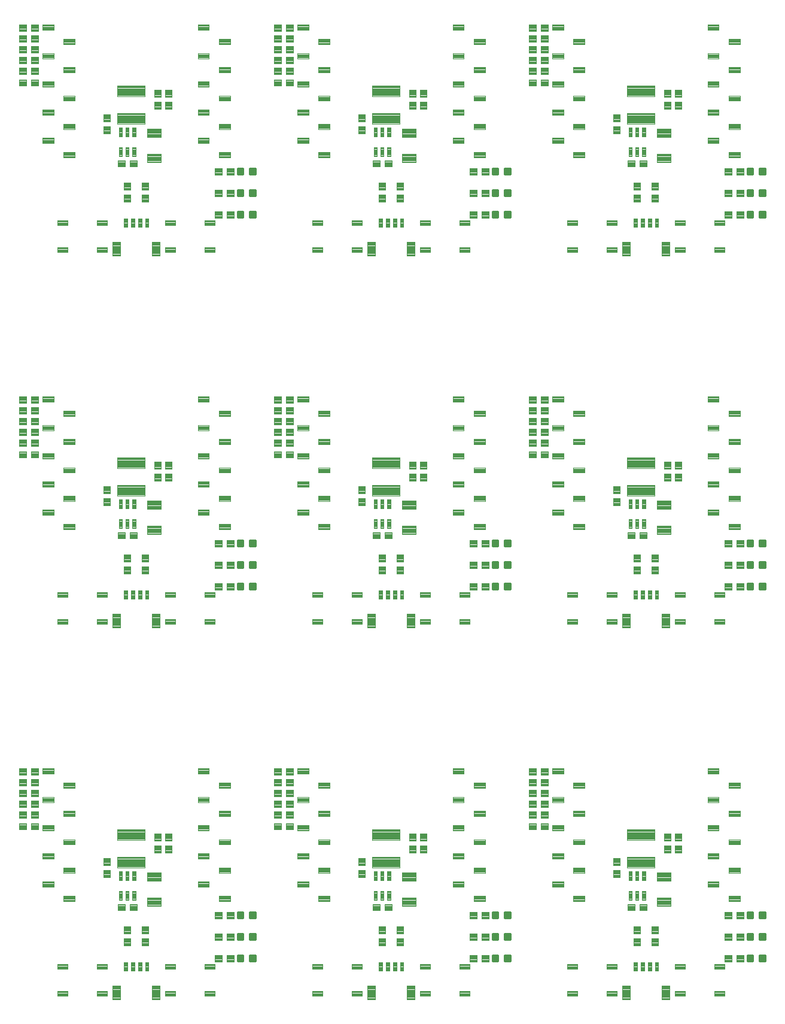
<source format=gtp>
G04 EAGLE Gerber RS-274X export*
G75*
%MOMM*%
%FSLAX34Y34*%
%LPD*%
%INSolderpaste Top*%
%IPPOS*%
%AMOC8*
5,1,8,0,0,1.08239X$1,22.5*%
G01*
%ADD10C,0.096000*%
%ADD11C,0.102000*%
%ADD12C,0.100000*%
%ADD13C,0.099059*%
%ADD14C,0.300000*%
%ADD15C,0.099000*%
%ADD16C,0.101600*%


D10*
X155320Y4530D02*
X144280Y4530D01*
X144280Y23570D01*
X155320Y23570D01*
X155320Y4530D01*
X155320Y5442D02*
X144280Y5442D01*
X144280Y6354D02*
X155320Y6354D01*
X155320Y7266D02*
X144280Y7266D01*
X144280Y8178D02*
X155320Y8178D01*
X155320Y9090D02*
X144280Y9090D01*
X144280Y10002D02*
X155320Y10002D01*
X155320Y10914D02*
X144280Y10914D01*
X144280Y11826D02*
X155320Y11826D01*
X155320Y12738D02*
X144280Y12738D01*
X144280Y13650D02*
X155320Y13650D01*
X155320Y14562D02*
X144280Y14562D01*
X144280Y15474D02*
X155320Y15474D01*
X155320Y16386D02*
X144280Y16386D01*
X144280Y17298D02*
X155320Y17298D01*
X155320Y18210D02*
X144280Y18210D01*
X144280Y19122D02*
X155320Y19122D01*
X155320Y20034D02*
X144280Y20034D01*
X144280Y20946D02*
X155320Y20946D01*
X155320Y21858D02*
X144280Y21858D01*
X144280Y22770D02*
X155320Y22770D01*
X200280Y4530D02*
X211320Y4530D01*
X200280Y4530D02*
X200280Y23570D01*
X211320Y23570D01*
X211320Y4530D01*
X211320Y5442D02*
X200280Y5442D01*
X200280Y6354D02*
X211320Y6354D01*
X211320Y7266D02*
X200280Y7266D01*
X200280Y8178D02*
X211320Y8178D01*
X211320Y9090D02*
X200280Y9090D01*
X200280Y10002D02*
X211320Y10002D01*
X211320Y10914D02*
X200280Y10914D01*
X200280Y11826D02*
X211320Y11826D01*
X211320Y12738D02*
X200280Y12738D01*
X200280Y13650D02*
X211320Y13650D01*
X211320Y14562D02*
X200280Y14562D01*
X200280Y15474D02*
X211320Y15474D01*
X211320Y16386D02*
X200280Y16386D01*
X200280Y17298D02*
X211320Y17298D01*
X211320Y18210D02*
X200280Y18210D01*
X200280Y19122D02*
X211320Y19122D01*
X211320Y20034D02*
X200280Y20034D01*
X200280Y20946D02*
X211320Y20946D01*
X211320Y21858D02*
X200280Y21858D01*
X200280Y22770D02*
X211320Y22770D01*
D11*
X165290Y44560D02*
X160310Y44560D01*
X160310Y57040D01*
X165290Y57040D01*
X165290Y44560D01*
X165290Y45529D02*
X160310Y45529D01*
X160310Y46498D02*
X165290Y46498D01*
X165290Y47467D02*
X160310Y47467D01*
X160310Y48436D02*
X165290Y48436D01*
X165290Y49405D02*
X160310Y49405D01*
X160310Y50374D02*
X165290Y50374D01*
X165290Y51343D02*
X160310Y51343D01*
X160310Y52312D02*
X165290Y52312D01*
X165290Y53281D02*
X160310Y53281D01*
X160310Y54250D02*
X165290Y54250D01*
X165290Y55219D02*
X160310Y55219D01*
X160310Y56188D02*
X165290Y56188D01*
X170310Y44560D02*
X175290Y44560D01*
X170310Y44560D02*
X170310Y57040D01*
X175290Y57040D01*
X175290Y44560D01*
X175290Y45529D02*
X170310Y45529D01*
X170310Y46498D02*
X175290Y46498D01*
X175290Y47467D02*
X170310Y47467D01*
X170310Y48436D02*
X175290Y48436D01*
X175290Y49405D02*
X170310Y49405D01*
X170310Y50374D02*
X175290Y50374D01*
X175290Y51343D02*
X170310Y51343D01*
X170310Y52312D02*
X175290Y52312D01*
X175290Y53281D02*
X170310Y53281D01*
X170310Y54250D02*
X175290Y54250D01*
X175290Y55219D02*
X170310Y55219D01*
X170310Y56188D02*
X175290Y56188D01*
X180310Y44560D02*
X185290Y44560D01*
X180310Y44560D02*
X180310Y57040D01*
X185290Y57040D01*
X185290Y44560D01*
X185290Y45529D02*
X180310Y45529D01*
X180310Y46498D02*
X185290Y46498D01*
X185290Y47467D02*
X180310Y47467D01*
X180310Y48436D02*
X185290Y48436D01*
X185290Y49405D02*
X180310Y49405D01*
X180310Y50374D02*
X185290Y50374D01*
X185290Y51343D02*
X180310Y51343D01*
X180310Y52312D02*
X185290Y52312D01*
X185290Y53281D02*
X180310Y53281D01*
X180310Y54250D02*
X185290Y54250D01*
X185290Y55219D02*
X180310Y55219D01*
X180310Y56188D02*
X185290Y56188D01*
X190310Y44560D02*
X195290Y44560D01*
X190310Y44560D02*
X190310Y57040D01*
X195290Y57040D01*
X195290Y44560D01*
X195290Y45529D02*
X190310Y45529D01*
X190310Y46498D02*
X195290Y46498D01*
X195290Y47467D02*
X190310Y47467D01*
X190310Y48436D02*
X195290Y48436D01*
X195290Y49405D02*
X190310Y49405D01*
X190310Y50374D02*
X195290Y50374D01*
X195290Y51343D02*
X190310Y51343D01*
X190310Y52312D02*
X195290Y52312D01*
X195290Y53281D02*
X190310Y53281D01*
X190310Y54250D02*
X195290Y54250D01*
X195290Y55219D02*
X190310Y55219D01*
X190310Y56188D02*
X195290Y56188D01*
D12*
X160600Y97480D02*
X160600Y107480D01*
X169600Y107480D01*
X169600Y97480D01*
X160600Y97480D01*
X160600Y98430D02*
X169600Y98430D01*
X169600Y99380D02*
X160600Y99380D01*
X160600Y100330D02*
X169600Y100330D01*
X169600Y101280D02*
X160600Y101280D01*
X160600Y102230D02*
X169600Y102230D01*
X169600Y103180D02*
X160600Y103180D01*
X160600Y104130D02*
X169600Y104130D01*
X169600Y105080D02*
X160600Y105080D01*
X160600Y106030D02*
X169600Y106030D01*
X169600Y106980D02*
X160600Y106980D01*
X160600Y90480D02*
X160600Y80480D01*
X160600Y90480D02*
X169600Y90480D01*
X169600Y80480D01*
X160600Y80480D01*
X160600Y81430D02*
X169600Y81430D01*
X169600Y82380D02*
X160600Y82380D01*
X160600Y83330D02*
X169600Y83330D01*
X169600Y84280D02*
X160600Y84280D01*
X160600Y85230D02*
X169600Y85230D01*
X169600Y86180D02*
X160600Y86180D01*
X160600Y87130D02*
X169600Y87130D01*
X169600Y88080D02*
X160600Y88080D01*
X160600Y89030D02*
X169600Y89030D01*
X169600Y89980D02*
X160600Y89980D01*
X186000Y97480D02*
X186000Y107480D01*
X195000Y107480D01*
X195000Y97480D01*
X186000Y97480D01*
X186000Y98430D02*
X195000Y98430D01*
X195000Y99380D02*
X186000Y99380D01*
X186000Y100330D02*
X195000Y100330D01*
X195000Y101280D02*
X186000Y101280D01*
X186000Y102230D02*
X195000Y102230D01*
X195000Y103180D02*
X186000Y103180D01*
X186000Y104130D02*
X195000Y104130D01*
X195000Y105080D02*
X186000Y105080D01*
X186000Y106030D02*
X195000Y106030D01*
X195000Y106980D02*
X186000Y106980D01*
X186000Y90480D02*
X186000Y80480D01*
X186000Y90480D02*
X195000Y90480D01*
X195000Y80480D01*
X186000Y80480D01*
X186000Y81430D02*
X195000Y81430D01*
X195000Y82380D02*
X186000Y82380D01*
X186000Y83330D02*
X195000Y83330D01*
X195000Y84280D02*
X186000Y84280D01*
X186000Y85230D02*
X195000Y85230D01*
X195000Y86180D02*
X186000Y86180D01*
X186000Y87130D02*
X195000Y87130D01*
X195000Y88080D02*
X186000Y88080D01*
X186000Y89030D02*
X195000Y89030D01*
X195000Y89980D02*
X186000Y89980D01*
D13*
X80785Y54115D02*
X80785Y47485D01*
X66535Y47485D01*
X66535Y54115D01*
X80785Y54115D01*
X80785Y48426D02*
X66535Y48426D01*
X66535Y49367D02*
X80785Y49367D01*
X80785Y50308D02*
X66535Y50308D01*
X66535Y51249D02*
X80785Y51249D01*
X80785Y52190D02*
X66535Y52190D01*
X66535Y53131D02*
X80785Y53131D01*
X80785Y54072D02*
X66535Y54072D01*
X136665Y54115D02*
X136665Y47485D01*
X122415Y47485D01*
X122415Y54115D01*
X136665Y54115D01*
X136665Y48426D02*
X122415Y48426D01*
X122415Y49367D02*
X136665Y49367D01*
X136665Y50308D02*
X122415Y50308D01*
X122415Y51249D02*
X136665Y51249D01*
X136665Y52190D02*
X122415Y52190D01*
X122415Y53131D02*
X136665Y53131D01*
X136665Y54072D02*
X122415Y54072D01*
X80785Y16015D02*
X80785Y9385D01*
X66535Y9385D01*
X66535Y16015D01*
X80785Y16015D01*
X80785Y10326D02*
X66535Y10326D01*
X66535Y11267D02*
X80785Y11267D01*
X80785Y12208D02*
X66535Y12208D01*
X66535Y13149D02*
X80785Y13149D01*
X80785Y14090D02*
X66535Y14090D01*
X66535Y15031D02*
X80785Y15031D01*
X80785Y15972D02*
X66535Y15972D01*
X136665Y16015D02*
X136665Y9385D01*
X122415Y9385D01*
X122415Y16015D01*
X136665Y16015D01*
X136665Y10326D02*
X122415Y10326D01*
X122415Y11267D02*
X136665Y11267D01*
X136665Y12208D02*
X122415Y12208D01*
X122415Y13149D02*
X136665Y13149D01*
X136665Y14090D02*
X122415Y14090D01*
X122415Y15031D02*
X136665Y15031D01*
X136665Y15972D02*
X122415Y15972D01*
X233185Y47485D02*
X233185Y54115D01*
X233185Y47485D02*
X218935Y47485D01*
X218935Y54115D01*
X233185Y54115D01*
X233185Y48426D02*
X218935Y48426D01*
X218935Y49367D02*
X233185Y49367D01*
X233185Y50308D02*
X218935Y50308D01*
X218935Y51249D02*
X233185Y51249D01*
X233185Y52190D02*
X218935Y52190D01*
X218935Y53131D02*
X233185Y53131D01*
X233185Y54072D02*
X218935Y54072D01*
X289065Y54115D02*
X289065Y47485D01*
X274815Y47485D01*
X274815Y54115D01*
X289065Y54115D01*
X289065Y48426D02*
X274815Y48426D01*
X274815Y49367D02*
X289065Y49367D01*
X289065Y50308D02*
X274815Y50308D01*
X274815Y51249D02*
X289065Y51249D01*
X289065Y52190D02*
X274815Y52190D01*
X274815Y53131D02*
X289065Y53131D01*
X289065Y54072D02*
X274815Y54072D01*
X233185Y16015D02*
X233185Y9385D01*
X218935Y9385D01*
X218935Y16015D01*
X233185Y16015D01*
X233185Y10326D02*
X218935Y10326D01*
X218935Y11267D02*
X233185Y11267D01*
X233185Y12208D02*
X218935Y12208D01*
X218935Y13149D02*
X233185Y13149D01*
X233185Y14090D02*
X218935Y14090D01*
X218935Y15031D02*
X233185Y15031D01*
X233185Y15972D02*
X218935Y15972D01*
X289065Y16015D02*
X289065Y9385D01*
X274815Y9385D01*
X274815Y16015D01*
X289065Y16015D01*
X289065Y10326D02*
X274815Y10326D01*
X274815Y11267D02*
X289065Y11267D01*
X289065Y12208D02*
X274815Y12208D01*
X274815Y13149D02*
X289065Y13149D01*
X289065Y14090D02*
X274815Y14090D01*
X274815Y15031D02*
X289065Y15031D01*
X289065Y15972D02*
X274815Y15972D01*
D12*
X288760Y57730D02*
X298760Y57730D01*
X288760Y57730D02*
X288760Y66730D01*
X298760Y66730D01*
X298760Y57730D01*
X298760Y58680D02*
X288760Y58680D01*
X288760Y59630D02*
X298760Y59630D01*
X298760Y60580D02*
X288760Y60580D01*
X288760Y61530D02*
X298760Y61530D01*
X298760Y62480D02*
X288760Y62480D01*
X288760Y63430D02*
X298760Y63430D01*
X298760Y64380D02*
X288760Y64380D01*
X288760Y65330D02*
X298760Y65330D01*
X298760Y66280D02*
X288760Y66280D01*
X305760Y57730D02*
X315760Y57730D01*
X305760Y57730D02*
X305760Y66730D01*
X315760Y66730D01*
X315760Y57730D01*
X315760Y58680D02*
X305760Y58680D01*
X305760Y59630D02*
X315760Y59630D01*
X315760Y60580D02*
X305760Y60580D01*
X305760Y61530D02*
X315760Y61530D01*
X315760Y62480D02*
X305760Y62480D01*
X305760Y63430D02*
X315760Y63430D01*
X315760Y64380D02*
X305760Y64380D01*
X305760Y65330D02*
X315760Y65330D01*
X315760Y66280D02*
X305760Y66280D01*
D14*
X339280Y65730D02*
X339280Y58730D01*
X339280Y65730D02*
X346280Y65730D01*
X346280Y58730D01*
X339280Y58730D01*
X339280Y61580D02*
X346280Y61580D01*
X346280Y64430D02*
X339280Y64430D01*
X321740Y65730D02*
X321740Y58730D01*
X321740Y65730D02*
X328740Y65730D01*
X328740Y58730D01*
X321740Y58730D01*
X321740Y61580D02*
X328740Y61580D01*
X328740Y64430D02*
X321740Y64430D01*
X339280Y119690D02*
X339280Y126690D01*
X346280Y126690D01*
X346280Y119690D01*
X339280Y119690D01*
X339280Y122540D02*
X346280Y122540D01*
X346280Y125390D02*
X339280Y125390D01*
X321740Y126690D02*
X321740Y119690D01*
X321740Y126690D02*
X328740Y126690D01*
X328740Y119690D01*
X321740Y119690D01*
X321740Y122540D02*
X328740Y122540D01*
X328740Y125390D02*
X321740Y125390D01*
D12*
X298760Y118690D02*
X288760Y118690D01*
X288760Y127690D01*
X298760Y127690D01*
X298760Y118690D01*
X298760Y119640D02*
X288760Y119640D01*
X288760Y120590D02*
X298760Y120590D01*
X298760Y121540D02*
X288760Y121540D01*
X288760Y122490D02*
X298760Y122490D01*
X298760Y123440D02*
X288760Y123440D01*
X288760Y124390D02*
X298760Y124390D01*
X298760Y125340D02*
X288760Y125340D01*
X288760Y126290D02*
X298760Y126290D01*
X298760Y127240D02*
X288760Y127240D01*
X305760Y118690D02*
X315760Y118690D01*
X305760Y118690D02*
X305760Y127690D01*
X315760Y127690D01*
X315760Y118690D01*
X315760Y119640D02*
X305760Y119640D01*
X305760Y120590D02*
X315760Y120590D01*
X315760Y121540D02*
X305760Y121540D01*
X305760Y122490D02*
X315760Y122490D01*
X315760Y123440D02*
X305760Y123440D01*
X305760Y124390D02*
X315760Y124390D01*
X315760Y125340D02*
X305760Y125340D01*
X305760Y126290D02*
X315760Y126290D01*
X315760Y127240D02*
X305760Y127240D01*
D15*
X157855Y145094D02*
X153345Y145094D01*
X153345Y157604D01*
X157855Y157604D01*
X157855Y145094D01*
X157855Y146034D02*
X153345Y146034D01*
X153345Y146974D02*
X157855Y146974D01*
X157855Y147914D02*
X153345Y147914D01*
X153345Y148854D02*
X157855Y148854D01*
X157855Y149794D02*
X153345Y149794D01*
X153345Y150734D02*
X157855Y150734D01*
X157855Y151674D02*
X153345Y151674D01*
X153345Y152614D02*
X157855Y152614D01*
X157855Y153554D02*
X153345Y153554D01*
X153345Y154494D02*
X157855Y154494D01*
X157855Y155434D02*
X153345Y155434D01*
X153345Y156374D02*
X157855Y156374D01*
X157855Y157314D02*
X153345Y157314D01*
X162845Y145094D02*
X167355Y145094D01*
X162845Y145094D02*
X162845Y157604D01*
X167355Y157604D01*
X167355Y145094D01*
X167355Y146034D02*
X162845Y146034D01*
X162845Y146974D02*
X167355Y146974D01*
X167355Y147914D02*
X162845Y147914D01*
X162845Y148854D02*
X167355Y148854D01*
X167355Y149794D02*
X162845Y149794D01*
X162845Y150734D02*
X167355Y150734D01*
X167355Y151674D02*
X162845Y151674D01*
X162845Y152614D02*
X167355Y152614D01*
X167355Y153554D02*
X162845Y153554D01*
X162845Y154494D02*
X167355Y154494D01*
X167355Y155434D02*
X162845Y155434D01*
X162845Y156374D02*
X167355Y156374D01*
X167355Y157314D02*
X162845Y157314D01*
X172345Y145094D02*
X176855Y145094D01*
X172345Y145094D02*
X172345Y157604D01*
X176855Y157604D01*
X176855Y145094D01*
X176855Y146034D02*
X172345Y146034D01*
X172345Y146974D02*
X176855Y146974D01*
X176855Y147914D02*
X172345Y147914D01*
X172345Y148854D02*
X176855Y148854D01*
X176855Y149794D02*
X172345Y149794D01*
X172345Y150734D02*
X176855Y150734D01*
X176855Y151674D02*
X172345Y151674D01*
X172345Y152614D02*
X176855Y152614D01*
X176855Y153554D02*
X172345Y153554D01*
X172345Y154494D02*
X176855Y154494D01*
X176855Y155434D02*
X172345Y155434D01*
X172345Y156374D02*
X176855Y156374D01*
X176855Y157314D02*
X172345Y157314D01*
X172345Y172596D02*
X176855Y172596D01*
X172345Y172596D02*
X172345Y185106D01*
X176855Y185106D01*
X176855Y172596D01*
X176855Y173536D02*
X172345Y173536D01*
X172345Y174476D02*
X176855Y174476D01*
X176855Y175416D02*
X172345Y175416D01*
X172345Y176356D02*
X176855Y176356D01*
X176855Y177296D02*
X172345Y177296D01*
X172345Y178236D02*
X176855Y178236D01*
X176855Y179176D02*
X172345Y179176D01*
X172345Y180116D02*
X176855Y180116D01*
X176855Y181056D02*
X172345Y181056D01*
X172345Y181996D02*
X176855Y181996D01*
X176855Y182936D02*
X172345Y182936D01*
X172345Y183876D02*
X176855Y183876D01*
X176855Y184816D02*
X172345Y184816D01*
X167355Y172596D02*
X162845Y172596D01*
X162845Y185106D01*
X167355Y185106D01*
X167355Y172596D01*
X167355Y173536D02*
X162845Y173536D01*
X162845Y174476D02*
X167355Y174476D01*
X167355Y175416D02*
X162845Y175416D01*
X162845Y176356D02*
X167355Y176356D01*
X167355Y177296D02*
X162845Y177296D01*
X162845Y178236D02*
X167355Y178236D01*
X167355Y179176D02*
X162845Y179176D01*
X162845Y180116D02*
X167355Y180116D01*
X167355Y181056D02*
X162845Y181056D01*
X162845Y181996D02*
X167355Y181996D01*
X167355Y182936D02*
X162845Y182936D01*
X162845Y183876D02*
X167355Y183876D01*
X167355Y184816D02*
X162845Y184816D01*
X157855Y172596D02*
X153345Y172596D01*
X153345Y185106D01*
X157855Y185106D01*
X157855Y172596D01*
X157855Y173536D02*
X153345Y173536D01*
X153345Y174476D02*
X157855Y174476D01*
X157855Y175416D02*
X153345Y175416D01*
X153345Y176356D02*
X157855Y176356D01*
X157855Y177296D02*
X153345Y177296D01*
X153345Y178236D02*
X157855Y178236D01*
X157855Y179176D02*
X153345Y179176D01*
X153345Y180116D02*
X157855Y180116D01*
X157855Y181056D02*
X153345Y181056D01*
X153345Y181996D02*
X157855Y181996D01*
X157855Y182936D02*
X153345Y182936D01*
X153345Y183876D02*
X157855Y183876D01*
X157855Y184816D02*
X153345Y184816D01*
D10*
X150660Y190920D02*
X189700Y190920D01*
X150660Y190920D02*
X150660Y205960D01*
X189700Y205960D01*
X189700Y190920D01*
X189700Y191832D02*
X150660Y191832D01*
X150660Y192744D02*
X189700Y192744D01*
X189700Y193656D02*
X150660Y193656D01*
X150660Y194568D02*
X189700Y194568D01*
X189700Y195480D02*
X150660Y195480D01*
X150660Y196392D02*
X189700Y196392D01*
X189700Y197304D02*
X150660Y197304D01*
X150660Y198216D02*
X189700Y198216D01*
X189700Y199128D02*
X150660Y199128D01*
X150660Y200040D02*
X189700Y200040D01*
X189700Y200952D02*
X150660Y200952D01*
X150660Y201864D02*
X189700Y201864D01*
X189700Y202776D02*
X150660Y202776D01*
X150660Y203688D02*
X189700Y203688D01*
X189700Y204600D02*
X150660Y204600D01*
X150660Y205512D02*
X189700Y205512D01*
X189700Y229920D02*
X150660Y229920D01*
X150660Y244960D01*
X189700Y244960D01*
X189700Y229920D01*
X189700Y230832D02*
X150660Y230832D01*
X150660Y231744D02*
X189700Y231744D01*
X189700Y232656D02*
X150660Y232656D01*
X150660Y233568D02*
X189700Y233568D01*
X189700Y234480D02*
X150660Y234480D01*
X150660Y235392D02*
X189700Y235392D01*
X189700Y236304D02*
X150660Y236304D01*
X150660Y237216D02*
X189700Y237216D01*
X189700Y238128D02*
X150660Y238128D01*
X150660Y239040D02*
X189700Y239040D01*
X189700Y239952D02*
X150660Y239952D01*
X150660Y240864D02*
X189700Y240864D01*
X189700Y241776D02*
X150660Y241776D01*
X150660Y242688D02*
X189700Y242688D01*
X189700Y243600D02*
X150660Y243600D01*
X150660Y244512D02*
X189700Y244512D01*
D12*
X140390Y187000D02*
X140390Y177000D01*
X131390Y177000D01*
X131390Y187000D01*
X140390Y187000D01*
X140390Y177950D02*
X131390Y177950D01*
X131390Y178900D02*
X140390Y178900D01*
X140390Y179850D02*
X131390Y179850D01*
X131390Y180800D02*
X140390Y180800D01*
X140390Y181750D02*
X131390Y181750D01*
X131390Y182700D02*
X140390Y182700D01*
X140390Y183650D02*
X131390Y183650D01*
X131390Y184600D02*
X140390Y184600D01*
X140390Y185550D02*
X131390Y185550D01*
X131390Y186500D02*
X140390Y186500D01*
X140390Y194000D02*
X140390Y204000D01*
X140390Y194000D02*
X131390Y194000D01*
X131390Y204000D01*
X140390Y204000D01*
X140390Y194950D02*
X131390Y194950D01*
X131390Y195900D02*
X140390Y195900D01*
X140390Y196850D02*
X131390Y196850D01*
X131390Y197800D02*
X140390Y197800D01*
X140390Y198750D02*
X131390Y198750D01*
X131390Y199700D02*
X140390Y199700D01*
X140390Y200650D02*
X131390Y200650D01*
X131390Y201600D02*
X140390Y201600D01*
X140390Y202550D02*
X131390Y202550D01*
X131390Y203500D02*
X140390Y203500D01*
X218766Y228798D02*
X218766Y238798D01*
X227766Y238798D01*
X227766Y228798D01*
X218766Y228798D01*
X218766Y229748D02*
X227766Y229748D01*
X227766Y230698D02*
X218766Y230698D01*
X218766Y231648D02*
X227766Y231648D01*
X227766Y232598D02*
X218766Y232598D01*
X218766Y233548D02*
X227766Y233548D01*
X227766Y234498D02*
X218766Y234498D01*
X218766Y235448D02*
X227766Y235448D01*
X227766Y236398D02*
X218766Y236398D01*
X218766Y237348D02*
X227766Y237348D01*
X227766Y238298D02*
X218766Y238298D01*
X218766Y221798D02*
X218766Y211798D01*
X218766Y221798D02*
X227766Y221798D01*
X227766Y211798D01*
X218766Y211798D01*
X218766Y212748D02*
X227766Y212748D01*
X227766Y213698D02*
X218766Y213698D01*
X218766Y214648D02*
X227766Y214648D01*
X227766Y215598D02*
X218766Y215598D01*
X218766Y216548D02*
X227766Y216548D01*
X227766Y217498D02*
X218766Y217498D01*
X218766Y218448D02*
X227766Y218448D01*
X227766Y219398D02*
X218766Y219398D01*
X218766Y220348D02*
X227766Y220348D01*
X227766Y221298D02*
X218766Y221298D01*
X203526Y228798D02*
X203526Y238798D01*
X212526Y238798D01*
X212526Y228798D01*
X203526Y228798D01*
X203526Y229748D02*
X212526Y229748D01*
X212526Y230698D02*
X203526Y230698D01*
X203526Y231648D02*
X212526Y231648D01*
X212526Y232598D02*
X203526Y232598D01*
X203526Y233548D02*
X212526Y233548D01*
X212526Y234498D02*
X203526Y234498D01*
X203526Y235448D02*
X212526Y235448D01*
X212526Y236398D02*
X203526Y236398D01*
X203526Y237348D02*
X212526Y237348D01*
X212526Y238298D02*
X203526Y238298D01*
X203526Y221798D02*
X203526Y211798D01*
X203526Y221798D02*
X212526Y221798D01*
X212526Y211798D01*
X203526Y211798D01*
X203526Y212748D02*
X212526Y212748D01*
X212526Y213698D02*
X203526Y213698D01*
X203526Y214648D02*
X212526Y214648D01*
X212526Y215598D02*
X203526Y215598D01*
X203526Y216548D02*
X212526Y216548D01*
X212526Y217498D02*
X203526Y217498D01*
X203526Y218448D02*
X212526Y218448D01*
X212526Y219398D02*
X203526Y219398D01*
X203526Y220348D02*
X212526Y220348D01*
X212526Y221298D02*
X203526Y221298D01*
D16*
X212992Y148312D02*
X212992Y136628D01*
X193408Y136628D01*
X193408Y148312D01*
X212992Y148312D01*
X212992Y137593D02*
X193408Y137593D01*
X193408Y138558D02*
X212992Y138558D01*
X212992Y139523D02*
X193408Y139523D01*
X193408Y140488D02*
X212992Y140488D01*
X212992Y141453D02*
X193408Y141453D01*
X193408Y142418D02*
X212992Y142418D01*
X212992Y143383D02*
X193408Y143383D01*
X193408Y144348D02*
X212992Y144348D01*
X212992Y145313D02*
X193408Y145313D01*
X193408Y146278D02*
X212992Y146278D01*
X212992Y147243D02*
X193408Y147243D01*
X193408Y148208D02*
X212992Y148208D01*
X212992Y171728D02*
X212992Y183412D01*
X212992Y171728D02*
X193408Y171728D01*
X193408Y183412D01*
X212992Y183412D01*
X212992Y172693D02*
X193408Y172693D01*
X193408Y173658D02*
X212992Y173658D01*
X212992Y174623D02*
X193408Y174623D01*
X193408Y175588D02*
X212992Y175588D01*
X212992Y176553D02*
X193408Y176553D01*
X193408Y177518D02*
X212992Y177518D01*
X212992Y178483D02*
X193408Y178483D01*
X193408Y179448D02*
X212992Y179448D01*
X212992Y180413D02*
X193408Y180413D01*
X193408Y181378D02*
X212992Y181378D01*
X212992Y182343D02*
X193408Y182343D01*
X193408Y183308D02*
X212992Y183308D01*
D12*
X161600Y130120D02*
X151600Y130120D01*
X151600Y139120D01*
X161600Y139120D01*
X161600Y130120D01*
X161600Y131070D02*
X151600Y131070D01*
X151600Y132020D02*
X161600Y132020D01*
X161600Y132970D02*
X151600Y132970D01*
X151600Y133920D02*
X161600Y133920D01*
X161600Y134870D02*
X151600Y134870D01*
X151600Y135820D02*
X161600Y135820D01*
X161600Y136770D02*
X151600Y136770D01*
X151600Y137720D02*
X161600Y137720D01*
X161600Y138670D02*
X151600Y138670D01*
X168600Y130120D02*
X178600Y130120D01*
X168600Y130120D02*
X168600Y139120D01*
X178600Y139120D01*
X178600Y130120D01*
X178600Y131070D02*
X168600Y131070D01*
X168600Y132020D02*
X178600Y132020D01*
X178600Y132970D02*
X168600Y132970D01*
X168600Y133920D02*
X178600Y133920D01*
X178600Y134870D02*
X168600Y134870D01*
X168600Y135820D02*
X178600Y135820D01*
X178600Y136770D02*
X168600Y136770D01*
X168600Y137720D02*
X178600Y137720D01*
X178600Y138670D02*
X168600Y138670D01*
D11*
X60790Y323260D02*
X60790Y330740D01*
X60790Y323260D02*
X44810Y323260D01*
X44810Y330740D01*
X60790Y330740D01*
X60790Y324229D02*
X44810Y324229D01*
X44810Y325198D02*
X60790Y325198D01*
X60790Y326167D02*
X44810Y326167D01*
X44810Y327136D02*
X60790Y327136D01*
X60790Y328105D02*
X44810Y328105D01*
X44810Y329074D02*
X60790Y329074D01*
X60790Y330043D02*
X44810Y330043D01*
X90790Y310740D02*
X90790Y303260D01*
X74810Y303260D01*
X74810Y310740D01*
X90790Y310740D01*
X90790Y304229D02*
X74810Y304229D01*
X74810Y305198D02*
X90790Y305198D01*
X90790Y306167D02*
X74810Y306167D01*
X74810Y307136D02*
X90790Y307136D01*
X90790Y308105D02*
X74810Y308105D01*
X74810Y309074D02*
X90790Y309074D01*
X90790Y310043D02*
X74810Y310043D01*
X60790Y290740D02*
X60790Y283260D01*
X44810Y283260D01*
X44810Y290740D01*
X60790Y290740D01*
X60790Y284229D02*
X44810Y284229D01*
X44810Y285198D02*
X60790Y285198D01*
X60790Y286167D02*
X44810Y286167D01*
X44810Y287136D02*
X60790Y287136D01*
X60790Y288105D02*
X44810Y288105D01*
X44810Y289074D02*
X60790Y289074D01*
X60790Y290043D02*
X44810Y290043D01*
X90790Y270740D02*
X90790Y263260D01*
X74810Y263260D01*
X74810Y270740D01*
X90790Y270740D01*
X90790Y264229D02*
X74810Y264229D01*
X74810Y265198D02*
X90790Y265198D01*
X90790Y266167D02*
X74810Y266167D01*
X74810Y267136D02*
X90790Y267136D01*
X90790Y268105D02*
X74810Y268105D01*
X74810Y269074D02*
X90790Y269074D01*
X90790Y270043D02*
X74810Y270043D01*
X60790Y250740D02*
X60790Y243260D01*
X44810Y243260D01*
X44810Y250740D01*
X60790Y250740D01*
X60790Y244229D02*
X44810Y244229D01*
X44810Y245198D02*
X60790Y245198D01*
X60790Y246167D02*
X44810Y246167D01*
X44810Y247136D02*
X60790Y247136D01*
X60790Y248105D02*
X44810Y248105D01*
X44810Y249074D02*
X60790Y249074D01*
X60790Y250043D02*
X44810Y250043D01*
X90790Y230740D02*
X90790Y223260D01*
X74810Y223260D01*
X74810Y230740D01*
X90790Y230740D01*
X90790Y224229D02*
X74810Y224229D01*
X74810Y225198D02*
X90790Y225198D01*
X90790Y226167D02*
X74810Y226167D01*
X74810Y227136D02*
X90790Y227136D01*
X90790Y228105D02*
X74810Y228105D01*
X74810Y229074D02*
X90790Y229074D01*
X90790Y230043D02*
X74810Y230043D01*
X60790Y210740D02*
X60790Y203260D01*
X44810Y203260D01*
X44810Y210740D01*
X60790Y210740D01*
X60790Y204229D02*
X44810Y204229D01*
X44810Y205198D02*
X60790Y205198D01*
X60790Y206167D02*
X44810Y206167D01*
X44810Y207136D02*
X60790Y207136D01*
X60790Y208105D02*
X44810Y208105D01*
X44810Y209074D02*
X60790Y209074D01*
X60790Y210043D02*
X44810Y210043D01*
X90790Y190740D02*
X90790Y183260D01*
X74810Y183260D01*
X74810Y190740D01*
X90790Y190740D01*
X90790Y184229D02*
X74810Y184229D01*
X74810Y185198D02*
X90790Y185198D01*
X90790Y186167D02*
X74810Y186167D01*
X74810Y187136D02*
X90790Y187136D01*
X90790Y188105D02*
X74810Y188105D01*
X74810Y189074D02*
X90790Y189074D01*
X90790Y190043D02*
X74810Y190043D01*
X60790Y170740D02*
X60790Y163260D01*
X44810Y163260D01*
X44810Y170740D01*
X60790Y170740D01*
X60790Y164229D02*
X44810Y164229D01*
X44810Y165198D02*
X60790Y165198D01*
X60790Y166167D02*
X44810Y166167D01*
X44810Y167136D02*
X60790Y167136D01*
X60790Y168105D02*
X44810Y168105D01*
X44810Y169074D02*
X60790Y169074D01*
X60790Y170043D02*
X44810Y170043D01*
X90790Y150740D02*
X90790Y143260D01*
X74810Y143260D01*
X74810Y150740D01*
X90790Y150740D01*
X90790Y144229D02*
X74810Y144229D01*
X74810Y145198D02*
X90790Y145198D01*
X90790Y146167D02*
X74810Y146167D01*
X74810Y147136D02*
X90790Y147136D01*
X90790Y148105D02*
X74810Y148105D01*
X74810Y149074D02*
X90790Y149074D01*
X90790Y150043D02*
X74810Y150043D01*
X310790Y150740D02*
X310790Y143260D01*
X294810Y143260D01*
X294810Y150740D01*
X310790Y150740D01*
X310790Y144229D02*
X294810Y144229D01*
X294810Y145198D02*
X310790Y145198D01*
X310790Y146167D02*
X294810Y146167D01*
X294810Y147136D02*
X310790Y147136D01*
X310790Y148105D02*
X294810Y148105D01*
X294810Y149074D02*
X310790Y149074D01*
X310790Y150043D02*
X294810Y150043D01*
X280790Y163260D02*
X280790Y170740D01*
X280790Y163260D02*
X264810Y163260D01*
X264810Y170740D01*
X280790Y170740D01*
X280790Y164229D02*
X264810Y164229D01*
X264810Y165198D02*
X280790Y165198D01*
X280790Y166167D02*
X264810Y166167D01*
X264810Y167136D02*
X280790Y167136D01*
X280790Y168105D02*
X264810Y168105D01*
X264810Y169074D02*
X280790Y169074D01*
X280790Y170043D02*
X264810Y170043D01*
X310790Y183260D02*
X310790Y190740D01*
X310790Y183260D02*
X294810Y183260D01*
X294810Y190740D01*
X310790Y190740D01*
X310790Y184229D02*
X294810Y184229D01*
X294810Y185198D02*
X310790Y185198D01*
X310790Y186167D02*
X294810Y186167D01*
X294810Y187136D02*
X310790Y187136D01*
X310790Y188105D02*
X294810Y188105D01*
X294810Y189074D02*
X310790Y189074D01*
X310790Y190043D02*
X294810Y190043D01*
X280790Y203260D02*
X280790Y210740D01*
X280790Y203260D02*
X264810Y203260D01*
X264810Y210740D01*
X280790Y210740D01*
X280790Y204229D02*
X264810Y204229D01*
X264810Y205198D02*
X280790Y205198D01*
X280790Y206167D02*
X264810Y206167D01*
X264810Y207136D02*
X280790Y207136D01*
X280790Y208105D02*
X264810Y208105D01*
X264810Y209074D02*
X280790Y209074D01*
X280790Y210043D02*
X264810Y210043D01*
X310790Y223260D02*
X310790Y230740D01*
X310790Y223260D02*
X294810Y223260D01*
X294810Y230740D01*
X310790Y230740D01*
X310790Y224229D02*
X294810Y224229D01*
X294810Y225198D02*
X310790Y225198D01*
X310790Y226167D02*
X294810Y226167D01*
X294810Y227136D02*
X310790Y227136D01*
X310790Y228105D02*
X294810Y228105D01*
X294810Y229074D02*
X310790Y229074D01*
X310790Y230043D02*
X294810Y230043D01*
X280790Y243260D02*
X280790Y250740D01*
X280790Y243260D02*
X264810Y243260D01*
X264810Y250740D01*
X280790Y250740D01*
X280790Y244229D02*
X264810Y244229D01*
X264810Y245198D02*
X280790Y245198D01*
X280790Y246167D02*
X264810Y246167D01*
X264810Y247136D02*
X280790Y247136D01*
X280790Y248105D02*
X264810Y248105D01*
X264810Y249074D02*
X280790Y249074D01*
X280790Y250043D02*
X264810Y250043D01*
X310790Y263260D02*
X310790Y270740D01*
X310790Y263260D02*
X294810Y263260D01*
X294810Y270740D01*
X310790Y270740D01*
X310790Y264229D02*
X294810Y264229D01*
X294810Y265198D02*
X310790Y265198D01*
X310790Y266167D02*
X294810Y266167D01*
X294810Y267136D02*
X310790Y267136D01*
X310790Y268105D02*
X294810Y268105D01*
X294810Y269074D02*
X310790Y269074D01*
X310790Y270043D02*
X294810Y270043D01*
X280790Y283260D02*
X280790Y290740D01*
X280790Y283260D02*
X264810Y283260D01*
X264810Y290740D01*
X280790Y290740D01*
X280790Y284229D02*
X264810Y284229D01*
X264810Y285198D02*
X280790Y285198D01*
X280790Y286167D02*
X264810Y286167D01*
X264810Y287136D02*
X280790Y287136D01*
X280790Y288105D02*
X264810Y288105D01*
X264810Y289074D02*
X280790Y289074D01*
X280790Y290043D02*
X264810Y290043D01*
X310790Y303260D02*
X310790Y310740D01*
X310790Y303260D02*
X294810Y303260D01*
X294810Y310740D01*
X310790Y310740D01*
X310790Y304229D02*
X294810Y304229D01*
X294810Y305198D02*
X310790Y305198D01*
X310790Y306167D02*
X294810Y306167D01*
X294810Y307136D02*
X310790Y307136D01*
X310790Y308105D02*
X294810Y308105D01*
X294810Y309074D02*
X310790Y309074D01*
X310790Y310043D02*
X294810Y310043D01*
X280790Y323260D02*
X280790Y330740D01*
X280790Y323260D02*
X264810Y323260D01*
X264810Y330740D01*
X280790Y330740D01*
X280790Y324229D02*
X264810Y324229D01*
X264810Y325198D02*
X280790Y325198D01*
X280790Y326167D02*
X264810Y326167D01*
X264810Y327136D02*
X280790Y327136D01*
X280790Y328105D02*
X264810Y328105D01*
X264810Y329074D02*
X280790Y329074D01*
X280790Y330043D02*
X264810Y330043D01*
D12*
X38900Y253420D02*
X28900Y253420D01*
X38900Y253420D02*
X38900Y244420D01*
X28900Y244420D01*
X28900Y253420D01*
X28900Y245370D02*
X38900Y245370D01*
X38900Y246320D02*
X28900Y246320D01*
X28900Y247270D02*
X38900Y247270D01*
X38900Y248220D02*
X28900Y248220D01*
X28900Y249170D02*
X38900Y249170D01*
X38900Y250120D02*
X28900Y250120D01*
X28900Y251070D02*
X38900Y251070D01*
X38900Y252020D02*
X28900Y252020D01*
X28900Y252970D02*
X38900Y252970D01*
X21900Y253420D02*
X11900Y253420D01*
X21900Y253420D02*
X21900Y244420D01*
X11900Y244420D01*
X11900Y253420D01*
X11900Y245370D02*
X21900Y245370D01*
X21900Y246320D02*
X11900Y246320D01*
X11900Y247270D02*
X21900Y247270D01*
X21900Y248220D02*
X11900Y248220D01*
X11900Y249170D02*
X21900Y249170D01*
X21900Y250120D02*
X11900Y250120D01*
X11900Y251070D02*
X21900Y251070D01*
X21900Y252020D02*
X11900Y252020D01*
X11900Y252970D02*
X21900Y252970D01*
X28900Y300410D02*
X38900Y300410D01*
X38900Y291410D01*
X28900Y291410D01*
X28900Y300410D01*
X28900Y292360D02*
X38900Y292360D01*
X38900Y293310D02*
X28900Y293310D01*
X28900Y294260D02*
X38900Y294260D01*
X38900Y295210D02*
X28900Y295210D01*
X28900Y296160D02*
X38900Y296160D01*
X38900Y297110D02*
X28900Y297110D01*
X28900Y298060D02*
X38900Y298060D01*
X38900Y299010D02*
X28900Y299010D01*
X28900Y299960D02*
X38900Y299960D01*
X21900Y300410D02*
X11900Y300410D01*
X21900Y300410D02*
X21900Y291410D01*
X11900Y291410D01*
X11900Y300410D01*
X11900Y292360D02*
X21900Y292360D01*
X21900Y293310D02*
X11900Y293310D01*
X11900Y294260D02*
X21900Y294260D01*
X21900Y295210D02*
X11900Y295210D01*
X11900Y296160D02*
X21900Y296160D01*
X21900Y297110D02*
X11900Y297110D01*
X11900Y298060D02*
X21900Y298060D01*
X21900Y299010D02*
X11900Y299010D01*
X11900Y299960D02*
X21900Y299960D01*
X28900Y285170D02*
X38900Y285170D01*
X38900Y276170D01*
X28900Y276170D01*
X28900Y285170D01*
X28900Y277120D02*
X38900Y277120D01*
X38900Y278070D02*
X28900Y278070D01*
X28900Y279020D02*
X38900Y279020D01*
X38900Y279970D02*
X28900Y279970D01*
X28900Y280920D02*
X38900Y280920D01*
X38900Y281870D02*
X28900Y281870D01*
X28900Y282820D02*
X38900Y282820D01*
X38900Y283770D02*
X28900Y283770D01*
X28900Y284720D02*
X38900Y284720D01*
X21900Y285170D02*
X11900Y285170D01*
X21900Y285170D02*
X21900Y276170D01*
X11900Y276170D01*
X11900Y285170D01*
X11900Y277120D02*
X21900Y277120D01*
X21900Y278070D02*
X11900Y278070D01*
X11900Y279020D02*
X21900Y279020D01*
X21900Y279970D02*
X11900Y279970D01*
X11900Y280920D02*
X21900Y280920D01*
X21900Y281870D02*
X11900Y281870D01*
X11900Y282820D02*
X21900Y282820D01*
X21900Y283770D02*
X11900Y283770D01*
X11900Y284720D02*
X21900Y284720D01*
X28900Y269930D02*
X38900Y269930D01*
X38900Y260930D01*
X28900Y260930D01*
X28900Y269930D01*
X28900Y261880D02*
X38900Y261880D01*
X38900Y262830D02*
X28900Y262830D01*
X28900Y263780D02*
X38900Y263780D01*
X38900Y264730D02*
X28900Y264730D01*
X28900Y265680D02*
X38900Y265680D01*
X38900Y266630D02*
X28900Y266630D01*
X28900Y267580D02*
X38900Y267580D01*
X38900Y268530D02*
X28900Y268530D01*
X28900Y269480D02*
X38900Y269480D01*
X21900Y269930D02*
X11900Y269930D01*
X21900Y269930D02*
X21900Y260930D01*
X11900Y260930D01*
X11900Y269930D01*
X11900Y261880D02*
X21900Y261880D01*
X21900Y262830D02*
X11900Y262830D01*
X11900Y263780D02*
X21900Y263780D01*
X21900Y264730D02*
X11900Y264730D01*
X11900Y265680D02*
X21900Y265680D01*
X21900Y266630D02*
X11900Y266630D01*
X11900Y267580D02*
X21900Y267580D01*
X21900Y268530D02*
X11900Y268530D01*
X11900Y269480D02*
X21900Y269480D01*
D14*
X339280Y96210D02*
X339280Y89210D01*
X339280Y96210D02*
X346280Y96210D01*
X346280Y89210D01*
X339280Y89210D01*
X339280Y92060D02*
X346280Y92060D01*
X346280Y94910D02*
X339280Y94910D01*
X321740Y96210D02*
X321740Y89210D01*
X321740Y96210D02*
X328740Y96210D01*
X328740Y89210D01*
X321740Y89210D01*
X321740Y92060D02*
X328740Y92060D01*
X328740Y94910D02*
X321740Y94910D01*
D12*
X298760Y88210D02*
X288760Y88210D01*
X288760Y97210D01*
X298760Y97210D01*
X298760Y88210D01*
X298760Y89160D02*
X288760Y89160D01*
X288760Y90110D02*
X298760Y90110D01*
X298760Y91060D02*
X288760Y91060D01*
X288760Y92010D02*
X298760Y92010D01*
X298760Y92960D02*
X288760Y92960D01*
X288760Y93910D02*
X298760Y93910D01*
X298760Y94860D02*
X288760Y94860D01*
X288760Y95810D02*
X298760Y95810D01*
X298760Y96760D02*
X288760Y96760D01*
X305760Y88210D02*
X315760Y88210D01*
X305760Y88210D02*
X305760Y97210D01*
X315760Y97210D01*
X315760Y88210D01*
X315760Y89160D02*
X305760Y89160D01*
X305760Y90110D02*
X315760Y90110D01*
X315760Y91060D02*
X305760Y91060D01*
X305760Y92010D02*
X315760Y92010D01*
X315760Y92960D02*
X305760Y92960D01*
X305760Y93910D02*
X315760Y93910D01*
X315760Y94860D02*
X305760Y94860D01*
X305760Y95810D02*
X315760Y95810D01*
X315760Y96760D02*
X305760Y96760D01*
X38900Y315650D02*
X28900Y315650D01*
X38900Y315650D02*
X38900Y306650D01*
X28900Y306650D01*
X28900Y315650D01*
X28900Y307600D02*
X38900Y307600D01*
X38900Y308550D02*
X28900Y308550D01*
X28900Y309500D02*
X38900Y309500D01*
X38900Y310450D02*
X28900Y310450D01*
X28900Y311400D02*
X38900Y311400D01*
X38900Y312350D02*
X28900Y312350D01*
X28900Y313300D02*
X38900Y313300D01*
X38900Y314250D02*
X28900Y314250D01*
X28900Y315200D02*
X38900Y315200D01*
X21900Y315650D02*
X11900Y315650D01*
X21900Y315650D02*
X21900Y306650D01*
X11900Y306650D01*
X11900Y315650D01*
X11900Y307600D02*
X21900Y307600D01*
X21900Y308550D02*
X11900Y308550D01*
X11900Y309500D02*
X21900Y309500D01*
X21900Y310450D02*
X11900Y310450D01*
X11900Y311400D02*
X21900Y311400D01*
X21900Y312350D02*
X11900Y312350D01*
X11900Y313300D02*
X21900Y313300D01*
X21900Y314250D02*
X11900Y314250D01*
X11900Y315200D02*
X21900Y315200D01*
X28900Y330890D02*
X38900Y330890D01*
X38900Y321890D01*
X28900Y321890D01*
X28900Y330890D01*
X28900Y322840D02*
X38900Y322840D01*
X38900Y323790D02*
X28900Y323790D01*
X28900Y324740D02*
X38900Y324740D01*
X38900Y325690D02*
X28900Y325690D01*
X28900Y326640D02*
X38900Y326640D01*
X38900Y327590D02*
X28900Y327590D01*
X28900Y328540D02*
X38900Y328540D01*
X38900Y329490D02*
X28900Y329490D01*
X28900Y330440D02*
X38900Y330440D01*
X21900Y330890D02*
X11900Y330890D01*
X21900Y330890D02*
X21900Y321890D01*
X11900Y321890D01*
X11900Y330890D01*
X11900Y322840D02*
X21900Y322840D01*
X21900Y323790D02*
X11900Y323790D01*
X11900Y324740D02*
X21900Y324740D01*
X21900Y325690D02*
X11900Y325690D01*
X11900Y326640D02*
X21900Y326640D01*
X21900Y327590D02*
X11900Y327590D01*
X11900Y328540D02*
X21900Y328540D01*
X21900Y329490D02*
X11900Y329490D01*
X11900Y330440D02*
X21900Y330440D01*
D10*
X504960Y4530D02*
X516000Y4530D01*
X504960Y4530D02*
X504960Y23570D01*
X516000Y23570D01*
X516000Y4530D01*
X516000Y5442D02*
X504960Y5442D01*
X504960Y6354D02*
X516000Y6354D01*
X516000Y7266D02*
X504960Y7266D01*
X504960Y8178D02*
X516000Y8178D01*
X516000Y9090D02*
X504960Y9090D01*
X504960Y10002D02*
X516000Y10002D01*
X516000Y10914D02*
X504960Y10914D01*
X504960Y11826D02*
X516000Y11826D01*
X516000Y12738D02*
X504960Y12738D01*
X504960Y13650D02*
X516000Y13650D01*
X516000Y14562D02*
X504960Y14562D01*
X504960Y15474D02*
X516000Y15474D01*
X516000Y16386D02*
X504960Y16386D01*
X504960Y17298D02*
X516000Y17298D01*
X516000Y18210D02*
X504960Y18210D01*
X504960Y19122D02*
X516000Y19122D01*
X516000Y20034D02*
X504960Y20034D01*
X504960Y20946D02*
X516000Y20946D01*
X516000Y21858D02*
X504960Y21858D01*
X504960Y22770D02*
X516000Y22770D01*
X560960Y4530D02*
X572000Y4530D01*
X560960Y4530D02*
X560960Y23570D01*
X572000Y23570D01*
X572000Y4530D01*
X572000Y5442D02*
X560960Y5442D01*
X560960Y6354D02*
X572000Y6354D01*
X572000Y7266D02*
X560960Y7266D01*
X560960Y8178D02*
X572000Y8178D01*
X572000Y9090D02*
X560960Y9090D01*
X560960Y10002D02*
X572000Y10002D01*
X572000Y10914D02*
X560960Y10914D01*
X560960Y11826D02*
X572000Y11826D01*
X572000Y12738D02*
X560960Y12738D01*
X560960Y13650D02*
X572000Y13650D01*
X572000Y14562D02*
X560960Y14562D01*
X560960Y15474D02*
X572000Y15474D01*
X572000Y16386D02*
X560960Y16386D01*
X560960Y17298D02*
X572000Y17298D01*
X572000Y18210D02*
X560960Y18210D01*
X560960Y19122D02*
X572000Y19122D01*
X572000Y20034D02*
X560960Y20034D01*
X560960Y20946D02*
X572000Y20946D01*
X572000Y21858D02*
X560960Y21858D01*
X560960Y22770D02*
X572000Y22770D01*
D11*
X525970Y44560D02*
X520990Y44560D01*
X520990Y57040D01*
X525970Y57040D01*
X525970Y44560D01*
X525970Y45529D02*
X520990Y45529D01*
X520990Y46498D02*
X525970Y46498D01*
X525970Y47467D02*
X520990Y47467D01*
X520990Y48436D02*
X525970Y48436D01*
X525970Y49405D02*
X520990Y49405D01*
X520990Y50374D02*
X525970Y50374D01*
X525970Y51343D02*
X520990Y51343D01*
X520990Y52312D02*
X525970Y52312D01*
X525970Y53281D02*
X520990Y53281D01*
X520990Y54250D02*
X525970Y54250D01*
X525970Y55219D02*
X520990Y55219D01*
X520990Y56188D02*
X525970Y56188D01*
X530990Y44560D02*
X535970Y44560D01*
X530990Y44560D02*
X530990Y57040D01*
X535970Y57040D01*
X535970Y44560D01*
X535970Y45529D02*
X530990Y45529D01*
X530990Y46498D02*
X535970Y46498D01*
X535970Y47467D02*
X530990Y47467D01*
X530990Y48436D02*
X535970Y48436D01*
X535970Y49405D02*
X530990Y49405D01*
X530990Y50374D02*
X535970Y50374D01*
X535970Y51343D02*
X530990Y51343D01*
X530990Y52312D02*
X535970Y52312D01*
X535970Y53281D02*
X530990Y53281D01*
X530990Y54250D02*
X535970Y54250D01*
X535970Y55219D02*
X530990Y55219D01*
X530990Y56188D02*
X535970Y56188D01*
X540990Y44560D02*
X545970Y44560D01*
X540990Y44560D02*
X540990Y57040D01*
X545970Y57040D01*
X545970Y44560D01*
X545970Y45529D02*
X540990Y45529D01*
X540990Y46498D02*
X545970Y46498D01*
X545970Y47467D02*
X540990Y47467D01*
X540990Y48436D02*
X545970Y48436D01*
X545970Y49405D02*
X540990Y49405D01*
X540990Y50374D02*
X545970Y50374D01*
X545970Y51343D02*
X540990Y51343D01*
X540990Y52312D02*
X545970Y52312D01*
X545970Y53281D02*
X540990Y53281D01*
X540990Y54250D02*
X545970Y54250D01*
X545970Y55219D02*
X540990Y55219D01*
X540990Y56188D02*
X545970Y56188D01*
X550990Y44560D02*
X555970Y44560D01*
X550990Y44560D02*
X550990Y57040D01*
X555970Y57040D01*
X555970Y44560D01*
X555970Y45529D02*
X550990Y45529D01*
X550990Y46498D02*
X555970Y46498D01*
X555970Y47467D02*
X550990Y47467D01*
X550990Y48436D02*
X555970Y48436D01*
X555970Y49405D02*
X550990Y49405D01*
X550990Y50374D02*
X555970Y50374D01*
X555970Y51343D02*
X550990Y51343D01*
X550990Y52312D02*
X555970Y52312D01*
X555970Y53281D02*
X550990Y53281D01*
X550990Y54250D02*
X555970Y54250D01*
X555970Y55219D02*
X550990Y55219D01*
X550990Y56188D02*
X555970Y56188D01*
D12*
X521280Y97480D02*
X521280Y107480D01*
X530280Y107480D01*
X530280Y97480D01*
X521280Y97480D01*
X521280Y98430D02*
X530280Y98430D01*
X530280Y99380D02*
X521280Y99380D01*
X521280Y100330D02*
X530280Y100330D01*
X530280Y101280D02*
X521280Y101280D01*
X521280Y102230D02*
X530280Y102230D01*
X530280Y103180D02*
X521280Y103180D01*
X521280Y104130D02*
X530280Y104130D01*
X530280Y105080D02*
X521280Y105080D01*
X521280Y106030D02*
X530280Y106030D01*
X530280Y106980D02*
X521280Y106980D01*
X521280Y90480D02*
X521280Y80480D01*
X521280Y90480D02*
X530280Y90480D01*
X530280Y80480D01*
X521280Y80480D01*
X521280Y81430D02*
X530280Y81430D01*
X530280Y82380D02*
X521280Y82380D01*
X521280Y83330D02*
X530280Y83330D01*
X530280Y84280D02*
X521280Y84280D01*
X521280Y85230D02*
X530280Y85230D01*
X530280Y86180D02*
X521280Y86180D01*
X521280Y87130D02*
X530280Y87130D01*
X530280Y88080D02*
X521280Y88080D01*
X521280Y89030D02*
X530280Y89030D01*
X530280Y89980D02*
X521280Y89980D01*
X546680Y97480D02*
X546680Y107480D01*
X555680Y107480D01*
X555680Y97480D01*
X546680Y97480D01*
X546680Y98430D02*
X555680Y98430D01*
X555680Y99380D02*
X546680Y99380D01*
X546680Y100330D02*
X555680Y100330D01*
X555680Y101280D02*
X546680Y101280D01*
X546680Y102230D02*
X555680Y102230D01*
X555680Y103180D02*
X546680Y103180D01*
X546680Y104130D02*
X555680Y104130D01*
X555680Y105080D02*
X546680Y105080D01*
X546680Y106030D02*
X555680Y106030D01*
X555680Y106980D02*
X546680Y106980D01*
X546680Y90480D02*
X546680Y80480D01*
X546680Y90480D02*
X555680Y90480D01*
X555680Y80480D01*
X546680Y80480D01*
X546680Y81430D02*
X555680Y81430D01*
X555680Y82380D02*
X546680Y82380D01*
X546680Y83330D02*
X555680Y83330D01*
X555680Y84280D02*
X546680Y84280D01*
X546680Y85230D02*
X555680Y85230D01*
X555680Y86180D02*
X546680Y86180D01*
X546680Y87130D02*
X555680Y87130D01*
X555680Y88080D02*
X546680Y88080D01*
X546680Y89030D02*
X555680Y89030D01*
X555680Y89980D02*
X546680Y89980D01*
D13*
X441465Y54115D02*
X441465Y47485D01*
X427215Y47485D01*
X427215Y54115D01*
X441465Y54115D01*
X441465Y48426D02*
X427215Y48426D01*
X427215Y49367D02*
X441465Y49367D01*
X441465Y50308D02*
X427215Y50308D01*
X427215Y51249D02*
X441465Y51249D01*
X441465Y52190D02*
X427215Y52190D01*
X427215Y53131D02*
X441465Y53131D01*
X441465Y54072D02*
X427215Y54072D01*
X497345Y54115D02*
X497345Y47485D01*
X483095Y47485D01*
X483095Y54115D01*
X497345Y54115D01*
X497345Y48426D02*
X483095Y48426D01*
X483095Y49367D02*
X497345Y49367D01*
X497345Y50308D02*
X483095Y50308D01*
X483095Y51249D02*
X497345Y51249D01*
X497345Y52190D02*
X483095Y52190D01*
X483095Y53131D02*
X497345Y53131D01*
X497345Y54072D02*
X483095Y54072D01*
X441465Y16015D02*
X441465Y9385D01*
X427215Y9385D01*
X427215Y16015D01*
X441465Y16015D01*
X441465Y10326D02*
X427215Y10326D01*
X427215Y11267D02*
X441465Y11267D01*
X441465Y12208D02*
X427215Y12208D01*
X427215Y13149D02*
X441465Y13149D01*
X441465Y14090D02*
X427215Y14090D01*
X427215Y15031D02*
X441465Y15031D01*
X441465Y15972D02*
X427215Y15972D01*
X497345Y16015D02*
X497345Y9385D01*
X483095Y9385D01*
X483095Y16015D01*
X497345Y16015D01*
X497345Y10326D02*
X483095Y10326D01*
X483095Y11267D02*
X497345Y11267D01*
X497345Y12208D02*
X483095Y12208D01*
X483095Y13149D02*
X497345Y13149D01*
X497345Y14090D02*
X483095Y14090D01*
X483095Y15031D02*
X497345Y15031D01*
X497345Y15972D02*
X483095Y15972D01*
X593865Y47485D02*
X593865Y54115D01*
X593865Y47485D02*
X579615Y47485D01*
X579615Y54115D01*
X593865Y54115D01*
X593865Y48426D02*
X579615Y48426D01*
X579615Y49367D02*
X593865Y49367D01*
X593865Y50308D02*
X579615Y50308D01*
X579615Y51249D02*
X593865Y51249D01*
X593865Y52190D02*
X579615Y52190D01*
X579615Y53131D02*
X593865Y53131D01*
X593865Y54072D02*
X579615Y54072D01*
X649745Y54115D02*
X649745Y47485D01*
X635495Y47485D01*
X635495Y54115D01*
X649745Y54115D01*
X649745Y48426D02*
X635495Y48426D01*
X635495Y49367D02*
X649745Y49367D01*
X649745Y50308D02*
X635495Y50308D01*
X635495Y51249D02*
X649745Y51249D01*
X649745Y52190D02*
X635495Y52190D01*
X635495Y53131D02*
X649745Y53131D01*
X649745Y54072D02*
X635495Y54072D01*
X593865Y16015D02*
X593865Y9385D01*
X579615Y9385D01*
X579615Y16015D01*
X593865Y16015D01*
X593865Y10326D02*
X579615Y10326D01*
X579615Y11267D02*
X593865Y11267D01*
X593865Y12208D02*
X579615Y12208D01*
X579615Y13149D02*
X593865Y13149D01*
X593865Y14090D02*
X579615Y14090D01*
X579615Y15031D02*
X593865Y15031D01*
X593865Y15972D02*
X579615Y15972D01*
X649745Y16015D02*
X649745Y9385D01*
X635495Y9385D01*
X635495Y16015D01*
X649745Y16015D01*
X649745Y10326D02*
X635495Y10326D01*
X635495Y11267D02*
X649745Y11267D01*
X649745Y12208D02*
X635495Y12208D01*
X635495Y13149D02*
X649745Y13149D01*
X649745Y14090D02*
X635495Y14090D01*
X635495Y15031D02*
X649745Y15031D01*
X649745Y15972D02*
X635495Y15972D01*
D12*
X649440Y57730D02*
X659440Y57730D01*
X649440Y57730D02*
X649440Y66730D01*
X659440Y66730D01*
X659440Y57730D01*
X659440Y58680D02*
X649440Y58680D01*
X649440Y59630D02*
X659440Y59630D01*
X659440Y60580D02*
X649440Y60580D01*
X649440Y61530D02*
X659440Y61530D01*
X659440Y62480D02*
X649440Y62480D01*
X649440Y63430D02*
X659440Y63430D01*
X659440Y64380D02*
X649440Y64380D01*
X649440Y65330D02*
X659440Y65330D01*
X659440Y66280D02*
X649440Y66280D01*
X666440Y57730D02*
X676440Y57730D01*
X666440Y57730D02*
X666440Y66730D01*
X676440Y66730D01*
X676440Y57730D01*
X676440Y58680D02*
X666440Y58680D01*
X666440Y59630D02*
X676440Y59630D01*
X676440Y60580D02*
X666440Y60580D01*
X666440Y61530D02*
X676440Y61530D01*
X676440Y62480D02*
X666440Y62480D01*
X666440Y63430D02*
X676440Y63430D01*
X676440Y64380D02*
X666440Y64380D01*
X666440Y65330D02*
X676440Y65330D01*
X676440Y66280D02*
X666440Y66280D01*
D14*
X699960Y65730D02*
X699960Y58730D01*
X699960Y65730D02*
X706960Y65730D01*
X706960Y58730D01*
X699960Y58730D01*
X699960Y61580D02*
X706960Y61580D01*
X706960Y64430D02*
X699960Y64430D01*
X682420Y65730D02*
X682420Y58730D01*
X682420Y65730D02*
X689420Y65730D01*
X689420Y58730D01*
X682420Y58730D01*
X682420Y61580D02*
X689420Y61580D01*
X689420Y64430D02*
X682420Y64430D01*
X699960Y119690D02*
X699960Y126690D01*
X706960Y126690D01*
X706960Y119690D01*
X699960Y119690D01*
X699960Y122540D02*
X706960Y122540D01*
X706960Y125390D02*
X699960Y125390D01*
X682420Y126690D02*
X682420Y119690D01*
X682420Y126690D02*
X689420Y126690D01*
X689420Y119690D01*
X682420Y119690D01*
X682420Y122540D02*
X689420Y122540D01*
X689420Y125390D02*
X682420Y125390D01*
D12*
X659440Y118690D02*
X649440Y118690D01*
X649440Y127690D01*
X659440Y127690D01*
X659440Y118690D01*
X659440Y119640D02*
X649440Y119640D01*
X649440Y120590D02*
X659440Y120590D01*
X659440Y121540D02*
X649440Y121540D01*
X649440Y122490D02*
X659440Y122490D01*
X659440Y123440D02*
X649440Y123440D01*
X649440Y124390D02*
X659440Y124390D01*
X659440Y125340D02*
X649440Y125340D01*
X649440Y126290D02*
X659440Y126290D01*
X659440Y127240D02*
X649440Y127240D01*
X666440Y118690D02*
X676440Y118690D01*
X666440Y118690D02*
X666440Y127690D01*
X676440Y127690D01*
X676440Y118690D01*
X676440Y119640D02*
X666440Y119640D01*
X666440Y120590D02*
X676440Y120590D01*
X676440Y121540D02*
X666440Y121540D01*
X666440Y122490D02*
X676440Y122490D01*
X676440Y123440D02*
X666440Y123440D01*
X666440Y124390D02*
X676440Y124390D01*
X676440Y125340D02*
X666440Y125340D01*
X666440Y126290D02*
X676440Y126290D01*
X676440Y127240D02*
X666440Y127240D01*
D15*
X518535Y145094D02*
X514025Y145094D01*
X514025Y157604D01*
X518535Y157604D01*
X518535Y145094D01*
X518535Y146034D02*
X514025Y146034D01*
X514025Y146974D02*
X518535Y146974D01*
X518535Y147914D02*
X514025Y147914D01*
X514025Y148854D02*
X518535Y148854D01*
X518535Y149794D02*
X514025Y149794D01*
X514025Y150734D02*
X518535Y150734D01*
X518535Y151674D02*
X514025Y151674D01*
X514025Y152614D02*
X518535Y152614D01*
X518535Y153554D02*
X514025Y153554D01*
X514025Y154494D02*
X518535Y154494D01*
X518535Y155434D02*
X514025Y155434D01*
X514025Y156374D02*
X518535Y156374D01*
X518535Y157314D02*
X514025Y157314D01*
X523525Y145094D02*
X528035Y145094D01*
X523525Y145094D02*
X523525Y157604D01*
X528035Y157604D01*
X528035Y145094D01*
X528035Y146034D02*
X523525Y146034D01*
X523525Y146974D02*
X528035Y146974D01*
X528035Y147914D02*
X523525Y147914D01*
X523525Y148854D02*
X528035Y148854D01*
X528035Y149794D02*
X523525Y149794D01*
X523525Y150734D02*
X528035Y150734D01*
X528035Y151674D02*
X523525Y151674D01*
X523525Y152614D02*
X528035Y152614D01*
X528035Y153554D02*
X523525Y153554D01*
X523525Y154494D02*
X528035Y154494D01*
X528035Y155434D02*
X523525Y155434D01*
X523525Y156374D02*
X528035Y156374D01*
X528035Y157314D02*
X523525Y157314D01*
X533025Y145094D02*
X537535Y145094D01*
X533025Y145094D02*
X533025Y157604D01*
X537535Y157604D01*
X537535Y145094D01*
X537535Y146034D02*
X533025Y146034D01*
X533025Y146974D02*
X537535Y146974D01*
X537535Y147914D02*
X533025Y147914D01*
X533025Y148854D02*
X537535Y148854D01*
X537535Y149794D02*
X533025Y149794D01*
X533025Y150734D02*
X537535Y150734D01*
X537535Y151674D02*
X533025Y151674D01*
X533025Y152614D02*
X537535Y152614D01*
X537535Y153554D02*
X533025Y153554D01*
X533025Y154494D02*
X537535Y154494D01*
X537535Y155434D02*
X533025Y155434D01*
X533025Y156374D02*
X537535Y156374D01*
X537535Y157314D02*
X533025Y157314D01*
X533025Y172596D02*
X537535Y172596D01*
X533025Y172596D02*
X533025Y185106D01*
X537535Y185106D01*
X537535Y172596D01*
X537535Y173536D02*
X533025Y173536D01*
X533025Y174476D02*
X537535Y174476D01*
X537535Y175416D02*
X533025Y175416D01*
X533025Y176356D02*
X537535Y176356D01*
X537535Y177296D02*
X533025Y177296D01*
X533025Y178236D02*
X537535Y178236D01*
X537535Y179176D02*
X533025Y179176D01*
X533025Y180116D02*
X537535Y180116D01*
X537535Y181056D02*
X533025Y181056D01*
X533025Y181996D02*
X537535Y181996D01*
X537535Y182936D02*
X533025Y182936D01*
X533025Y183876D02*
X537535Y183876D01*
X537535Y184816D02*
X533025Y184816D01*
X528035Y172596D02*
X523525Y172596D01*
X523525Y185106D01*
X528035Y185106D01*
X528035Y172596D01*
X528035Y173536D02*
X523525Y173536D01*
X523525Y174476D02*
X528035Y174476D01*
X528035Y175416D02*
X523525Y175416D01*
X523525Y176356D02*
X528035Y176356D01*
X528035Y177296D02*
X523525Y177296D01*
X523525Y178236D02*
X528035Y178236D01*
X528035Y179176D02*
X523525Y179176D01*
X523525Y180116D02*
X528035Y180116D01*
X528035Y181056D02*
X523525Y181056D01*
X523525Y181996D02*
X528035Y181996D01*
X528035Y182936D02*
X523525Y182936D01*
X523525Y183876D02*
X528035Y183876D01*
X528035Y184816D02*
X523525Y184816D01*
X518535Y172596D02*
X514025Y172596D01*
X514025Y185106D01*
X518535Y185106D01*
X518535Y172596D01*
X518535Y173536D02*
X514025Y173536D01*
X514025Y174476D02*
X518535Y174476D01*
X518535Y175416D02*
X514025Y175416D01*
X514025Y176356D02*
X518535Y176356D01*
X518535Y177296D02*
X514025Y177296D01*
X514025Y178236D02*
X518535Y178236D01*
X518535Y179176D02*
X514025Y179176D01*
X514025Y180116D02*
X518535Y180116D01*
X518535Y181056D02*
X514025Y181056D01*
X514025Y181996D02*
X518535Y181996D01*
X518535Y182936D02*
X514025Y182936D01*
X514025Y183876D02*
X518535Y183876D01*
X518535Y184816D02*
X514025Y184816D01*
D10*
X511340Y190920D02*
X550380Y190920D01*
X511340Y190920D02*
X511340Y205960D01*
X550380Y205960D01*
X550380Y190920D01*
X550380Y191832D02*
X511340Y191832D01*
X511340Y192744D02*
X550380Y192744D01*
X550380Y193656D02*
X511340Y193656D01*
X511340Y194568D02*
X550380Y194568D01*
X550380Y195480D02*
X511340Y195480D01*
X511340Y196392D02*
X550380Y196392D01*
X550380Y197304D02*
X511340Y197304D01*
X511340Y198216D02*
X550380Y198216D01*
X550380Y199128D02*
X511340Y199128D01*
X511340Y200040D02*
X550380Y200040D01*
X550380Y200952D02*
X511340Y200952D01*
X511340Y201864D02*
X550380Y201864D01*
X550380Y202776D02*
X511340Y202776D01*
X511340Y203688D02*
X550380Y203688D01*
X550380Y204600D02*
X511340Y204600D01*
X511340Y205512D02*
X550380Y205512D01*
X550380Y229920D02*
X511340Y229920D01*
X511340Y244960D01*
X550380Y244960D01*
X550380Y229920D01*
X550380Y230832D02*
X511340Y230832D01*
X511340Y231744D02*
X550380Y231744D01*
X550380Y232656D02*
X511340Y232656D01*
X511340Y233568D02*
X550380Y233568D01*
X550380Y234480D02*
X511340Y234480D01*
X511340Y235392D02*
X550380Y235392D01*
X550380Y236304D02*
X511340Y236304D01*
X511340Y237216D02*
X550380Y237216D01*
X550380Y238128D02*
X511340Y238128D01*
X511340Y239040D02*
X550380Y239040D01*
X550380Y239952D02*
X511340Y239952D01*
X511340Y240864D02*
X550380Y240864D01*
X550380Y241776D02*
X511340Y241776D01*
X511340Y242688D02*
X550380Y242688D01*
X550380Y243600D02*
X511340Y243600D01*
X511340Y244512D02*
X550380Y244512D01*
D12*
X501070Y187000D02*
X501070Y177000D01*
X492070Y177000D01*
X492070Y187000D01*
X501070Y187000D01*
X501070Y177950D02*
X492070Y177950D01*
X492070Y178900D02*
X501070Y178900D01*
X501070Y179850D02*
X492070Y179850D01*
X492070Y180800D02*
X501070Y180800D01*
X501070Y181750D02*
X492070Y181750D01*
X492070Y182700D02*
X501070Y182700D01*
X501070Y183650D02*
X492070Y183650D01*
X492070Y184600D02*
X501070Y184600D01*
X501070Y185550D02*
X492070Y185550D01*
X492070Y186500D02*
X501070Y186500D01*
X501070Y194000D02*
X501070Y204000D01*
X501070Y194000D02*
X492070Y194000D01*
X492070Y204000D01*
X501070Y204000D01*
X501070Y194950D02*
X492070Y194950D01*
X492070Y195900D02*
X501070Y195900D01*
X501070Y196850D02*
X492070Y196850D01*
X492070Y197800D02*
X501070Y197800D01*
X501070Y198750D02*
X492070Y198750D01*
X492070Y199700D02*
X501070Y199700D01*
X501070Y200650D02*
X492070Y200650D01*
X492070Y201600D02*
X501070Y201600D01*
X501070Y202550D02*
X492070Y202550D01*
X492070Y203500D02*
X501070Y203500D01*
X579446Y228798D02*
X579446Y238798D01*
X588446Y238798D01*
X588446Y228798D01*
X579446Y228798D01*
X579446Y229748D02*
X588446Y229748D01*
X588446Y230698D02*
X579446Y230698D01*
X579446Y231648D02*
X588446Y231648D01*
X588446Y232598D02*
X579446Y232598D01*
X579446Y233548D02*
X588446Y233548D01*
X588446Y234498D02*
X579446Y234498D01*
X579446Y235448D02*
X588446Y235448D01*
X588446Y236398D02*
X579446Y236398D01*
X579446Y237348D02*
X588446Y237348D01*
X588446Y238298D02*
X579446Y238298D01*
X579446Y221798D02*
X579446Y211798D01*
X579446Y221798D02*
X588446Y221798D01*
X588446Y211798D01*
X579446Y211798D01*
X579446Y212748D02*
X588446Y212748D01*
X588446Y213698D02*
X579446Y213698D01*
X579446Y214648D02*
X588446Y214648D01*
X588446Y215598D02*
X579446Y215598D01*
X579446Y216548D02*
X588446Y216548D01*
X588446Y217498D02*
X579446Y217498D01*
X579446Y218448D02*
X588446Y218448D01*
X588446Y219398D02*
X579446Y219398D01*
X579446Y220348D02*
X588446Y220348D01*
X588446Y221298D02*
X579446Y221298D01*
X564206Y228798D02*
X564206Y238798D01*
X573206Y238798D01*
X573206Y228798D01*
X564206Y228798D01*
X564206Y229748D02*
X573206Y229748D01*
X573206Y230698D02*
X564206Y230698D01*
X564206Y231648D02*
X573206Y231648D01*
X573206Y232598D02*
X564206Y232598D01*
X564206Y233548D02*
X573206Y233548D01*
X573206Y234498D02*
X564206Y234498D01*
X564206Y235448D02*
X573206Y235448D01*
X573206Y236398D02*
X564206Y236398D01*
X564206Y237348D02*
X573206Y237348D01*
X573206Y238298D02*
X564206Y238298D01*
X564206Y221798D02*
X564206Y211798D01*
X564206Y221798D02*
X573206Y221798D01*
X573206Y211798D01*
X564206Y211798D01*
X564206Y212748D02*
X573206Y212748D01*
X573206Y213698D02*
X564206Y213698D01*
X564206Y214648D02*
X573206Y214648D01*
X573206Y215598D02*
X564206Y215598D01*
X564206Y216548D02*
X573206Y216548D01*
X573206Y217498D02*
X564206Y217498D01*
X564206Y218448D02*
X573206Y218448D01*
X573206Y219398D02*
X564206Y219398D01*
X564206Y220348D02*
X573206Y220348D01*
X573206Y221298D02*
X564206Y221298D01*
D16*
X573672Y148312D02*
X573672Y136628D01*
X554088Y136628D01*
X554088Y148312D01*
X573672Y148312D01*
X573672Y137593D02*
X554088Y137593D01*
X554088Y138558D02*
X573672Y138558D01*
X573672Y139523D02*
X554088Y139523D01*
X554088Y140488D02*
X573672Y140488D01*
X573672Y141453D02*
X554088Y141453D01*
X554088Y142418D02*
X573672Y142418D01*
X573672Y143383D02*
X554088Y143383D01*
X554088Y144348D02*
X573672Y144348D01*
X573672Y145313D02*
X554088Y145313D01*
X554088Y146278D02*
X573672Y146278D01*
X573672Y147243D02*
X554088Y147243D01*
X554088Y148208D02*
X573672Y148208D01*
X573672Y171728D02*
X573672Y183412D01*
X573672Y171728D02*
X554088Y171728D01*
X554088Y183412D01*
X573672Y183412D01*
X573672Y172693D02*
X554088Y172693D01*
X554088Y173658D02*
X573672Y173658D01*
X573672Y174623D02*
X554088Y174623D01*
X554088Y175588D02*
X573672Y175588D01*
X573672Y176553D02*
X554088Y176553D01*
X554088Y177518D02*
X573672Y177518D01*
X573672Y178483D02*
X554088Y178483D01*
X554088Y179448D02*
X573672Y179448D01*
X573672Y180413D02*
X554088Y180413D01*
X554088Y181378D02*
X573672Y181378D01*
X573672Y182343D02*
X554088Y182343D01*
X554088Y183308D02*
X573672Y183308D01*
D12*
X522280Y130120D02*
X512280Y130120D01*
X512280Y139120D01*
X522280Y139120D01*
X522280Y130120D01*
X522280Y131070D02*
X512280Y131070D01*
X512280Y132020D02*
X522280Y132020D01*
X522280Y132970D02*
X512280Y132970D01*
X512280Y133920D02*
X522280Y133920D01*
X522280Y134870D02*
X512280Y134870D01*
X512280Y135820D02*
X522280Y135820D01*
X522280Y136770D02*
X512280Y136770D01*
X512280Y137720D02*
X522280Y137720D01*
X522280Y138670D02*
X512280Y138670D01*
X529280Y130120D02*
X539280Y130120D01*
X529280Y130120D02*
X529280Y139120D01*
X539280Y139120D01*
X539280Y130120D01*
X539280Y131070D02*
X529280Y131070D01*
X529280Y132020D02*
X539280Y132020D01*
X539280Y132970D02*
X529280Y132970D01*
X529280Y133920D02*
X539280Y133920D01*
X539280Y134870D02*
X529280Y134870D01*
X529280Y135820D02*
X539280Y135820D01*
X539280Y136770D02*
X529280Y136770D01*
X529280Y137720D02*
X539280Y137720D01*
X539280Y138670D02*
X529280Y138670D01*
D11*
X421470Y323260D02*
X421470Y330740D01*
X421470Y323260D02*
X405490Y323260D01*
X405490Y330740D01*
X421470Y330740D01*
X421470Y324229D02*
X405490Y324229D01*
X405490Y325198D02*
X421470Y325198D01*
X421470Y326167D02*
X405490Y326167D01*
X405490Y327136D02*
X421470Y327136D01*
X421470Y328105D02*
X405490Y328105D01*
X405490Y329074D02*
X421470Y329074D01*
X421470Y330043D02*
X405490Y330043D01*
X451470Y310740D02*
X451470Y303260D01*
X435490Y303260D01*
X435490Y310740D01*
X451470Y310740D01*
X451470Y304229D02*
X435490Y304229D01*
X435490Y305198D02*
X451470Y305198D01*
X451470Y306167D02*
X435490Y306167D01*
X435490Y307136D02*
X451470Y307136D01*
X451470Y308105D02*
X435490Y308105D01*
X435490Y309074D02*
X451470Y309074D01*
X451470Y310043D02*
X435490Y310043D01*
X421470Y290740D02*
X421470Y283260D01*
X405490Y283260D01*
X405490Y290740D01*
X421470Y290740D01*
X421470Y284229D02*
X405490Y284229D01*
X405490Y285198D02*
X421470Y285198D01*
X421470Y286167D02*
X405490Y286167D01*
X405490Y287136D02*
X421470Y287136D01*
X421470Y288105D02*
X405490Y288105D01*
X405490Y289074D02*
X421470Y289074D01*
X421470Y290043D02*
X405490Y290043D01*
X451470Y270740D02*
X451470Y263260D01*
X435490Y263260D01*
X435490Y270740D01*
X451470Y270740D01*
X451470Y264229D02*
X435490Y264229D01*
X435490Y265198D02*
X451470Y265198D01*
X451470Y266167D02*
X435490Y266167D01*
X435490Y267136D02*
X451470Y267136D01*
X451470Y268105D02*
X435490Y268105D01*
X435490Y269074D02*
X451470Y269074D01*
X451470Y270043D02*
X435490Y270043D01*
X421470Y250740D02*
X421470Y243260D01*
X405490Y243260D01*
X405490Y250740D01*
X421470Y250740D01*
X421470Y244229D02*
X405490Y244229D01*
X405490Y245198D02*
X421470Y245198D01*
X421470Y246167D02*
X405490Y246167D01*
X405490Y247136D02*
X421470Y247136D01*
X421470Y248105D02*
X405490Y248105D01*
X405490Y249074D02*
X421470Y249074D01*
X421470Y250043D02*
X405490Y250043D01*
X451470Y230740D02*
X451470Y223260D01*
X435490Y223260D01*
X435490Y230740D01*
X451470Y230740D01*
X451470Y224229D02*
X435490Y224229D01*
X435490Y225198D02*
X451470Y225198D01*
X451470Y226167D02*
X435490Y226167D01*
X435490Y227136D02*
X451470Y227136D01*
X451470Y228105D02*
X435490Y228105D01*
X435490Y229074D02*
X451470Y229074D01*
X451470Y230043D02*
X435490Y230043D01*
X421470Y210740D02*
X421470Y203260D01*
X405490Y203260D01*
X405490Y210740D01*
X421470Y210740D01*
X421470Y204229D02*
X405490Y204229D01*
X405490Y205198D02*
X421470Y205198D01*
X421470Y206167D02*
X405490Y206167D01*
X405490Y207136D02*
X421470Y207136D01*
X421470Y208105D02*
X405490Y208105D01*
X405490Y209074D02*
X421470Y209074D01*
X421470Y210043D02*
X405490Y210043D01*
X451470Y190740D02*
X451470Y183260D01*
X435490Y183260D01*
X435490Y190740D01*
X451470Y190740D01*
X451470Y184229D02*
X435490Y184229D01*
X435490Y185198D02*
X451470Y185198D01*
X451470Y186167D02*
X435490Y186167D01*
X435490Y187136D02*
X451470Y187136D01*
X451470Y188105D02*
X435490Y188105D01*
X435490Y189074D02*
X451470Y189074D01*
X451470Y190043D02*
X435490Y190043D01*
X421470Y170740D02*
X421470Y163260D01*
X405490Y163260D01*
X405490Y170740D01*
X421470Y170740D01*
X421470Y164229D02*
X405490Y164229D01*
X405490Y165198D02*
X421470Y165198D01*
X421470Y166167D02*
X405490Y166167D01*
X405490Y167136D02*
X421470Y167136D01*
X421470Y168105D02*
X405490Y168105D01*
X405490Y169074D02*
X421470Y169074D01*
X421470Y170043D02*
X405490Y170043D01*
X451470Y150740D02*
X451470Y143260D01*
X435490Y143260D01*
X435490Y150740D01*
X451470Y150740D01*
X451470Y144229D02*
X435490Y144229D01*
X435490Y145198D02*
X451470Y145198D01*
X451470Y146167D02*
X435490Y146167D01*
X435490Y147136D02*
X451470Y147136D01*
X451470Y148105D02*
X435490Y148105D01*
X435490Y149074D02*
X451470Y149074D01*
X451470Y150043D02*
X435490Y150043D01*
X671470Y150740D02*
X671470Y143260D01*
X655490Y143260D01*
X655490Y150740D01*
X671470Y150740D01*
X671470Y144229D02*
X655490Y144229D01*
X655490Y145198D02*
X671470Y145198D01*
X671470Y146167D02*
X655490Y146167D01*
X655490Y147136D02*
X671470Y147136D01*
X671470Y148105D02*
X655490Y148105D01*
X655490Y149074D02*
X671470Y149074D01*
X671470Y150043D02*
X655490Y150043D01*
X641470Y163260D02*
X641470Y170740D01*
X641470Y163260D02*
X625490Y163260D01*
X625490Y170740D01*
X641470Y170740D01*
X641470Y164229D02*
X625490Y164229D01*
X625490Y165198D02*
X641470Y165198D01*
X641470Y166167D02*
X625490Y166167D01*
X625490Y167136D02*
X641470Y167136D01*
X641470Y168105D02*
X625490Y168105D01*
X625490Y169074D02*
X641470Y169074D01*
X641470Y170043D02*
X625490Y170043D01*
X671470Y183260D02*
X671470Y190740D01*
X671470Y183260D02*
X655490Y183260D01*
X655490Y190740D01*
X671470Y190740D01*
X671470Y184229D02*
X655490Y184229D01*
X655490Y185198D02*
X671470Y185198D01*
X671470Y186167D02*
X655490Y186167D01*
X655490Y187136D02*
X671470Y187136D01*
X671470Y188105D02*
X655490Y188105D01*
X655490Y189074D02*
X671470Y189074D01*
X671470Y190043D02*
X655490Y190043D01*
X641470Y203260D02*
X641470Y210740D01*
X641470Y203260D02*
X625490Y203260D01*
X625490Y210740D01*
X641470Y210740D01*
X641470Y204229D02*
X625490Y204229D01*
X625490Y205198D02*
X641470Y205198D01*
X641470Y206167D02*
X625490Y206167D01*
X625490Y207136D02*
X641470Y207136D01*
X641470Y208105D02*
X625490Y208105D01*
X625490Y209074D02*
X641470Y209074D01*
X641470Y210043D02*
X625490Y210043D01*
X671470Y223260D02*
X671470Y230740D01*
X671470Y223260D02*
X655490Y223260D01*
X655490Y230740D01*
X671470Y230740D01*
X671470Y224229D02*
X655490Y224229D01*
X655490Y225198D02*
X671470Y225198D01*
X671470Y226167D02*
X655490Y226167D01*
X655490Y227136D02*
X671470Y227136D01*
X671470Y228105D02*
X655490Y228105D01*
X655490Y229074D02*
X671470Y229074D01*
X671470Y230043D02*
X655490Y230043D01*
X641470Y243260D02*
X641470Y250740D01*
X641470Y243260D02*
X625490Y243260D01*
X625490Y250740D01*
X641470Y250740D01*
X641470Y244229D02*
X625490Y244229D01*
X625490Y245198D02*
X641470Y245198D01*
X641470Y246167D02*
X625490Y246167D01*
X625490Y247136D02*
X641470Y247136D01*
X641470Y248105D02*
X625490Y248105D01*
X625490Y249074D02*
X641470Y249074D01*
X641470Y250043D02*
X625490Y250043D01*
X671470Y263260D02*
X671470Y270740D01*
X671470Y263260D02*
X655490Y263260D01*
X655490Y270740D01*
X671470Y270740D01*
X671470Y264229D02*
X655490Y264229D01*
X655490Y265198D02*
X671470Y265198D01*
X671470Y266167D02*
X655490Y266167D01*
X655490Y267136D02*
X671470Y267136D01*
X671470Y268105D02*
X655490Y268105D01*
X655490Y269074D02*
X671470Y269074D01*
X671470Y270043D02*
X655490Y270043D01*
X641470Y283260D02*
X641470Y290740D01*
X641470Y283260D02*
X625490Y283260D01*
X625490Y290740D01*
X641470Y290740D01*
X641470Y284229D02*
X625490Y284229D01*
X625490Y285198D02*
X641470Y285198D01*
X641470Y286167D02*
X625490Y286167D01*
X625490Y287136D02*
X641470Y287136D01*
X641470Y288105D02*
X625490Y288105D01*
X625490Y289074D02*
X641470Y289074D01*
X641470Y290043D02*
X625490Y290043D01*
X671470Y303260D02*
X671470Y310740D01*
X671470Y303260D02*
X655490Y303260D01*
X655490Y310740D01*
X671470Y310740D01*
X671470Y304229D02*
X655490Y304229D01*
X655490Y305198D02*
X671470Y305198D01*
X671470Y306167D02*
X655490Y306167D01*
X655490Y307136D02*
X671470Y307136D01*
X671470Y308105D02*
X655490Y308105D01*
X655490Y309074D02*
X671470Y309074D01*
X671470Y310043D02*
X655490Y310043D01*
X641470Y323260D02*
X641470Y330740D01*
X641470Y323260D02*
X625490Y323260D01*
X625490Y330740D01*
X641470Y330740D01*
X641470Y324229D02*
X625490Y324229D01*
X625490Y325198D02*
X641470Y325198D01*
X641470Y326167D02*
X625490Y326167D01*
X625490Y327136D02*
X641470Y327136D01*
X641470Y328105D02*
X625490Y328105D01*
X625490Y329074D02*
X641470Y329074D01*
X641470Y330043D02*
X625490Y330043D01*
D12*
X399580Y253420D02*
X389580Y253420D01*
X399580Y253420D02*
X399580Y244420D01*
X389580Y244420D01*
X389580Y253420D01*
X389580Y245370D02*
X399580Y245370D01*
X399580Y246320D02*
X389580Y246320D01*
X389580Y247270D02*
X399580Y247270D01*
X399580Y248220D02*
X389580Y248220D01*
X389580Y249170D02*
X399580Y249170D01*
X399580Y250120D02*
X389580Y250120D01*
X389580Y251070D02*
X399580Y251070D01*
X399580Y252020D02*
X389580Y252020D01*
X389580Y252970D02*
X399580Y252970D01*
X382580Y253420D02*
X372580Y253420D01*
X382580Y253420D02*
X382580Y244420D01*
X372580Y244420D01*
X372580Y253420D01*
X372580Y245370D02*
X382580Y245370D01*
X382580Y246320D02*
X372580Y246320D01*
X372580Y247270D02*
X382580Y247270D01*
X382580Y248220D02*
X372580Y248220D01*
X372580Y249170D02*
X382580Y249170D01*
X382580Y250120D02*
X372580Y250120D01*
X372580Y251070D02*
X382580Y251070D01*
X382580Y252020D02*
X372580Y252020D01*
X372580Y252970D02*
X382580Y252970D01*
X389580Y300410D02*
X399580Y300410D01*
X399580Y291410D01*
X389580Y291410D01*
X389580Y300410D01*
X389580Y292360D02*
X399580Y292360D01*
X399580Y293310D02*
X389580Y293310D01*
X389580Y294260D02*
X399580Y294260D01*
X399580Y295210D02*
X389580Y295210D01*
X389580Y296160D02*
X399580Y296160D01*
X399580Y297110D02*
X389580Y297110D01*
X389580Y298060D02*
X399580Y298060D01*
X399580Y299010D02*
X389580Y299010D01*
X389580Y299960D02*
X399580Y299960D01*
X382580Y300410D02*
X372580Y300410D01*
X382580Y300410D02*
X382580Y291410D01*
X372580Y291410D01*
X372580Y300410D01*
X372580Y292360D02*
X382580Y292360D01*
X382580Y293310D02*
X372580Y293310D01*
X372580Y294260D02*
X382580Y294260D01*
X382580Y295210D02*
X372580Y295210D01*
X372580Y296160D02*
X382580Y296160D01*
X382580Y297110D02*
X372580Y297110D01*
X372580Y298060D02*
X382580Y298060D01*
X382580Y299010D02*
X372580Y299010D01*
X372580Y299960D02*
X382580Y299960D01*
X389580Y285170D02*
X399580Y285170D01*
X399580Y276170D01*
X389580Y276170D01*
X389580Y285170D01*
X389580Y277120D02*
X399580Y277120D01*
X399580Y278070D02*
X389580Y278070D01*
X389580Y279020D02*
X399580Y279020D01*
X399580Y279970D02*
X389580Y279970D01*
X389580Y280920D02*
X399580Y280920D01*
X399580Y281870D02*
X389580Y281870D01*
X389580Y282820D02*
X399580Y282820D01*
X399580Y283770D02*
X389580Y283770D01*
X389580Y284720D02*
X399580Y284720D01*
X382580Y285170D02*
X372580Y285170D01*
X382580Y285170D02*
X382580Y276170D01*
X372580Y276170D01*
X372580Y285170D01*
X372580Y277120D02*
X382580Y277120D01*
X382580Y278070D02*
X372580Y278070D01*
X372580Y279020D02*
X382580Y279020D01*
X382580Y279970D02*
X372580Y279970D01*
X372580Y280920D02*
X382580Y280920D01*
X382580Y281870D02*
X372580Y281870D01*
X372580Y282820D02*
X382580Y282820D01*
X382580Y283770D02*
X372580Y283770D01*
X372580Y284720D02*
X382580Y284720D01*
X389580Y269930D02*
X399580Y269930D01*
X399580Y260930D01*
X389580Y260930D01*
X389580Y269930D01*
X389580Y261880D02*
X399580Y261880D01*
X399580Y262830D02*
X389580Y262830D01*
X389580Y263780D02*
X399580Y263780D01*
X399580Y264730D02*
X389580Y264730D01*
X389580Y265680D02*
X399580Y265680D01*
X399580Y266630D02*
X389580Y266630D01*
X389580Y267580D02*
X399580Y267580D01*
X399580Y268530D02*
X389580Y268530D01*
X389580Y269480D02*
X399580Y269480D01*
X382580Y269930D02*
X372580Y269930D01*
X382580Y269930D02*
X382580Y260930D01*
X372580Y260930D01*
X372580Y269930D01*
X372580Y261880D02*
X382580Y261880D01*
X382580Y262830D02*
X372580Y262830D01*
X372580Y263780D02*
X382580Y263780D01*
X382580Y264730D02*
X372580Y264730D01*
X372580Y265680D02*
X382580Y265680D01*
X382580Y266630D02*
X372580Y266630D01*
X372580Y267580D02*
X382580Y267580D01*
X382580Y268530D02*
X372580Y268530D01*
X372580Y269480D02*
X382580Y269480D01*
D14*
X699960Y96210D02*
X699960Y89210D01*
X699960Y96210D02*
X706960Y96210D01*
X706960Y89210D01*
X699960Y89210D01*
X699960Y92060D02*
X706960Y92060D01*
X706960Y94910D02*
X699960Y94910D01*
X682420Y96210D02*
X682420Y89210D01*
X682420Y96210D02*
X689420Y96210D01*
X689420Y89210D01*
X682420Y89210D01*
X682420Y92060D02*
X689420Y92060D01*
X689420Y94910D02*
X682420Y94910D01*
D12*
X659440Y88210D02*
X649440Y88210D01*
X649440Y97210D01*
X659440Y97210D01*
X659440Y88210D01*
X659440Y89160D02*
X649440Y89160D01*
X649440Y90110D02*
X659440Y90110D01*
X659440Y91060D02*
X649440Y91060D01*
X649440Y92010D02*
X659440Y92010D01*
X659440Y92960D02*
X649440Y92960D01*
X649440Y93910D02*
X659440Y93910D01*
X659440Y94860D02*
X649440Y94860D01*
X649440Y95810D02*
X659440Y95810D01*
X659440Y96760D02*
X649440Y96760D01*
X666440Y88210D02*
X676440Y88210D01*
X666440Y88210D02*
X666440Y97210D01*
X676440Y97210D01*
X676440Y88210D01*
X676440Y89160D02*
X666440Y89160D01*
X666440Y90110D02*
X676440Y90110D01*
X676440Y91060D02*
X666440Y91060D01*
X666440Y92010D02*
X676440Y92010D01*
X676440Y92960D02*
X666440Y92960D01*
X666440Y93910D02*
X676440Y93910D01*
X676440Y94860D02*
X666440Y94860D01*
X666440Y95810D02*
X676440Y95810D01*
X676440Y96760D02*
X666440Y96760D01*
X399580Y315650D02*
X389580Y315650D01*
X399580Y315650D02*
X399580Y306650D01*
X389580Y306650D01*
X389580Y315650D01*
X389580Y307600D02*
X399580Y307600D01*
X399580Y308550D02*
X389580Y308550D01*
X389580Y309500D02*
X399580Y309500D01*
X399580Y310450D02*
X389580Y310450D01*
X389580Y311400D02*
X399580Y311400D01*
X399580Y312350D02*
X389580Y312350D01*
X389580Y313300D02*
X399580Y313300D01*
X399580Y314250D02*
X389580Y314250D01*
X389580Y315200D02*
X399580Y315200D01*
X382580Y315650D02*
X372580Y315650D01*
X382580Y315650D02*
X382580Y306650D01*
X372580Y306650D01*
X372580Y315650D01*
X372580Y307600D02*
X382580Y307600D01*
X382580Y308550D02*
X372580Y308550D01*
X372580Y309500D02*
X382580Y309500D01*
X382580Y310450D02*
X372580Y310450D01*
X372580Y311400D02*
X382580Y311400D01*
X382580Y312350D02*
X372580Y312350D01*
X372580Y313300D02*
X382580Y313300D01*
X382580Y314250D02*
X372580Y314250D01*
X372580Y315200D02*
X382580Y315200D01*
X389580Y330890D02*
X399580Y330890D01*
X399580Y321890D01*
X389580Y321890D01*
X389580Y330890D01*
X389580Y322840D02*
X399580Y322840D01*
X399580Y323790D02*
X389580Y323790D01*
X389580Y324740D02*
X399580Y324740D01*
X399580Y325690D02*
X389580Y325690D01*
X389580Y326640D02*
X399580Y326640D01*
X399580Y327590D02*
X389580Y327590D01*
X389580Y328540D02*
X399580Y328540D01*
X399580Y329490D02*
X389580Y329490D01*
X389580Y330440D02*
X399580Y330440D01*
X382580Y330890D02*
X372580Y330890D01*
X382580Y330890D02*
X382580Y321890D01*
X372580Y321890D01*
X372580Y330890D01*
X372580Y322840D02*
X382580Y322840D01*
X382580Y323790D02*
X372580Y323790D01*
X372580Y324740D02*
X382580Y324740D01*
X382580Y325690D02*
X372580Y325690D01*
X372580Y326640D02*
X382580Y326640D01*
X382580Y327590D02*
X372580Y327590D01*
X372580Y328540D02*
X382580Y328540D01*
X382580Y329490D02*
X372580Y329490D01*
X372580Y330440D02*
X382580Y330440D01*
D10*
X865640Y4530D02*
X876680Y4530D01*
X865640Y4530D02*
X865640Y23570D01*
X876680Y23570D01*
X876680Y4530D01*
X876680Y5442D02*
X865640Y5442D01*
X865640Y6354D02*
X876680Y6354D01*
X876680Y7266D02*
X865640Y7266D01*
X865640Y8178D02*
X876680Y8178D01*
X876680Y9090D02*
X865640Y9090D01*
X865640Y10002D02*
X876680Y10002D01*
X876680Y10914D02*
X865640Y10914D01*
X865640Y11826D02*
X876680Y11826D01*
X876680Y12738D02*
X865640Y12738D01*
X865640Y13650D02*
X876680Y13650D01*
X876680Y14562D02*
X865640Y14562D01*
X865640Y15474D02*
X876680Y15474D01*
X876680Y16386D02*
X865640Y16386D01*
X865640Y17298D02*
X876680Y17298D01*
X876680Y18210D02*
X865640Y18210D01*
X865640Y19122D02*
X876680Y19122D01*
X876680Y20034D02*
X865640Y20034D01*
X865640Y20946D02*
X876680Y20946D01*
X876680Y21858D02*
X865640Y21858D01*
X865640Y22770D02*
X876680Y22770D01*
X921640Y4530D02*
X932680Y4530D01*
X921640Y4530D02*
X921640Y23570D01*
X932680Y23570D01*
X932680Y4530D01*
X932680Y5442D02*
X921640Y5442D01*
X921640Y6354D02*
X932680Y6354D01*
X932680Y7266D02*
X921640Y7266D01*
X921640Y8178D02*
X932680Y8178D01*
X932680Y9090D02*
X921640Y9090D01*
X921640Y10002D02*
X932680Y10002D01*
X932680Y10914D02*
X921640Y10914D01*
X921640Y11826D02*
X932680Y11826D01*
X932680Y12738D02*
X921640Y12738D01*
X921640Y13650D02*
X932680Y13650D01*
X932680Y14562D02*
X921640Y14562D01*
X921640Y15474D02*
X932680Y15474D01*
X932680Y16386D02*
X921640Y16386D01*
X921640Y17298D02*
X932680Y17298D01*
X932680Y18210D02*
X921640Y18210D01*
X921640Y19122D02*
X932680Y19122D01*
X932680Y20034D02*
X921640Y20034D01*
X921640Y20946D02*
X932680Y20946D01*
X932680Y21858D02*
X921640Y21858D01*
X921640Y22770D02*
X932680Y22770D01*
D11*
X886650Y44560D02*
X881670Y44560D01*
X881670Y57040D01*
X886650Y57040D01*
X886650Y44560D01*
X886650Y45529D02*
X881670Y45529D01*
X881670Y46498D02*
X886650Y46498D01*
X886650Y47467D02*
X881670Y47467D01*
X881670Y48436D02*
X886650Y48436D01*
X886650Y49405D02*
X881670Y49405D01*
X881670Y50374D02*
X886650Y50374D01*
X886650Y51343D02*
X881670Y51343D01*
X881670Y52312D02*
X886650Y52312D01*
X886650Y53281D02*
X881670Y53281D01*
X881670Y54250D02*
X886650Y54250D01*
X886650Y55219D02*
X881670Y55219D01*
X881670Y56188D02*
X886650Y56188D01*
X891670Y44560D02*
X896650Y44560D01*
X891670Y44560D02*
X891670Y57040D01*
X896650Y57040D01*
X896650Y44560D01*
X896650Y45529D02*
X891670Y45529D01*
X891670Y46498D02*
X896650Y46498D01*
X896650Y47467D02*
X891670Y47467D01*
X891670Y48436D02*
X896650Y48436D01*
X896650Y49405D02*
X891670Y49405D01*
X891670Y50374D02*
X896650Y50374D01*
X896650Y51343D02*
X891670Y51343D01*
X891670Y52312D02*
X896650Y52312D01*
X896650Y53281D02*
X891670Y53281D01*
X891670Y54250D02*
X896650Y54250D01*
X896650Y55219D02*
X891670Y55219D01*
X891670Y56188D02*
X896650Y56188D01*
X901670Y44560D02*
X906650Y44560D01*
X901670Y44560D02*
X901670Y57040D01*
X906650Y57040D01*
X906650Y44560D01*
X906650Y45529D02*
X901670Y45529D01*
X901670Y46498D02*
X906650Y46498D01*
X906650Y47467D02*
X901670Y47467D01*
X901670Y48436D02*
X906650Y48436D01*
X906650Y49405D02*
X901670Y49405D01*
X901670Y50374D02*
X906650Y50374D01*
X906650Y51343D02*
X901670Y51343D01*
X901670Y52312D02*
X906650Y52312D01*
X906650Y53281D02*
X901670Y53281D01*
X901670Y54250D02*
X906650Y54250D01*
X906650Y55219D02*
X901670Y55219D01*
X901670Y56188D02*
X906650Y56188D01*
X911670Y44560D02*
X916650Y44560D01*
X911670Y44560D02*
X911670Y57040D01*
X916650Y57040D01*
X916650Y44560D01*
X916650Y45529D02*
X911670Y45529D01*
X911670Y46498D02*
X916650Y46498D01*
X916650Y47467D02*
X911670Y47467D01*
X911670Y48436D02*
X916650Y48436D01*
X916650Y49405D02*
X911670Y49405D01*
X911670Y50374D02*
X916650Y50374D01*
X916650Y51343D02*
X911670Y51343D01*
X911670Y52312D02*
X916650Y52312D01*
X916650Y53281D02*
X911670Y53281D01*
X911670Y54250D02*
X916650Y54250D01*
X916650Y55219D02*
X911670Y55219D01*
X911670Y56188D02*
X916650Y56188D01*
D12*
X881960Y97480D02*
X881960Y107480D01*
X890960Y107480D01*
X890960Y97480D01*
X881960Y97480D01*
X881960Y98430D02*
X890960Y98430D01*
X890960Y99380D02*
X881960Y99380D01*
X881960Y100330D02*
X890960Y100330D01*
X890960Y101280D02*
X881960Y101280D01*
X881960Y102230D02*
X890960Y102230D01*
X890960Y103180D02*
X881960Y103180D01*
X881960Y104130D02*
X890960Y104130D01*
X890960Y105080D02*
X881960Y105080D01*
X881960Y106030D02*
X890960Y106030D01*
X890960Y106980D02*
X881960Y106980D01*
X881960Y90480D02*
X881960Y80480D01*
X881960Y90480D02*
X890960Y90480D01*
X890960Y80480D01*
X881960Y80480D01*
X881960Y81430D02*
X890960Y81430D01*
X890960Y82380D02*
X881960Y82380D01*
X881960Y83330D02*
X890960Y83330D01*
X890960Y84280D02*
X881960Y84280D01*
X881960Y85230D02*
X890960Y85230D01*
X890960Y86180D02*
X881960Y86180D01*
X881960Y87130D02*
X890960Y87130D01*
X890960Y88080D02*
X881960Y88080D01*
X881960Y89030D02*
X890960Y89030D01*
X890960Y89980D02*
X881960Y89980D01*
X907360Y97480D02*
X907360Y107480D01*
X916360Y107480D01*
X916360Y97480D01*
X907360Y97480D01*
X907360Y98430D02*
X916360Y98430D01*
X916360Y99380D02*
X907360Y99380D01*
X907360Y100330D02*
X916360Y100330D01*
X916360Y101280D02*
X907360Y101280D01*
X907360Y102230D02*
X916360Y102230D01*
X916360Y103180D02*
X907360Y103180D01*
X907360Y104130D02*
X916360Y104130D01*
X916360Y105080D02*
X907360Y105080D01*
X907360Y106030D02*
X916360Y106030D01*
X916360Y106980D02*
X907360Y106980D01*
X907360Y90480D02*
X907360Y80480D01*
X907360Y90480D02*
X916360Y90480D01*
X916360Y80480D01*
X907360Y80480D01*
X907360Y81430D02*
X916360Y81430D01*
X916360Y82380D02*
X907360Y82380D01*
X907360Y83330D02*
X916360Y83330D01*
X916360Y84280D02*
X907360Y84280D01*
X907360Y85230D02*
X916360Y85230D01*
X916360Y86180D02*
X907360Y86180D01*
X907360Y87130D02*
X916360Y87130D01*
X916360Y88080D02*
X907360Y88080D01*
X907360Y89030D02*
X916360Y89030D01*
X916360Y89980D02*
X907360Y89980D01*
D13*
X802145Y54115D02*
X802145Y47485D01*
X787895Y47485D01*
X787895Y54115D01*
X802145Y54115D01*
X802145Y48426D02*
X787895Y48426D01*
X787895Y49367D02*
X802145Y49367D01*
X802145Y50308D02*
X787895Y50308D01*
X787895Y51249D02*
X802145Y51249D01*
X802145Y52190D02*
X787895Y52190D01*
X787895Y53131D02*
X802145Y53131D01*
X802145Y54072D02*
X787895Y54072D01*
X858025Y54115D02*
X858025Y47485D01*
X843775Y47485D01*
X843775Y54115D01*
X858025Y54115D01*
X858025Y48426D02*
X843775Y48426D01*
X843775Y49367D02*
X858025Y49367D01*
X858025Y50308D02*
X843775Y50308D01*
X843775Y51249D02*
X858025Y51249D01*
X858025Y52190D02*
X843775Y52190D01*
X843775Y53131D02*
X858025Y53131D01*
X858025Y54072D02*
X843775Y54072D01*
X802145Y16015D02*
X802145Y9385D01*
X787895Y9385D01*
X787895Y16015D01*
X802145Y16015D01*
X802145Y10326D02*
X787895Y10326D01*
X787895Y11267D02*
X802145Y11267D01*
X802145Y12208D02*
X787895Y12208D01*
X787895Y13149D02*
X802145Y13149D01*
X802145Y14090D02*
X787895Y14090D01*
X787895Y15031D02*
X802145Y15031D01*
X802145Y15972D02*
X787895Y15972D01*
X858025Y16015D02*
X858025Y9385D01*
X843775Y9385D01*
X843775Y16015D01*
X858025Y16015D01*
X858025Y10326D02*
X843775Y10326D01*
X843775Y11267D02*
X858025Y11267D01*
X858025Y12208D02*
X843775Y12208D01*
X843775Y13149D02*
X858025Y13149D01*
X858025Y14090D02*
X843775Y14090D01*
X843775Y15031D02*
X858025Y15031D01*
X858025Y15972D02*
X843775Y15972D01*
X954545Y47485D02*
X954545Y54115D01*
X954545Y47485D02*
X940295Y47485D01*
X940295Y54115D01*
X954545Y54115D01*
X954545Y48426D02*
X940295Y48426D01*
X940295Y49367D02*
X954545Y49367D01*
X954545Y50308D02*
X940295Y50308D01*
X940295Y51249D02*
X954545Y51249D01*
X954545Y52190D02*
X940295Y52190D01*
X940295Y53131D02*
X954545Y53131D01*
X954545Y54072D02*
X940295Y54072D01*
X1010425Y54115D02*
X1010425Y47485D01*
X996175Y47485D01*
X996175Y54115D01*
X1010425Y54115D01*
X1010425Y48426D02*
X996175Y48426D01*
X996175Y49367D02*
X1010425Y49367D01*
X1010425Y50308D02*
X996175Y50308D01*
X996175Y51249D02*
X1010425Y51249D01*
X1010425Y52190D02*
X996175Y52190D01*
X996175Y53131D02*
X1010425Y53131D01*
X1010425Y54072D02*
X996175Y54072D01*
X954545Y16015D02*
X954545Y9385D01*
X940295Y9385D01*
X940295Y16015D01*
X954545Y16015D01*
X954545Y10326D02*
X940295Y10326D01*
X940295Y11267D02*
X954545Y11267D01*
X954545Y12208D02*
X940295Y12208D01*
X940295Y13149D02*
X954545Y13149D01*
X954545Y14090D02*
X940295Y14090D01*
X940295Y15031D02*
X954545Y15031D01*
X954545Y15972D02*
X940295Y15972D01*
X1010425Y16015D02*
X1010425Y9385D01*
X996175Y9385D01*
X996175Y16015D01*
X1010425Y16015D01*
X1010425Y10326D02*
X996175Y10326D01*
X996175Y11267D02*
X1010425Y11267D01*
X1010425Y12208D02*
X996175Y12208D01*
X996175Y13149D02*
X1010425Y13149D01*
X1010425Y14090D02*
X996175Y14090D01*
X996175Y15031D02*
X1010425Y15031D01*
X1010425Y15972D02*
X996175Y15972D01*
D12*
X1010120Y57730D02*
X1020120Y57730D01*
X1010120Y57730D02*
X1010120Y66730D01*
X1020120Y66730D01*
X1020120Y57730D01*
X1020120Y58680D02*
X1010120Y58680D01*
X1010120Y59630D02*
X1020120Y59630D01*
X1020120Y60580D02*
X1010120Y60580D01*
X1010120Y61530D02*
X1020120Y61530D01*
X1020120Y62480D02*
X1010120Y62480D01*
X1010120Y63430D02*
X1020120Y63430D01*
X1020120Y64380D02*
X1010120Y64380D01*
X1010120Y65330D02*
X1020120Y65330D01*
X1020120Y66280D02*
X1010120Y66280D01*
X1027120Y57730D02*
X1037120Y57730D01*
X1027120Y57730D02*
X1027120Y66730D01*
X1037120Y66730D01*
X1037120Y57730D01*
X1037120Y58680D02*
X1027120Y58680D01*
X1027120Y59630D02*
X1037120Y59630D01*
X1037120Y60580D02*
X1027120Y60580D01*
X1027120Y61530D02*
X1037120Y61530D01*
X1037120Y62480D02*
X1027120Y62480D01*
X1027120Y63430D02*
X1037120Y63430D01*
X1037120Y64380D02*
X1027120Y64380D01*
X1027120Y65330D02*
X1037120Y65330D01*
X1037120Y66280D02*
X1027120Y66280D01*
D14*
X1060640Y65730D02*
X1060640Y58730D01*
X1060640Y65730D02*
X1067640Y65730D01*
X1067640Y58730D01*
X1060640Y58730D01*
X1060640Y61580D02*
X1067640Y61580D01*
X1067640Y64430D02*
X1060640Y64430D01*
X1043100Y65730D02*
X1043100Y58730D01*
X1043100Y65730D02*
X1050100Y65730D01*
X1050100Y58730D01*
X1043100Y58730D01*
X1043100Y61580D02*
X1050100Y61580D01*
X1050100Y64430D02*
X1043100Y64430D01*
X1060640Y119690D02*
X1060640Y126690D01*
X1067640Y126690D01*
X1067640Y119690D01*
X1060640Y119690D01*
X1060640Y122540D02*
X1067640Y122540D01*
X1067640Y125390D02*
X1060640Y125390D01*
X1043100Y126690D02*
X1043100Y119690D01*
X1043100Y126690D02*
X1050100Y126690D01*
X1050100Y119690D01*
X1043100Y119690D01*
X1043100Y122540D02*
X1050100Y122540D01*
X1050100Y125390D02*
X1043100Y125390D01*
D12*
X1020120Y118690D02*
X1010120Y118690D01*
X1010120Y127690D01*
X1020120Y127690D01*
X1020120Y118690D01*
X1020120Y119640D02*
X1010120Y119640D01*
X1010120Y120590D02*
X1020120Y120590D01*
X1020120Y121540D02*
X1010120Y121540D01*
X1010120Y122490D02*
X1020120Y122490D01*
X1020120Y123440D02*
X1010120Y123440D01*
X1010120Y124390D02*
X1020120Y124390D01*
X1020120Y125340D02*
X1010120Y125340D01*
X1010120Y126290D02*
X1020120Y126290D01*
X1020120Y127240D02*
X1010120Y127240D01*
X1027120Y118690D02*
X1037120Y118690D01*
X1027120Y118690D02*
X1027120Y127690D01*
X1037120Y127690D01*
X1037120Y118690D01*
X1037120Y119640D02*
X1027120Y119640D01*
X1027120Y120590D02*
X1037120Y120590D01*
X1037120Y121540D02*
X1027120Y121540D01*
X1027120Y122490D02*
X1037120Y122490D01*
X1037120Y123440D02*
X1027120Y123440D01*
X1027120Y124390D02*
X1037120Y124390D01*
X1037120Y125340D02*
X1027120Y125340D01*
X1027120Y126290D02*
X1037120Y126290D01*
X1037120Y127240D02*
X1027120Y127240D01*
D15*
X879215Y145094D02*
X874705Y145094D01*
X874705Y157604D01*
X879215Y157604D01*
X879215Y145094D01*
X879215Y146034D02*
X874705Y146034D01*
X874705Y146974D02*
X879215Y146974D01*
X879215Y147914D02*
X874705Y147914D01*
X874705Y148854D02*
X879215Y148854D01*
X879215Y149794D02*
X874705Y149794D01*
X874705Y150734D02*
X879215Y150734D01*
X879215Y151674D02*
X874705Y151674D01*
X874705Y152614D02*
X879215Y152614D01*
X879215Y153554D02*
X874705Y153554D01*
X874705Y154494D02*
X879215Y154494D01*
X879215Y155434D02*
X874705Y155434D01*
X874705Y156374D02*
X879215Y156374D01*
X879215Y157314D02*
X874705Y157314D01*
X884205Y145094D02*
X888715Y145094D01*
X884205Y145094D02*
X884205Y157604D01*
X888715Y157604D01*
X888715Y145094D01*
X888715Y146034D02*
X884205Y146034D01*
X884205Y146974D02*
X888715Y146974D01*
X888715Y147914D02*
X884205Y147914D01*
X884205Y148854D02*
X888715Y148854D01*
X888715Y149794D02*
X884205Y149794D01*
X884205Y150734D02*
X888715Y150734D01*
X888715Y151674D02*
X884205Y151674D01*
X884205Y152614D02*
X888715Y152614D01*
X888715Y153554D02*
X884205Y153554D01*
X884205Y154494D02*
X888715Y154494D01*
X888715Y155434D02*
X884205Y155434D01*
X884205Y156374D02*
X888715Y156374D01*
X888715Y157314D02*
X884205Y157314D01*
X893705Y145094D02*
X898215Y145094D01*
X893705Y145094D02*
X893705Y157604D01*
X898215Y157604D01*
X898215Y145094D01*
X898215Y146034D02*
X893705Y146034D01*
X893705Y146974D02*
X898215Y146974D01*
X898215Y147914D02*
X893705Y147914D01*
X893705Y148854D02*
X898215Y148854D01*
X898215Y149794D02*
X893705Y149794D01*
X893705Y150734D02*
X898215Y150734D01*
X898215Y151674D02*
X893705Y151674D01*
X893705Y152614D02*
X898215Y152614D01*
X898215Y153554D02*
X893705Y153554D01*
X893705Y154494D02*
X898215Y154494D01*
X898215Y155434D02*
X893705Y155434D01*
X893705Y156374D02*
X898215Y156374D01*
X898215Y157314D02*
X893705Y157314D01*
X893705Y172596D02*
X898215Y172596D01*
X893705Y172596D02*
X893705Y185106D01*
X898215Y185106D01*
X898215Y172596D01*
X898215Y173536D02*
X893705Y173536D01*
X893705Y174476D02*
X898215Y174476D01*
X898215Y175416D02*
X893705Y175416D01*
X893705Y176356D02*
X898215Y176356D01*
X898215Y177296D02*
X893705Y177296D01*
X893705Y178236D02*
X898215Y178236D01*
X898215Y179176D02*
X893705Y179176D01*
X893705Y180116D02*
X898215Y180116D01*
X898215Y181056D02*
X893705Y181056D01*
X893705Y181996D02*
X898215Y181996D01*
X898215Y182936D02*
X893705Y182936D01*
X893705Y183876D02*
X898215Y183876D01*
X898215Y184816D02*
X893705Y184816D01*
X888715Y172596D02*
X884205Y172596D01*
X884205Y185106D01*
X888715Y185106D01*
X888715Y172596D01*
X888715Y173536D02*
X884205Y173536D01*
X884205Y174476D02*
X888715Y174476D01*
X888715Y175416D02*
X884205Y175416D01*
X884205Y176356D02*
X888715Y176356D01*
X888715Y177296D02*
X884205Y177296D01*
X884205Y178236D02*
X888715Y178236D01*
X888715Y179176D02*
X884205Y179176D01*
X884205Y180116D02*
X888715Y180116D01*
X888715Y181056D02*
X884205Y181056D01*
X884205Y181996D02*
X888715Y181996D01*
X888715Y182936D02*
X884205Y182936D01*
X884205Y183876D02*
X888715Y183876D01*
X888715Y184816D02*
X884205Y184816D01*
X879215Y172596D02*
X874705Y172596D01*
X874705Y185106D01*
X879215Y185106D01*
X879215Y172596D01*
X879215Y173536D02*
X874705Y173536D01*
X874705Y174476D02*
X879215Y174476D01*
X879215Y175416D02*
X874705Y175416D01*
X874705Y176356D02*
X879215Y176356D01*
X879215Y177296D02*
X874705Y177296D01*
X874705Y178236D02*
X879215Y178236D01*
X879215Y179176D02*
X874705Y179176D01*
X874705Y180116D02*
X879215Y180116D01*
X879215Y181056D02*
X874705Y181056D01*
X874705Y181996D02*
X879215Y181996D01*
X879215Y182936D02*
X874705Y182936D01*
X874705Y183876D02*
X879215Y183876D01*
X879215Y184816D02*
X874705Y184816D01*
D10*
X872020Y190920D02*
X911060Y190920D01*
X872020Y190920D02*
X872020Y205960D01*
X911060Y205960D01*
X911060Y190920D01*
X911060Y191832D02*
X872020Y191832D01*
X872020Y192744D02*
X911060Y192744D01*
X911060Y193656D02*
X872020Y193656D01*
X872020Y194568D02*
X911060Y194568D01*
X911060Y195480D02*
X872020Y195480D01*
X872020Y196392D02*
X911060Y196392D01*
X911060Y197304D02*
X872020Y197304D01*
X872020Y198216D02*
X911060Y198216D01*
X911060Y199128D02*
X872020Y199128D01*
X872020Y200040D02*
X911060Y200040D01*
X911060Y200952D02*
X872020Y200952D01*
X872020Y201864D02*
X911060Y201864D01*
X911060Y202776D02*
X872020Y202776D01*
X872020Y203688D02*
X911060Y203688D01*
X911060Y204600D02*
X872020Y204600D01*
X872020Y205512D02*
X911060Y205512D01*
X911060Y229920D02*
X872020Y229920D01*
X872020Y244960D01*
X911060Y244960D01*
X911060Y229920D01*
X911060Y230832D02*
X872020Y230832D01*
X872020Y231744D02*
X911060Y231744D01*
X911060Y232656D02*
X872020Y232656D01*
X872020Y233568D02*
X911060Y233568D01*
X911060Y234480D02*
X872020Y234480D01*
X872020Y235392D02*
X911060Y235392D01*
X911060Y236304D02*
X872020Y236304D01*
X872020Y237216D02*
X911060Y237216D01*
X911060Y238128D02*
X872020Y238128D01*
X872020Y239040D02*
X911060Y239040D01*
X911060Y239952D02*
X872020Y239952D01*
X872020Y240864D02*
X911060Y240864D01*
X911060Y241776D02*
X872020Y241776D01*
X872020Y242688D02*
X911060Y242688D01*
X911060Y243600D02*
X872020Y243600D01*
X872020Y244512D02*
X911060Y244512D01*
D12*
X861750Y187000D02*
X861750Y177000D01*
X852750Y177000D01*
X852750Y187000D01*
X861750Y187000D01*
X861750Y177950D02*
X852750Y177950D01*
X852750Y178900D02*
X861750Y178900D01*
X861750Y179850D02*
X852750Y179850D01*
X852750Y180800D02*
X861750Y180800D01*
X861750Y181750D02*
X852750Y181750D01*
X852750Y182700D02*
X861750Y182700D01*
X861750Y183650D02*
X852750Y183650D01*
X852750Y184600D02*
X861750Y184600D01*
X861750Y185550D02*
X852750Y185550D01*
X852750Y186500D02*
X861750Y186500D01*
X861750Y194000D02*
X861750Y204000D01*
X861750Y194000D02*
X852750Y194000D01*
X852750Y204000D01*
X861750Y204000D01*
X861750Y194950D02*
X852750Y194950D01*
X852750Y195900D02*
X861750Y195900D01*
X861750Y196850D02*
X852750Y196850D01*
X852750Y197800D02*
X861750Y197800D01*
X861750Y198750D02*
X852750Y198750D01*
X852750Y199700D02*
X861750Y199700D01*
X861750Y200650D02*
X852750Y200650D01*
X852750Y201600D02*
X861750Y201600D01*
X861750Y202550D02*
X852750Y202550D01*
X852750Y203500D02*
X861750Y203500D01*
X940126Y228798D02*
X940126Y238798D01*
X949126Y238798D01*
X949126Y228798D01*
X940126Y228798D01*
X940126Y229748D02*
X949126Y229748D01*
X949126Y230698D02*
X940126Y230698D01*
X940126Y231648D02*
X949126Y231648D01*
X949126Y232598D02*
X940126Y232598D01*
X940126Y233548D02*
X949126Y233548D01*
X949126Y234498D02*
X940126Y234498D01*
X940126Y235448D02*
X949126Y235448D01*
X949126Y236398D02*
X940126Y236398D01*
X940126Y237348D02*
X949126Y237348D01*
X949126Y238298D02*
X940126Y238298D01*
X940126Y221798D02*
X940126Y211798D01*
X940126Y221798D02*
X949126Y221798D01*
X949126Y211798D01*
X940126Y211798D01*
X940126Y212748D02*
X949126Y212748D01*
X949126Y213698D02*
X940126Y213698D01*
X940126Y214648D02*
X949126Y214648D01*
X949126Y215598D02*
X940126Y215598D01*
X940126Y216548D02*
X949126Y216548D01*
X949126Y217498D02*
X940126Y217498D01*
X940126Y218448D02*
X949126Y218448D01*
X949126Y219398D02*
X940126Y219398D01*
X940126Y220348D02*
X949126Y220348D01*
X949126Y221298D02*
X940126Y221298D01*
X924886Y228798D02*
X924886Y238798D01*
X933886Y238798D01*
X933886Y228798D01*
X924886Y228798D01*
X924886Y229748D02*
X933886Y229748D01*
X933886Y230698D02*
X924886Y230698D01*
X924886Y231648D02*
X933886Y231648D01*
X933886Y232598D02*
X924886Y232598D01*
X924886Y233548D02*
X933886Y233548D01*
X933886Y234498D02*
X924886Y234498D01*
X924886Y235448D02*
X933886Y235448D01*
X933886Y236398D02*
X924886Y236398D01*
X924886Y237348D02*
X933886Y237348D01*
X933886Y238298D02*
X924886Y238298D01*
X924886Y221798D02*
X924886Y211798D01*
X924886Y221798D02*
X933886Y221798D01*
X933886Y211798D01*
X924886Y211798D01*
X924886Y212748D02*
X933886Y212748D01*
X933886Y213698D02*
X924886Y213698D01*
X924886Y214648D02*
X933886Y214648D01*
X933886Y215598D02*
X924886Y215598D01*
X924886Y216548D02*
X933886Y216548D01*
X933886Y217498D02*
X924886Y217498D01*
X924886Y218448D02*
X933886Y218448D01*
X933886Y219398D02*
X924886Y219398D01*
X924886Y220348D02*
X933886Y220348D01*
X933886Y221298D02*
X924886Y221298D01*
D16*
X934352Y148312D02*
X934352Y136628D01*
X914768Y136628D01*
X914768Y148312D01*
X934352Y148312D01*
X934352Y137593D02*
X914768Y137593D01*
X914768Y138558D02*
X934352Y138558D01*
X934352Y139523D02*
X914768Y139523D01*
X914768Y140488D02*
X934352Y140488D01*
X934352Y141453D02*
X914768Y141453D01*
X914768Y142418D02*
X934352Y142418D01*
X934352Y143383D02*
X914768Y143383D01*
X914768Y144348D02*
X934352Y144348D01*
X934352Y145313D02*
X914768Y145313D01*
X914768Y146278D02*
X934352Y146278D01*
X934352Y147243D02*
X914768Y147243D01*
X914768Y148208D02*
X934352Y148208D01*
X934352Y171728D02*
X934352Y183412D01*
X934352Y171728D02*
X914768Y171728D01*
X914768Y183412D01*
X934352Y183412D01*
X934352Y172693D02*
X914768Y172693D01*
X914768Y173658D02*
X934352Y173658D01*
X934352Y174623D02*
X914768Y174623D01*
X914768Y175588D02*
X934352Y175588D01*
X934352Y176553D02*
X914768Y176553D01*
X914768Y177518D02*
X934352Y177518D01*
X934352Y178483D02*
X914768Y178483D01*
X914768Y179448D02*
X934352Y179448D01*
X934352Y180413D02*
X914768Y180413D01*
X914768Y181378D02*
X934352Y181378D01*
X934352Y182343D02*
X914768Y182343D01*
X914768Y183308D02*
X934352Y183308D01*
D12*
X882960Y130120D02*
X872960Y130120D01*
X872960Y139120D01*
X882960Y139120D01*
X882960Y130120D01*
X882960Y131070D02*
X872960Y131070D01*
X872960Y132020D02*
X882960Y132020D01*
X882960Y132970D02*
X872960Y132970D01*
X872960Y133920D02*
X882960Y133920D01*
X882960Y134870D02*
X872960Y134870D01*
X872960Y135820D02*
X882960Y135820D01*
X882960Y136770D02*
X872960Y136770D01*
X872960Y137720D02*
X882960Y137720D01*
X882960Y138670D02*
X872960Y138670D01*
X889960Y130120D02*
X899960Y130120D01*
X889960Y130120D02*
X889960Y139120D01*
X899960Y139120D01*
X899960Y130120D01*
X899960Y131070D02*
X889960Y131070D01*
X889960Y132020D02*
X899960Y132020D01*
X899960Y132970D02*
X889960Y132970D01*
X889960Y133920D02*
X899960Y133920D01*
X899960Y134870D02*
X889960Y134870D01*
X889960Y135820D02*
X899960Y135820D01*
X899960Y136770D02*
X889960Y136770D01*
X889960Y137720D02*
X899960Y137720D01*
X899960Y138670D02*
X889960Y138670D01*
D11*
X782150Y323260D02*
X782150Y330740D01*
X782150Y323260D02*
X766170Y323260D01*
X766170Y330740D01*
X782150Y330740D01*
X782150Y324229D02*
X766170Y324229D01*
X766170Y325198D02*
X782150Y325198D01*
X782150Y326167D02*
X766170Y326167D01*
X766170Y327136D02*
X782150Y327136D01*
X782150Y328105D02*
X766170Y328105D01*
X766170Y329074D02*
X782150Y329074D01*
X782150Y330043D02*
X766170Y330043D01*
X812150Y310740D02*
X812150Y303260D01*
X796170Y303260D01*
X796170Y310740D01*
X812150Y310740D01*
X812150Y304229D02*
X796170Y304229D01*
X796170Y305198D02*
X812150Y305198D01*
X812150Y306167D02*
X796170Y306167D01*
X796170Y307136D02*
X812150Y307136D01*
X812150Y308105D02*
X796170Y308105D01*
X796170Y309074D02*
X812150Y309074D01*
X812150Y310043D02*
X796170Y310043D01*
X782150Y290740D02*
X782150Y283260D01*
X766170Y283260D01*
X766170Y290740D01*
X782150Y290740D01*
X782150Y284229D02*
X766170Y284229D01*
X766170Y285198D02*
X782150Y285198D01*
X782150Y286167D02*
X766170Y286167D01*
X766170Y287136D02*
X782150Y287136D01*
X782150Y288105D02*
X766170Y288105D01*
X766170Y289074D02*
X782150Y289074D01*
X782150Y290043D02*
X766170Y290043D01*
X812150Y270740D02*
X812150Y263260D01*
X796170Y263260D01*
X796170Y270740D01*
X812150Y270740D01*
X812150Y264229D02*
X796170Y264229D01*
X796170Y265198D02*
X812150Y265198D01*
X812150Y266167D02*
X796170Y266167D01*
X796170Y267136D02*
X812150Y267136D01*
X812150Y268105D02*
X796170Y268105D01*
X796170Y269074D02*
X812150Y269074D01*
X812150Y270043D02*
X796170Y270043D01*
X782150Y250740D02*
X782150Y243260D01*
X766170Y243260D01*
X766170Y250740D01*
X782150Y250740D01*
X782150Y244229D02*
X766170Y244229D01*
X766170Y245198D02*
X782150Y245198D01*
X782150Y246167D02*
X766170Y246167D01*
X766170Y247136D02*
X782150Y247136D01*
X782150Y248105D02*
X766170Y248105D01*
X766170Y249074D02*
X782150Y249074D01*
X782150Y250043D02*
X766170Y250043D01*
X812150Y230740D02*
X812150Y223260D01*
X796170Y223260D01*
X796170Y230740D01*
X812150Y230740D01*
X812150Y224229D02*
X796170Y224229D01*
X796170Y225198D02*
X812150Y225198D01*
X812150Y226167D02*
X796170Y226167D01*
X796170Y227136D02*
X812150Y227136D01*
X812150Y228105D02*
X796170Y228105D01*
X796170Y229074D02*
X812150Y229074D01*
X812150Y230043D02*
X796170Y230043D01*
X782150Y210740D02*
X782150Y203260D01*
X766170Y203260D01*
X766170Y210740D01*
X782150Y210740D01*
X782150Y204229D02*
X766170Y204229D01*
X766170Y205198D02*
X782150Y205198D01*
X782150Y206167D02*
X766170Y206167D01*
X766170Y207136D02*
X782150Y207136D01*
X782150Y208105D02*
X766170Y208105D01*
X766170Y209074D02*
X782150Y209074D01*
X782150Y210043D02*
X766170Y210043D01*
X812150Y190740D02*
X812150Y183260D01*
X796170Y183260D01*
X796170Y190740D01*
X812150Y190740D01*
X812150Y184229D02*
X796170Y184229D01*
X796170Y185198D02*
X812150Y185198D01*
X812150Y186167D02*
X796170Y186167D01*
X796170Y187136D02*
X812150Y187136D01*
X812150Y188105D02*
X796170Y188105D01*
X796170Y189074D02*
X812150Y189074D01*
X812150Y190043D02*
X796170Y190043D01*
X782150Y170740D02*
X782150Y163260D01*
X766170Y163260D01*
X766170Y170740D01*
X782150Y170740D01*
X782150Y164229D02*
X766170Y164229D01*
X766170Y165198D02*
X782150Y165198D01*
X782150Y166167D02*
X766170Y166167D01*
X766170Y167136D02*
X782150Y167136D01*
X782150Y168105D02*
X766170Y168105D01*
X766170Y169074D02*
X782150Y169074D01*
X782150Y170043D02*
X766170Y170043D01*
X812150Y150740D02*
X812150Y143260D01*
X796170Y143260D01*
X796170Y150740D01*
X812150Y150740D01*
X812150Y144229D02*
X796170Y144229D01*
X796170Y145198D02*
X812150Y145198D01*
X812150Y146167D02*
X796170Y146167D01*
X796170Y147136D02*
X812150Y147136D01*
X812150Y148105D02*
X796170Y148105D01*
X796170Y149074D02*
X812150Y149074D01*
X812150Y150043D02*
X796170Y150043D01*
X1032150Y150740D02*
X1032150Y143260D01*
X1016170Y143260D01*
X1016170Y150740D01*
X1032150Y150740D01*
X1032150Y144229D02*
X1016170Y144229D01*
X1016170Y145198D02*
X1032150Y145198D01*
X1032150Y146167D02*
X1016170Y146167D01*
X1016170Y147136D02*
X1032150Y147136D01*
X1032150Y148105D02*
X1016170Y148105D01*
X1016170Y149074D02*
X1032150Y149074D01*
X1032150Y150043D02*
X1016170Y150043D01*
X1002150Y163260D02*
X1002150Y170740D01*
X1002150Y163260D02*
X986170Y163260D01*
X986170Y170740D01*
X1002150Y170740D01*
X1002150Y164229D02*
X986170Y164229D01*
X986170Y165198D02*
X1002150Y165198D01*
X1002150Y166167D02*
X986170Y166167D01*
X986170Y167136D02*
X1002150Y167136D01*
X1002150Y168105D02*
X986170Y168105D01*
X986170Y169074D02*
X1002150Y169074D01*
X1002150Y170043D02*
X986170Y170043D01*
X1032150Y183260D02*
X1032150Y190740D01*
X1032150Y183260D02*
X1016170Y183260D01*
X1016170Y190740D01*
X1032150Y190740D01*
X1032150Y184229D02*
X1016170Y184229D01*
X1016170Y185198D02*
X1032150Y185198D01*
X1032150Y186167D02*
X1016170Y186167D01*
X1016170Y187136D02*
X1032150Y187136D01*
X1032150Y188105D02*
X1016170Y188105D01*
X1016170Y189074D02*
X1032150Y189074D01*
X1032150Y190043D02*
X1016170Y190043D01*
X1002150Y203260D02*
X1002150Y210740D01*
X1002150Y203260D02*
X986170Y203260D01*
X986170Y210740D01*
X1002150Y210740D01*
X1002150Y204229D02*
X986170Y204229D01*
X986170Y205198D02*
X1002150Y205198D01*
X1002150Y206167D02*
X986170Y206167D01*
X986170Y207136D02*
X1002150Y207136D01*
X1002150Y208105D02*
X986170Y208105D01*
X986170Y209074D02*
X1002150Y209074D01*
X1002150Y210043D02*
X986170Y210043D01*
X1032150Y223260D02*
X1032150Y230740D01*
X1032150Y223260D02*
X1016170Y223260D01*
X1016170Y230740D01*
X1032150Y230740D01*
X1032150Y224229D02*
X1016170Y224229D01*
X1016170Y225198D02*
X1032150Y225198D01*
X1032150Y226167D02*
X1016170Y226167D01*
X1016170Y227136D02*
X1032150Y227136D01*
X1032150Y228105D02*
X1016170Y228105D01*
X1016170Y229074D02*
X1032150Y229074D01*
X1032150Y230043D02*
X1016170Y230043D01*
X1002150Y243260D02*
X1002150Y250740D01*
X1002150Y243260D02*
X986170Y243260D01*
X986170Y250740D01*
X1002150Y250740D01*
X1002150Y244229D02*
X986170Y244229D01*
X986170Y245198D02*
X1002150Y245198D01*
X1002150Y246167D02*
X986170Y246167D01*
X986170Y247136D02*
X1002150Y247136D01*
X1002150Y248105D02*
X986170Y248105D01*
X986170Y249074D02*
X1002150Y249074D01*
X1002150Y250043D02*
X986170Y250043D01*
X1032150Y263260D02*
X1032150Y270740D01*
X1032150Y263260D02*
X1016170Y263260D01*
X1016170Y270740D01*
X1032150Y270740D01*
X1032150Y264229D02*
X1016170Y264229D01*
X1016170Y265198D02*
X1032150Y265198D01*
X1032150Y266167D02*
X1016170Y266167D01*
X1016170Y267136D02*
X1032150Y267136D01*
X1032150Y268105D02*
X1016170Y268105D01*
X1016170Y269074D02*
X1032150Y269074D01*
X1032150Y270043D02*
X1016170Y270043D01*
X1002150Y283260D02*
X1002150Y290740D01*
X1002150Y283260D02*
X986170Y283260D01*
X986170Y290740D01*
X1002150Y290740D01*
X1002150Y284229D02*
X986170Y284229D01*
X986170Y285198D02*
X1002150Y285198D01*
X1002150Y286167D02*
X986170Y286167D01*
X986170Y287136D02*
X1002150Y287136D01*
X1002150Y288105D02*
X986170Y288105D01*
X986170Y289074D02*
X1002150Y289074D01*
X1002150Y290043D02*
X986170Y290043D01*
X1032150Y303260D02*
X1032150Y310740D01*
X1032150Y303260D02*
X1016170Y303260D01*
X1016170Y310740D01*
X1032150Y310740D01*
X1032150Y304229D02*
X1016170Y304229D01*
X1016170Y305198D02*
X1032150Y305198D01*
X1032150Y306167D02*
X1016170Y306167D01*
X1016170Y307136D02*
X1032150Y307136D01*
X1032150Y308105D02*
X1016170Y308105D01*
X1016170Y309074D02*
X1032150Y309074D01*
X1032150Y310043D02*
X1016170Y310043D01*
X1002150Y323260D02*
X1002150Y330740D01*
X1002150Y323260D02*
X986170Y323260D01*
X986170Y330740D01*
X1002150Y330740D01*
X1002150Y324229D02*
X986170Y324229D01*
X986170Y325198D02*
X1002150Y325198D01*
X1002150Y326167D02*
X986170Y326167D01*
X986170Y327136D02*
X1002150Y327136D01*
X1002150Y328105D02*
X986170Y328105D01*
X986170Y329074D02*
X1002150Y329074D01*
X1002150Y330043D02*
X986170Y330043D01*
D12*
X760260Y253420D02*
X750260Y253420D01*
X760260Y253420D02*
X760260Y244420D01*
X750260Y244420D01*
X750260Y253420D01*
X750260Y245370D02*
X760260Y245370D01*
X760260Y246320D02*
X750260Y246320D01*
X750260Y247270D02*
X760260Y247270D01*
X760260Y248220D02*
X750260Y248220D01*
X750260Y249170D02*
X760260Y249170D01*
X760260Y250120D02*
X750260Y250120D01*
X750260Y251070D02*
X760260Y251070D01*
X760260Y252020D02*
X750260Y252020D01*
X750260Y252970D02*
X760260Y252970D01*
X743260Y253420D02*
X733260Y253420D01*
X743260Y253420D02*
X743260Y244420D01*
X733260Y244420D01*
X733260Y253420D01*
X733260Y245370D02*
X743260Y245370D01*
X743260Y246320D02*
X733260Y246320D01*
X733260Y247270D02*
X743260Y247270D01*
X743260Y248220D02*
X733260Y248220D01*
X733260Y249170D02*
X743260Y249170D01*
X743260Y250120D02*
X733260Y250120D01*
X733260Y251070D02*
X743260Y251070D01*
X743260Y252020D02*
X733260Y252020D01*
X733260Y252970D02*
X743260Y252970D01*
X750260Y300410D02*
X760260Y300410D01*
X760260Y291410D01*
X750260Y291410D01*
X750260Y300410D01*
X750260Y292360D02*
X760260Y292360D01*
X760260Y293310D02*
X750260Y293310D01*
X750260Y294260D02*
X760260Y294260D01*
X760260Y295210D02*
X750260Y295210D01*
X750260Y296160D02*
X760260Y296160D01*
X760260Y297110D02*
X750260Y297110D01*
X750260Y298060D02*
X760260Y298060D01*
X760260Y299010D02*
X750260Y299010D01*
X750260Y299960D02*
X760260Y299960D01*
X743260Y300410D02*
X733260Y300410D01*
X743260Y300410D02*
X743260Y291410D01*
X733260Y291410D01*
X733260Y300410D01*
X733260Y292360D02*
X743260Y292360D01*
X743260Y293310D02*
X733260Y293310D01*
X733260Y294260D02*
X743260Y294260D01*
X743260Y295210D02*
X733260Y295210D01*
X733260Y296160D02*
X743260Y296160D01*
X743260Y297110D02*
X733260Y297110D01*
X733260Y298060D02*
X743260Y298060D01*
X743260Y299010D02*
X733260Y299010D01*
X733260Y299960D02*
X743260Y299960D01*
X750260Y285170D02*
X760260Y285170D01*
X760260Y276170D01*
X750260Y276170D01*
X750260Y285170D01*
X750260Y277120D02*
X760260Y277120D01*
X760260Y278070D02*
X750260Y278070D01*
X750260Y279020D02*
X760260Y279020D01*
X760260Y279970D02*
X750260Y279970D01*
X750260Y280920D02*
X760260Y280920D01*
X760260Y281870D02*
X750260Y281870D01*
X750260Y282820D02*
X760260Y282820D01*
X760260Y283770D02*
X750260Y283770D01*
X750260Y284720D02*
X760260Y284720D01*
X743260Y285170D02*
X733260Y285170D01*
X743260Y285170D02*
X743260Y276170D01*
X733260Y276170D01*
X733260Y285170D01*
X733260Y277120D02*
X743260Y277120D01*
X743260Y278070D02*
X733260Y278070D01*
X733260Y279020D02*
X743260Y279020D01*
X743260Y279970D02*
X733260Y279970D01*
X733260Y280920D02*
X743260Y280920D01*
X743260Y281870D02*
X733260Y281870D01*
X733260Y282820D02*
X743260Y282820D01*
X743260Y283770D02*
X733260Y283770D01*
X733260Y284720D02*
X743260Y284720D01*
X750260Y269930D02*
X760260Y269930D01*
X760260Y260930D01*
X750260Y260930D01*
X750260Y269930D01*
X750260Y261880D02*
X760260Y261880D01*
X760260Y262830D02*
X750260Y262830D01*
X750260Y263780D02*
X760260Y263780D01*
X760260Y264730D02*
X750260Y264730D01*
X750260Y265680D02*
X760260Y265680D01*
X760260Y266630D02*
X750260Y266630D01*
X750260Y267580D02*
X760260Y267580D01*
X760260Y268530D02*
X750260Y268530D01*
X750260Y269480D02*
X760260Y269480D01*
X743260Y269930D02*
X733260Y269930D01*
X743260Y269930D02*
X743260Y260930D01*
X733260Y260930D01*
X733260Y269930D01*
X733260Y261880D02*
X743260Y261880D01*
X743260Y262830D02*
X733260Y262830D01*
X733260Y263780D02*
X743260Y263780D01*
X743260Y264730D02*
X733260Y264730D01*
X733260Y265680D02*
X743260Y265680D01*
X743260Y266630D02*
X733260Y266630D01*
X733260Y267580D02*
X743260Y267580D01*
X743260Y268530D02*
X733260Y268530D01*
X733260Y269480D02*
X743260Y269480D01*
D14*
X1060640Y96210D02*
X1060640Y89210D01*
X1060640Y96210D02*
X1067640Y96210D01*
X1067640Y89210D01*
X1060640Y89210D01*
X1060640Y92060D02*
X1067640Y92060D01*
X1067640Y94910D02*
X1060640Y94910D01*
X1043100Y96210D02*
X1043100Y89210D01*
X1043100Y96210D02*
X1050100Y96210D01*
X1050100Y89210D01*
X1043100Y89210D01*
X1043100Y92060D02*
X1050100Y92060D01*
X1050100Y94910D02*
X1043100Y94910D01*
D12*
X1020120Y88210D02*
X1010120Y88210D01*
X1010120Y97210D01*
X1020120Y97210D01*
X1020120Y88210D01*
X1020120Y89160D02*
X1010120Y89160D01*
X1010120Y90110D02*
X1020120Y90110D01*
X1020120Y91060D02*
X1010120Y91060D01*
X1010120Y92010D02*
X1020120Y92010D01*
X1020120Y92960D02*
X1010120Y92960D01*
X1010120Y93910D02*
X1020120Y93910D01*
X1020120Y94860D02*
X1010120Y94860D01*
X1010120Y95810D02*
X1020120Y95810D01*
X1020120Y96760D02*
X1010120Y96760D01*
X1027120Y88210D02*
X1037120Y88210D01*
X1027120Y88210D02*
X1027120Y97210D01*
X1037120Y97210D01*
X1037120Y88210D01*
X1037120Y89160D02*
X1027120Y89160D01*
X1027120Y90110D02*
X1037120Y90110D01*
X1037120Y91060D02*
X1027120Y91060D01*
X1027120Y92010D02*
X1037120Y92010D01*
X1037120Y92960D02*
X1027120Y92960D01*
X1027120Y93910D02*
X1037120Y93910D01*
X1037120Y94860D02*
X1027120Y94860D01*
X1027120Y95810D02*
X1037120Y95810D01*
X1037120Y96760D02*
X1027120Y96760D01*
X760260Y315650D02*
X750260Y315650D01*
X760260Y315650D02*
X760260Y306650D01*
X750260Y306650D01*
X750260Y315650D01*
X750260Y307600D02*
X760260Y307600D01*
X760260Y308550D02*
X750260Y308550D01*
X750260Y309500D02*
X760260Y309500D01*
X760260Y310450D02*
X750260Y310450D01*
X750260Y311400D02*
X760260Y311400D01*
X760260Y312350D02*
X750260Y312350D01*
X750260Y313300D02*
X760260Y313300D01*
X760260Y314250D02*
X750260Y314250D01*
X750260Y315200D02*
X760260Y315200D01*
X743260Y315650D02*
X733260Y315650D01*
X743260Y315650D02*
X743260Y306650D01*
X733260Y306650D01*
X733260Y315650D01*
X733260Y307600D02*
X743260Y307600D01*
X743260Y308550D02*
X733260Y308550D01*
X733260Y309500D02*
X743260Y309500D01*
X743260Y310450D02*
X733260Y310450D01*
X733260Y311400D02*
X743260Y311400D01*
X743260Y312350D02*
X733260Y312350D01*
X733260Y313300D02*
X743260Y313300D01*
X743260Y314250D02*
X733260Y314250D01*
X733260Y315200D02*
X743260Y315200D01*
X750260Y330890D02*
X760260Y330890D01*
X760260Y321890D01*
X750260Y321890D01*
X750260Y330890D01*
X750260Y322840D02*
X760260Y322840D01*
X760260Y323790D02*
X750260Y323790D01*
X750260Y324740D02*
X760260Y324740D01*
X760260Y325690D02*
X750260Y325690D01*
X750260Y326640D02*
X760260Y326640D01*
X760260Y327590D02*
X750260Y327590D01*
X750260Y328540D02*
X760260Y328540D01*
X760260Y329490D02*
X750260Y329490D01*
X750260Y330440D02*
X760260Y330440D01*
X743260Y330890D02*
X733260Y330890D01*
X743260Y330890D02*
X743260Y321890D01*
X733260Y321890D01*
X733260Y330890D01*
X733260Y322840D02*
X743260Y322840D01*
X743260Y323790D02*
X733260Y323790D01*
X733260Y324740D02*
X743260Y324740D01*
X743260Y325690D02*
X733260Y325690D01*
X733260Y326640D02*
X743260Y326640D01*
X743260Y327590D02*
X733260Y327590D01*
X733260Y328540D02*
X743260Y328540D01*
X743260Y329490D02*
X733260Y329490D01*
X733260Y330440D02*
X743260Y330440D01*
D10*
X155320Y530310D02*
X144280Y530310D01*
X144280Y549350D01*
X155320Y549350D01*
X155320Y530310D01*
X155320Y531222D02*
X144280Y531222D01*
X144280Y532134D02*
X155320Y532134D01*
X155320Y533046D02*
X144280Y533046D01*
X144280Y533958D02*
X155320Y533958D01*
X155320Y534870D02*
X144280Y534870D01*
X144280Y535782D02*
X155320Y535782D01*
X155320Y536694D02*
X144280Y536694D01*
X144280Y537606D02*
X155320Y537606D01*
X155320Y538518D02*
X144280Y538518D01*
X144280Y539430D02*
X155320Y539430D01*
X155320Y540342D02*
X144280Y540342D01*
X144280Y541254D02*
X155320Y541254D01*
X155320Y542166D02*
X144280Y542166D01*
X144280Y543078D02*
X155320Y543078D01*
X155320Y543990D02*
X144280Y543990D01*
X144280Y544902D02*
X155320Y544902D01*
X155320Y545814D02*
X144280Y545814D01*
X144280Y546726D02*
X155320Y546726D01*
X155320Y547638D02*
X144280Y547638D01*
X144280Y548550D02*
X155320Y548550D01*
X200280Y530310D02*
X211320Y530310D01*
X200280Y530310D02*
X200280Y549350D01*
X211320Y549350D01*
X211320Y530310D01*
X211320Y531222D02*
X200280Y531222D01*
X200280Y532134D02*
X211320Y532134D01*
X211320Y533046D02*
X200280Y533046D01*
X200280Y533958D02*
X211320Y533958D01*
X211320Y534870D02*
X200280Y534870D01*
X200280Y535782D02*
X211320Y535782D01*
X211320Y536694D02*
X200280Y536694D01*
X200280Y537606D02*
X211320Y537606D01*
X211320Y538518D02*
X200280Y538518D01*
X200280Y539430D02*
X211320Y539430D01*
X211320Y540342D02*
X200280Y540342D01*
X200280Y541254D02*
X211320Y541254D01*
X211320Y542166D02*
X200280Y542166D01*
X200280Y543078D02*
X211320Y543078D01*
X211320Y543990D02*
X200280Y543990D01*
X200280Y544902D02*
X211320Y544902D01*
X211320Y545814D02*
X200280Y545814D01*
X200280Y546726D02*
X211320Y546726D01*
X211320Y547638D02*
X200280Y547638D01*
X200280Y548550D02*
X211320Y548550D01*
D11*
X165290Y570340D02*
X160310Y570340D01*
X160310Y582820D01*
X165290Y582820D01*
X165290Y570340D01*
X165290Y571309D02*
X160310Y571309D01*
X160310Y572278D02*
X165290Y572278D01*
X165290Y573247D02*
X160310Y573247D01*
X160310Y574216D02*
X165290Y574216D01*
X165290Y575185D02*
X160310Y575185D01*
X160310Y576154D02*
X165290Y576154D01*
X165290Y577123D02*
X160310Y577123D01*
X160310Y578092D02*
X165290Y578092D01*
X165290Y579061D02*
X160310Y579061D01*
X160310Y580030D02*
X165290Y580030D01*
X165290Y580999D02*
X160310Y580999D01*
X160310Y581968D02*
X165290Y581968D01*
X170310Y570340D02*
X175290Y570340D01*
X170310Y570340D02*
X170310Y582820D01*
X175290Y582820D01*
X175290Y570340D01*
X175290Y571309D02*
X170310Y571309D01*
X170310Y572278D02*
X175290Y572278D01*
X175290Y573247D02*
X170310Y573247D01*
X170310Y574216D02*
X175290Y574216D01*
X175290Y575185D02*
X170310Y575185D01*
X170310Y576154D02*
X175290Y576154D01*
X175290Y577123D02*
X170310Y577123D01*
X170310Y578092D02*
X175290Y578092D01*
X175290Y579061D02*
X170310Y579061D01*
X170310Y580030D02*
X175290Y580030D01*
X175290Y580999D02*
X170310Y580999D01*
X170310Y581968D02*
X175290Y581968D01*
X180310Y570340D02*
X185290Y570340D01*
X180310Y570340D02*
X180310Y582820D01*
X185290Y582820D01*
X185290Y570340D01*
X185290Y571309D02*
X180310Y571309D01*
X180310Y572278D02*
X185290Y572278D01*
X185290Y573247D02*
X180310Y573247D01*
X180310Y574216D02*
X185290Y574216D01*
X185290Y575185D02*
X180310Y575185D01*
X180310Y576154D02*
X185290Y576154D01*
X185290Y577123D02*
X180310Y577123D01*
X180310Y578092D02*
X185290Y578092D01*
X185290Y579061D02*
X180310Y579061D01*
X180310Y580030D02*
X185290Y580030D01*
X185290Y580999D02*
X180310Y580999D01*
X180310Y581968D02*
X185290Y581968D01*
X190310Y570340D02*
X195290Y570340D01*
X190310Y570340D02*
X190310Y582820D01*
X195290Y582820D01*
X195290Y570340D01*
X195290Y571309D02*
X190310Y571309D01*
X190310Y572278D02*
X195290Y572278D01*
X195290Y573247D02*
X190310Y573247D01*
X190310Y574216D02*
X195290Y574216D01*
X195290Y575185D02*
X190310Y575185D01*
X190310Y576154D02*
X195290Y576154D01*
X195290Y577123D02*
X190310Y577123D01*
X190310Y578092D02*
X195290Y578092D01*
X195290Y579061D02*
X190310Y579061D01*
X190310Y580030D02*
X195290Y580030D01*
X195290Y580999D02*
X190310Y580999D01*
X190310Y581968D02*
X195290Y581968D01*
D12*
X160600Y623260D02*
X160600Y633260D01*
X169600Y633260D01*
X169600Y623260D01*
X160600Y623260D01*
X160600Y624210D02*
X169600Y624210D01*
X169600Y625160D02*
X160600Y625160D01*
X160600Y626110D02*
X169600Y626110D01*
X169600Y627060D02*
X160600Y627060D01*
X160600Y628010D02*
X169600Y628010D01*
X169600Y628960D02*
X160600Y628960D01*
X160600Y629910D02*
X169600Y629910D01*
X169600Y630860D02*
X160600Y630860D01*
X160600Y631810D02*
X169600Y631810D01*
X169600Y632760D02*
X160600Y632760D01*
X160600Y616260D02*
X160600Y606260D01*
X160600Y616260D02*
X169600Y616260D01*
X169600Y606260D01*
X160600Y606260D01*
X160600Y607210D02*
X169600Y607210D01*
X169600Y608160D02*
X160600Y608160D01*
X160600Y609110D02*
X169600Y609110D01*
X169600Y610060D02*
X160600Y610060D01*
X160600Y611010D02*
X169600Y611010D01*
X169600Y611960D02*
X160600Y611960D01*
X160600Y612910D02*
X169600Y612910D01*
X169600Y613860D02*
X160600Y613860D01*
X160600Y614810D02*
X169600Y614810D01*
X169600Y615760D02*
X160600Y615760D01*
X186000Y623260D02*
X186000Y633260D01*
X195000Y633260D01*
X195000Y623260D01*
X186000Y623260D01*
X186000Y624210D02*
X195000Y624210D01*
X195000Y625160D02*
X186000Y625160D01*
X186000Y626110D02*
X195000Y626110D01*
X195000Y627060D02*
X186000Y627060D01*
X186000Y628010D02*
X195000Y628010D01*
X195000Y628960D02*
X186000Y628960D01*
X186000Y629910D02*
X195000Y629910D01*
X195000Y630860D02*
X186000Y630860D01*
X186000Y631810D02*
X195000Y631810D01*
X195000Y632760D02*
X186000Y632760D01*
X186000Y616260D02*
X186000Y606260D01*
X186000Y616260D02*
X195000Y616260D01*
X195000Y606260D01*
X186000Y606260D01*
X186000Y607210D02*
X195000Y607210D01*
X195000Y608160D02*
X186000Y608160D01*
X186000Y609110D02*
X195000Y609110D01*
X195000Y610060D02*
X186000Y610060D01*
X186000Y611010D02*
X195000Y611010D01*
X195000Y611960D02*
X186000Y611960D01*
X186000Y612910D02*
X195000Y612910D01*
X195000Y613860D02*
X186000Y613860D01*
X186000Y614810D02*
X195000Y614810D01*
X195000Y615760D02*
X186000Y615760D01*
D13*
X80785Y579895D02*
X80785Y573265D01*
X66535Y573265D01*
X66535Y579895D01*
X80785Y579895D01*
X80785Y574206D02*
X66535Y574206D01*
X66535Y575147D02*
X80785Y575147D01*
X80785Y576088D02*
X66535Y576088D01*
X66535Y577029D02*
X80785Y577029D01*
X80785Y577970D02*
X66535Y577970D01*
X66535Y578911D02*
X80785Y578911D01*
X80785Y579852D02*
X66535Y579852D01*
X136665Y579895D02*
X136665Y573265D01*
X122415Y573265D01*
X122415Y579895D01*
X136665Y579895D01*
X136665Y574206D02*
X122415Y574206D01*
X122415Y575147D02*
X136665Y575147D01*
X136665Y576088D02*
X122415Y576088D01*
X122415Y577029D02*
X136665Y577029D01*
X136665Y577970D02*
X122415Y577970D01*
X122415Y578911D02*
X136665Y578911D01*
X136665Y579852D02*
X122415Y579852D01*
X80785Y541795D02*
X80785Y535165D01*
X66535Y535165D01*
X66535Y541795D01*
X80785Y541795D01*
X80785Y536106D02*
X66535Y536106D01*
X66535Y537047D02*
X80785Y537047D01*
X80785Y537988D02*
X66535Y537988D01*
X66535Y538929D02*
X80785Y538929D01*
X80785Y539870D02*
X66535Y539870D01*
X66535Y540811D02*
X80785Y540811D01*
X80785Y541752D02*
X66535Y541752D01*
X136665Y541795D02*
X136665Y535165D01*
X122415Y535165D01*
X122415Y541795D01*
X136665Y541795D01*
X136665Y536106D02*
X122415Y536106D01*
X122415Y537047D02*
X136665Y537047D01*
X136665Y537988D02*
X122415Y537988D01*
X122415Y538929D02*
X136665Y538929D01*
X136665Y539870D02*
X122415Y539870D01*
X122415Y540811D02*
X136665Y540811D01*
X136665Y541752D02*
X122415Y541752D01*
X233185Y573265D02*
X233185Y579895D01*
X233185Y573265D02*
X218935Y573265D01*
X218935Y579895D01*
X233185Y579895D01*
X233185Y574206D02*
X218935Y574206D01*
X218935Y575147D02*
X233185Y575147D01*
X233185Y576088D02*
X218935Y576088D01*
X218935Y577029D02*
X233185Y577029D01*
X233185Y577970D02*
X218935Y577970D01*
X218935Y578911D02*
X233185Y578911D01*
X233185Y579852D02*
X218935Y579852D01*
X289065Y579895D02*
X289065Y573265D01*
X274815Y573265D01*
X274815Y579895D01*
X289065Y579895D01*
X289065Y574206D02*
X274815Y574206D01*
X274815Y575147D02*
X289065Y575147D01*
X289065Y576088D02*
X274815Y576088D01*
X274815Y577029D02*
X289065Y577029D01*
X289065Y577970D02*
X274815Y577970D01*
X274815Y578911D02*
X289065Y578911D01*
X289065Y579852D02*
X274815Y579852D01*
X233185Y541795D02*
X233185Y535165D01*
X218935Y535165D01*
X218935Y541795D01*
X233185Y541795D01*
X233185Y536106D02*
X218935Y536106D01*
X218935Y537047D02*
X233185Y537047D01*
X233185Y537988D02*
X218935Y537988D01*
X218935Y538929D02*
X233185Y538929D01*
X233185Y539870D02*
X218935Y539870D01*
X218935Y540811D02*
X233185Y540811D01*
X233185Y541752D02*
X218935Y541752D01*
X289065Y541795D02*
X289065Y535165D01*
X274815Y535165D01*
X274815Y541795D01*
X289065Y541795D01*
X289065Y536106D02*
X274815Y536106D01*
X274815Y537047D02*
X289065Y537047D01*
X289065Y537988D02*
X274815Y537988D01*
X274815Y538929D02*
X289065Y538929D01*
X289065Y539870D02*
X274815Y539870D01*
X274815Y540811D02*
X289065Y540811D01*
X289065Y541752D02*
X274815Y541752D01*
D12*
X288760Y583510D02*
X298760Y583510D01*
X288760Y583510D02*
X288760Y592510D01*
X298760Y592510D01*
X298760Y583510D01*
X298760Y584460D02*
X288760Y584460D01*
X288760Y585410D02*
X298760Y585410D01*
X298760Y586360D02*
X288760Y586360D01*
X288760Y587310D02*
X298760Y587310D01*
X298760Y588260D02*
X288760Y588260D01*
X288760Y589210D02*
X298760Y589210D01*
X298760Y590160D02*
X288760Y590160D01*
X288760Y591110D02*
X298760Y591110D01*
X298760Y592060D02*
X288760Y592060D01*
X305760Y583510D02*
X315760Y583510D01*
X305760Y583510D02*
X305760Y592510D01*
X315760Y592510D01*
X315760Y583510D01*
X315760Y584460D02*
X305760Y584460D01*
X305760Y585410D02*
X315760Y585410D01*
X315760Y586360D02*
X305760Y586360D01*
X305760Y587310D02*
X315760Y587310D01*
X315760Y588260D02*
X305760Y588260D01*
X305760Y589210D02*
X315760Y589210D01*
X315760Y590160D02*
X305760Y590160D01*
X305760Y591110D02*
X315760Y591110D01*
X315760Y592060D02*
X305760Y592060D01*
D14*
X339280Y591510D02*
X339280Y584510D01*
X339280Y591510D02*
X346280Y591510D01*
X346280Y584510D01*
X339280Y584510D01*
X339280Y587360D02*
X346280Y587360D01*
X346280Y590210D02*
X339280Y590210D01*
X321740Y591510D02*
X321740Y584510D01*
X321740Y591510D02*
X328740Y591510D01*
X328740Y584510D01*
X321740Y584510D01*
X321740Y587360D02*
X328740Y587360D01*
X328740Y590210D02*
X321740Y590210D01*
X339280Y645470D02*
X339280Y652470D01*
X346280Y652470D01*
X346280Y645470D01*
X339280Y645470D01*
X339280Y648320D02*
X346280Y648320D01*
X346280Y651170D02*
X339280Y651170D01*
X321740Y652470D02*
X321740Y645470D01*
X321740Y652470D02*
X328740Y652470D01*
X328740Y645470D01*
X321740Y645470D01*
X321740Y648320D02*
X328740Y648320D01*
X328740Y651170D02*
X321740Y651170D01*
D12*
X298760Y644470D02*
X288760Y644470D01*
X288760Y653470D01*
X298760Y653470D01*
X298760Y644470D01*
X298760Y645420D02*
X288760Y645420D01*
X288760Y646370D02*
X298760Y646370D01*
X298760Y647320D02*
X288760Y647320D01*
X288760Y648270D02*
X298760Y648270D01*
X298760Y649220D02*
X288760Y649220D01*
X288760Y650170D02*
X298760Y650170D01*
X298760Y651120D02*
X288760Y651120D01*
X288760Y652070D02*
X298760Y652070D01*
X298760Y653020D02*
X288760Y653020D01*
X305760Y644470D02*
X315760Y644470D01*
X305760Y644470D02*
X305760Y653470D01*
X315760Y653470D01*
X315760Y644470D01*
X315760Y645420D02*
X305760Y645420D01*
X305760Y646370D02*
X315760Y646370D01*
X315760Y647320D02*
X305760Y647320D01*
X305760Y648270D02*
X315760Y648270D01*
X315760Y649220D02*
X305760Y649220D01*
X305760Y650170D02*
X315760Y650170D01*
X315760Y651120D02*
X305760Y651120D01*
X305760Y652070D02*
X315760Y652070D01*
X315760Y653020D02*
X305760Y653020D01*
D15*
X157855Y670874D02*
X153345Y670874D01*
X153345Y683384D01*
X157855Y683384D01*
X157855Y670874D01*
X157855Y671814D02*
X153345Y671814D01*
X153345Y672754D02*
X157855Y672754D01*
X157855Y673694D02*
X153345Y673694D01*
X153345Y674634D02*
X157855Y674634D01*
X157855Y675574D02*
X153345Y675574D01*
X153345Y676514D02*
X157855Y676514D01*
X157855Y677454D02*
X153345Y677454D01*
X153345Y678394D02*
X157855Y678394D01*
X157855Y679334D02*
X153345Y679334D01*
X153345Y680274D02*
X157855Y680274D01*
X157855Y681214D02*
X153345Y681214D01*
X153345Y682154D02*
X157855Y682154D01*
X157855Y683094D02*
X153345Y683094D01*
X162845Y670874D02*
X167355Y670874D01*
X162845Y670874D02*
X162845Y683384D01*
X167355Y683384D01*
X167355Y670874D01*
X167355Y671814D02*
X162845Y671814D01*
X162845Y672754D02*
X167355Y672754D01*
X167355Y673694D02*
X162845Y673694D01*
X162845Y674634D02*
X167355Y674634D01*
X167355Y675574D02*
X162845Y675574D01*
X162845Y676514D02*
X167355Y676514D01*
X167355Y677454D02*
X162845Y677454D01*
X162845Y678394D02*
X167355Y678394D01*
X167355Y679334D02*
X162845Y679334D01*
X162845Y680274D02*
X167355Y680274D01*
X167355Y681214D02*
X162845Y681214D01*
X162845Y682154D02*
X167355Y682154D01*
X167355Y683094D02*
X162845Y683094D01*
X172345Y670874D02*
X176855Y670874D01*
X172345Y670874D02*
X172345Y683384D01*
X176855Y683384D01*
X176855Y670874D01*
X176855Y671814D02*
X172345Y671814D01*
X172345Y672754D02*
X176855Y672754D01*
X176855Y673694D02*
X172345Y673694D01*
X172345Y674634D02*
X176855Y674634D01*
X176855Y675574D02*
X172345Y675574D01*
X172345Y676514D02*
X176855Y676514D01*
X176855Y677454D02*
X172345Y677454D01*
X172345Y678394D02*
X176855Y678394D01*
X176855Y679334D02*
X172345Y679334D01*
X172345Y680274D02*
X176855Y680274D01*
X176855Y681214D02*
X172345Y681214D01*
X172345Y682154D02*
X176855Y682154D01*
X176855Y683094D02*
X172345Y683094D01*
X172345Y698376D02*
X176855Y698376D01*
X172345Y698376D02*
X172345Y710886D01*
X176855Y710886D01*
X176855Y698376D01*
X176855Y699316D02*
X172345Y699316D01*
X172345Y700256D02*
X176855Y700256D01*
X176855Y701196D02*
X172345Y701196D01*
X172345Y702136D02*
X176855Y702136D01*
X176855Y703076D02*
X172345Y703076D01*
X172345Y704016D02*
X176855Y704016D01*
X176855Y704956D02*
X172345Y704956D01*
X172345Y705896D02*
X176855Y705896D01*
X176855Y706836D02*
X172345Y706836D01*
X172345Y707776D02*
X176855Y707776D01*
X176855Y708716D02*
X172345Y708716D01*
X172345Y709656D02*
X176855Y709656D01*
X176855Y710596D02*
X172345Y710596D01*
X167355Y698376D02*
X162845Y698376D01*
X162845Y710886D01*
X167355Y710886D01*
X167355Y698376D01*
X167355Y699316D02*
X162845Y699316D01*
X162845Y700256D02*
X167355Y700256D01*
X167355Y701196D02*
X162845Y701196D01*
X162845Y702136D02*
X167355Y702136D01*
X167355Y703076D02*
X162845Y703076D01*
X162845Y704016D02*
X167355Y704016D01*
X167355Y704956D02*
X162845Y704956D01*
X162845Y705896D02*
X167355Y705896D01*
X167355Y706836D02*
X162845Y706836D01*
X162845Y707776D02*
X167355Y707776D01*
X167355Y708716D02*
X162845Y708716D01*
X162845Y709656D02*
X167355Y709656D01*
X167355Y710596D02*
X162845Y710596D01*
X157855Y698376D02*
X153345Y698376D01*
X153345Y710886D01*
X157855Y710886D01*
X157855Y698376D01*
X157855Y699316D02*
X153345Y699316D01*
X153345Y700256D02*
X157855Y700256D01*
X157855Y701196D02*
X153345Y701196D01*
X153345Y702136D02*
X157855Y702136D01*
X157855Y703076D02*
X153345Y703076D01*
X153345Y704016D02*
X157855Y704016D01*
X157855Y704956D02*
X153345Y704956D01*
X153345Y705896D02*
X157855Y705896D01*
X157855Y706836D02*
X153345Y706836D01*
X153345Y707776D02*
X157855Y707776D01*
X157855Y708716D02*
X153345Y708716D01*
X153345Y709656D02*
X157855Y709656D01*
X157855Y710596D02*
X153345Y710596D01*
D10*
X150660Y716700D02*
X189700Y716700D01*
X150660Y716700D02*
X150660Y731740D01*
X189700Y731740D01*
X189700Y716700D01*
X189700Y717612D02*
X150660Y717612D01*
X150660Y718524D02*
X189700Y718524D01*
X189700Y719436D02*
X150660Y719436D01*
X150660Y720348D02*
X189700Y720348D01*
X189700Y721260D02*
X150660Y721260D01*
X150660Y722172D02*
X189700Y722172D01*
X189700Y723084D02*
X150660Y723084D01*
X150660Y723996D02*
X189700Y723996D01*
X189700Y724908D02*
X150660Y724908D01*
X150660Y725820D02*
X189700Y725820D01*
X189700Y726732D02*
X150660Y726732D01*
X150660Y727644D02*
X189700Y727644D01*
X189700Y728556D02*
X150660Y728556D01*
X150660Y729468D02*
X189700Y729468D01*
X189700Y730380D02*
X150660Y730380D01*
X150660Y731292D02*
X189700Y731292D01*
X189700Y755700D02*
X150660Y755700D01*
X150660Y770740D01*
X189700Y770740D01*
X189700Y755700D01*
X189700Y756612D02*
X150660Y756612D01*
X150660Y757524D02*
X189700Y757524D01*
X189700Y758436D02*
X150660Y758436D01*
X150660Y759348D02*
X189700Y759348D01*
X189700Y760260D02*
X150660Y760260D01*
X150660Y761172D02*
X189700Y761172D01*
X189700Y762084D02*
X150660Y762084D01*
X150660Y762996D02*
X189700Y762996D01*
X189700Y763908D02*
X150660Y763908D01*
X150660Y764820D02*
X189700Y764820D01*
X189700Y765732D02*
X150660Y765732D01*
X150660Y766644D02*
X189700Y766644D01*
X189700Y767556D02*
X150660Y767556D01*
X150660Y768468D02*
X189700Y768468D01*
X189700Y769380D02*
X150660Y769380D01*
X150660Y770292D02*
X189700Y770292D01*
D12*
X140390Y712780D02*
X140390Y702780D01*
X131390Y702780D01*
X131390Y712780D01*
X140390Y712780D01*
X140390Y703730D02*
X131390Y703730D01*
X131390Y704680D02*
X140390Y704680D01*
X140390Y705630D02*
X131390Y705630D01*
X131390Y706580D02*
X140390Y706580D01*
X140390Y707530D02*
X131390Y707530D01*
X131390Y708480D02*
X140390Y708480D01*
X140390Y709430D02*
X131390Y709430D01*
X131390Y710380D02*
X140390Y710380D01*
X140390Y711330D02*
X131390Y711330D01*
X131390Y712280D02*
X140390Y712280D01*
X140390Y719780D02*
X140390Y729780D01*
X140390Y719780D02*
X131390Y719780D01*
X131390Y729780D01*
X140390Y729780D01*
X140390Y720730D02*
X131390Y720730D01*
X131390Y721680D02*
X140390Y721680D01*
X140390Y722630D02*
X131390Y722630D01*
X131390Y723580D02*
X140390Y723580D01*
X140390Y724530D02*
X131390Y724530D01*
X131390Y725480D02*
X140390Y725480D01*
X140390Y726430D02*
X131390Y726430D01*
X131390Y727380D02*
X140390Y727380D01*
X140390Y728330D02*
X131390Y728330D01*
X131390Y729280D02*
X140390Y729280D01*
X218766Y754578D02*
X218766Y764578D01*
X227766Y764578D01*
X227766Y754578D01*
X218766Y754578D01*
X218766Y755528D02*
X227766Y755528D01*
X227766Y756478D02*
X218766Y756478D01*
X218766Y757428D02*
X227766Y757428D01*
X227766Y758378D02*
X218766Y758378D01*
X218766Y759328D02*
X227766Y759328D01*
X227766Y760278D02*
X218766Y760278D01*
X218766Y761228D02*
X227766Y761228D01*
X227766Y762178D02*
X218766Y762178D01*
X218766Y763128D02*
X227766Y763128D01*
X227766Y764078D02*
X218766Y764078D01*
X218766Y747578D02*
X218766Y737578D01*
X218766Y747578D02*
X227766Y747578D01*
X227766Y737578D01*
X218766Y737578D01*
X218766Y738528D02*
X227766Y738528D01*
X227766Y739478D02*
X218766Y739478D01*
X218766Y740428D02*
X227766Y740428D01*
X227766Y741378D02*
X218766Y741378D01*
X218766Y742328D02*
X227766Y742328D01*
X227766Y743278D02*
X218766Y743278D01*
X218766Y744228D02*
X227766Y744228D01*
X227766Y745178D02*
X218766Y745178D01*
X218766Y746128D02*
X227766Y746128D01*
X227766Y747078D02*
X218766Y747078D01*
X203526Y754578D02*
X203526Y764578D01*
X212526Y764578D01*
X212526Y754578D01*
X203526Y754578D01*
X203526Y755528D02*
X212526Y755528D01*
X212526Y756478D02*
X203526Y756478D01*
X203526Y757428D02*
X212526Y757428D01*
X212526Y758378D02*
X203526Y758378D01*
X203526Y759328D02*
X212526Y759328D01*
X212526Y760278D02*
X203526Y760278D01*
X203526Y761228D02*
X212526Y761228D01*
X212526Y762178D02*
X203526Y762178D01*
X203526Y763128D02*
X212526Y763128D01*
X212526Y764078D02*
X203526Y764078D01*
X203526Y747578D02*
X203526Y737578D01*
X203526Y747578D02*
X212526Y747578D01*
X212526Y737578D01*
X203526Y737578D01*
X203526Y738528D02*
X212526Y738528D01*
X212526Y739478D02*
X203526Y739478D01*
X203526Y740428D02*
X212526Y740428D01*
X212526Y741378D02*
X203526Y741378D01*
X203526Y742328D02*
X212526Y742328D01*
X212526Y743278D02*
X203526Y743278D01*
X203526Y744228D02*
X212526Y744228D01*
X212526Y745178D02*
X203526Y745178D01*
X203526Y746128D02*
X212526Y746128D01*
X212526Y747078D02*
X203526Y747078D01*
D16*
X212992Y674092D02*
X212992Y662408D01*
X193408Y662408D01*
X193408Y674092D01*
X212992Y674092D01*
X212992Y663373D02*
X193408Y663373D01*
X193408Y664338D02*
X212992Y664338D01*
X212992Y665303D02*
X193408Y665303D01*
X193408Y666268D02*
X212992Y666268D01*
X212992Y667233D02*
X193408Y667233D01*
X193408Y668198D02*
X212992Y668198D01*
X212992Y669163D02*
X193408Y669163D01*
X193408Y670128D02*
X212992Y670128D01*
X212992Y671093D02*
X193408Y671093D01*
X193408Y672058D02*
X212992Y672058D01*
X212992Y673023D02*
X193408Y673023D01*
X193408Y673988D02*
X212992Y673988D01*
X212992Y697508D02*
X212992Y709192D01*
X212992Y697508D02*
X193408Y697508D01*
X193408Y709192D01*
X212992Y709192D01*
X212992Y698473D02*
X193408Y698473D01*
X193408Y699438D02*
X212992Y699438D01*
X212992Y700403D02*
X193408Y700403D01*
X193408Y701368D02*
X212992Y701368D01*
X212992Y702333D02*
X193408Y702333D01*
X193408Y703298D02*
X212992Y703298D01*
X212992Y704263D02*
X193408Y704263D01*
X193408Y705228D02*
X212992Y705228D01*
X212992Y706193D02*
X193408Y706193D01*
X193408Y707158D02*
X212992Y707158D01*
X212992Y708123D02*
X193408Y708123D01*
X193408Y709088D02*
X212992Y709088D01*
D12*
X161600Y655900D02*
X151600Y655900D01*
X151600Y664900D01*
X161600Y664900D01*
X161600Y655900D01*
X161600Y656850D02*
X151600Y656850D01*
X151600Y657800D02*
X161600Y657800D01*
X161600Y658750D02*
X151600Y658750D01*
X151600Y659700D02*
X161600Y659700D01*
X161600Y660650D02*
X151600Y660650D01*
X151600Y661600D02*
X161600Y661600D01*
X161600Y662550D02*
X151600Y662550D01*
X151600Y663500D02*
X161600Y663500D01*
X161600Y664450D02*
X151600Y664450D01*
X168600Y655900D02*
X178600Y655900D01*
X168600Y655900D02*
X168600Y664900D01*
X178600Y664900D01*
X178600Y655900D01*
X178600Y656850D02*
X168600Y656850D01*
X168600Y657800D02*
X178600Y657800D01*
X178600Y658750D02*
X168600Y658750D01*
X168600Y659700D02*
X178600Y659700D01*
X178600Y660650D02*
X168600Y660650D01*
X168600Y661600D02*
X178600Y661600D01*
X178600Y662550D02*
X168600Y662550D01*
X168600Y663500D02*
X178600Y663500D01*
X178600Y664450D02*
X168600Y664450D01*
D11*
X60790Y849040D02*
X60790Y856520D01*
X60790Y849040D02*
X44810Y849040D01*
X44810Y856520D01*
X60790Y856520D01*
X60790Y850009D02*
X44810Y850009D01*
X44810Y850978D02*
X60790Y850978D01*
X60790Y851947D02*
X44810Y851947D01*
X44810Y852916D02*
X60790Y852916D01*
X60790Y853885D02*
X44810Y853885D01*
X44810Y854854D02*
X60790Y854854D01*
X60790Y855823D02*
X44810Y855823D01*
X90790Y836520D02*
X90790Y829040D01*
X74810Y829040D01*
X74810Y836520D01*
X90790Y836520D01*
X90790Y830009D02*
X74810Y830009D01*
X74810Y830978D02*
X90790Y830978D01*
X90790Y831947D02*
X74810Y831947D01*
X74810Y832916D02*
X90790Y832916D01*
X90790Y833885D02*
X74810Y833885D01*
X74810Y834854D02*
X90790Y834854D01*
X90790Y835823D02*
X74810Y835823D01*
X60790Y816520D02*
X60790Y809040D01*
X44810Y809040D01*
X44810Y816520D01*
X60790Y816520D01*
X60790Y810009D02*
X44810Y810009D01*
X44810Y810978D02*
X60790Y810978D01*
X60790Y811947D02*
X44810Y811947D01*
X44810Y812916D02*
X60790Y812916D01*
X60790Y813885D02*
X44810Y813885D01*
X44810Y814854D02*
X60790Y814854D01*
X60790Y815823D02*
X44810Y815823D01*
X90790Y796520D02*
X90790Y789040D01*
X74810Y789040D01*
X74810Y796520D01*
X90790Y796520D01*
X90790Y790009D02*
X74810Y790009D01*
X74810Y790978D02*
X90790Y790978D01*
X90790Y791947D02*
X74810Y791947D01*
X74810Y792916D02*
X90790Y792916D01*
X90790Y793885D02*
X74810Y793885D01*
X74810Y794854D02*
X90790Y794854D01*
X90790Y795823D02*
X74810Y795823D01*
X60790Y776520D02*
X60790Y769040D01*
X44810Y769040D01*
X44810Y776520D01*
X60790Y776520D01*
X60790Y770009D02*
X44810Y770009D01*
X44810Y770978D02*
X60790Y770978D01*
X60790Y771947D02*
X44810Y771947D01*
X44810Y772916D02*
X60790Y772916D01*
X60790Y773885D02*
X44810Y773885D01*
X44810Y774854D02*
X60790Y774854D01*
X60790Y775823D02*
X44810Y775823D01*
X90790Y756520D02*
X90790Y749040D01*
X74810Y749040D01*
X74810Y756520D01*
X90790Y756520D01*
X90790Y750009D02*
X74810Y750009D01*
X74810Y750978D02*
X90790Y750978D01*
X90790Y751947D02*
X74810Y751947D01*
X74810Y752916D02*
X90790Y752916D01*
X90790Y753885D02*
X74810Y753885D01*
X74810Y754854D02*
X90790Y754854D01*
X90790Y755823D02*
X74810Y755823D01*
X60790Y736520D02*
X60790Y729040D01*
X44810Y729040D01*
X44810Y736520D01*
X60790Y736520D01*
X60790Y730009D02*
X44810Y730009D01*
X44810Y730978D02*
X60790Y730978D01*
X60790Y731947D02*
X44810Y731947D01*
X44810Y732916D02*
X60790Y732916D01*
X60790Y733885D02*
X44810Y733885D01*
X44810Y734854D02*
X60790Y734854D01*
X60790Y735823D02*
X44810Y735823D01*
X90790Y716520D02*
X90790Y709040D01*
X74810Y709040D01*
X74810Y716520D01*
X90790Y716520D01*
X90790Y710009D02*
X74810Y710009D01*
X74810Y710978D02*
X90790Y710978D01*
X90790Y711947D02*
X74810Y711947D01*
X74810Y712916D02*
X90790Y712916D01*
X90790Y713885D02*
X74810Y713885D01*
X74810Y714854D02*
X90790Y714854D01*
X90790Y715823D02*
X74810Y715823D01*
X60790Y696520D02*
X60790Y689040D01*
X44810Y689040D01*
X44810Y696520D01*
X60790Y696520D01*
X60790Y690009D02*
X44810Y690009D01*
X44810Y690978D02*
X60790Y690978D01*
X60790Y691947D02*
X44810Y691947D01*
X44810Y692916D02*
X60790Y692916D01*
X60790Y693885D02*
X44810Y693885D01*
X44810Y694854D02*
X60790Y694854D01*
X60790Y695823D02*
X44810Y695823D01*
X90790Y676520D02*
X90790Y669040D01*
X74810Y669040D01*
X74810Y676520D01*
X90790Y676520D01*
X90790Y670009D02*
X74810Y670009D01*
X74810Y670978D02*
X90790Y670978D01*
X90790Y671947D02*
X74810Y671947D01*
X74810Y672916D02*
X90790Y672916D01*
X90790Y673885D02*
X74810Y673885D01*
X74810Y674854D02*
X90790Y674854D01*
X90790Y675823D02*
X74810Y675823D01*
X310790Y676520D02*
X310790Y669040D01*
X294810Y669040D01*
X294810Y676520D01*
X310790Y676520D01*
X310790Y670009D02*
X294810Y670009D01*
X294810Y670978D02*
X310790Y670978D01*
X310790Y671947D02*
X294810Y671947D01*
X294810Y672916D02*
X310790Y672916D01*
X310790Y673885D02*
X294810Y673885D01*
X294810Y674854D02*
X310790Y674854D01*
X310790Y675823D02*
X294810Y675823D01*
X280790Y689040D02*
X280790Y696520D01*
X280790Y689040D02*
X264810Y689040D01*
X264810Y696520D01*
X280790Y696520D01*
X280790Y690009D02*
X264810Y690009D01*
X264810Y690978D02*
X280790Y690978D01*
X280790Y691947D02*
X264810Y691947D01*
X264810Y692916D02*
X280790Y692916D01*
X280790Y693885D02*
X264810Y693885D01*
X264810Y694854D02*
X280790Y694854D01*
X280790Y695823D02*
X264810Y695823D01*
X310790Y709040D02*
X310790Y716520D01*
X310790Y709040D02*
X294810Y709040D01*
X294810Y716520D01*
X310790Y716520D01*
X310790Y710009D02*
X294810Y710009D01*
X294810Y710978D02*
X310790Y710978D01*
X310790Y711947D02*
X294810Y711947D01*
X294810Y712916D02*
X310790Y712916D01*
X310790Y713885D02*
X294810Y713885D01*
X294810Y714854D02*
X310790Y714854D01*
X310790Y715823D02*
X294810Y715823D01*
X280790Y729040D02*
X280790Y736520D01*
X280790Y729040D02*
X264810Y729040D01*
X264810Y736520D01*
X280790Y736520D01*
X280790Y730009D02*
X264810Y730009D01*
X264810Y730978D02*
X280790Y730978D01*
X280790Y731947D02*
X264810Y731947D01*
X264810Y732916D02*
X280790Y732916D01*
X280790Y733885D02*
X264810Y733885D01*
X264810Y734854D02*
X280790Y734854D01*
X280790Y735823D02*
X264810Y735823D01*
X310790Y749040D02*
X310790Y756520D01*
X310790Y749040D02*
X294810Y749040D01*
X294810Y756520D01*
X310790Y756520D01*
X310790Y750009D02*
X294810Y750009D01*
X294810Y750978D02*
X310790Y750978D01*
X310790Y751947D02*
X294810Y751947D01*
X294810Y752916D02*
X310790Y752916D01*
X310790Y753885D02*
X294810Y753885D01*
X294810Y754854D02*
X310790Y754854D01*
X310790Y755823D02*
X294810Y755823D01*
X280790Y769040D02*
X280790Y776520D01*
X280790Y769040D02*
X264810Y769040D01*
X264810Y776520D01*
X280790Y776520D01*
X280790Y770009D02*
X264810Y770009D01*
X264810Y770978D02*
X280790Y770978D01*
X280790Y771947D02*
X264810Y771947D01*
X264810Y772916D02*
X280790Y772916D01*
X280790Y773885D02*
X264810Y773885D01*
X264810Y774854D02*
X280790Y774854D01*
X280790Y775823D02*
X264810Y775823D01*
X310790Y789040D02*
X310790Y796520D01*
X310790Y789040D02*
X294810Y789040D01*
X294810Y796520D01*
X310790Y796520D01*
X310790Y790009D02*
X294810Y790009D01*
X294810Y790978D02*
X310790Y790978D01*
X310790Y791947D02*
X294810Y791947D01*
X294810Y792916D02*
X310790Y792916D01*
X310790Y793885D02*
X294810Y793885D01*
X294810Y794854D02*
X310790Y794854D01*
X310790Y795823D02*
X294810Y795823D01*
X280790Y809040D02*
X280790Y816520D01*
X280790Y809040D02*
X264810Y809040D01*
X264810Y816520D01*
X280790Y816520D01*
X280790Y810009D02*
X264810Y810009D01*
X264810Y810978D02*
X280790Y810978D01*
X280790Y811947D02*
X264810Y811947D01*
X264810Y812916D02*
X280790Y812916D01*
X280790Y813885D02*
X264810Y813885D01*
X264810Y814854D02*
X280790Y814854D01*
X280790Y815823D02*
X264810Y815823D01*
X310790Y829040D02*
X310790Y836520D01*
X310790Y829040D02*
X294810Y829040D01*
X294810Y836520D01*
X310790Y836520D01*
X310790Y830009D02*
X294810Y830009D01*
X294810Y830978D02*
X310790Y830978D01*
X310790Y831947D02*
X294810Y831947D01*
X294810Y832916D02*
X310790Y832916D01*
X310790Y833885D02*
X294810Y833885D01*
X294810Y834854D02*
X310790Y834854D01*
X310790Y835823D02*
X294810Y835823D01*
X280790Y849040D02*
X280790Y856520D01*
X280790Y849040D02*
X264810Y849040D01*
X264810Y856520D01*
X280790Y856520D01*
X280790Y850009D02*
X264810Y850009D01*
X264810Y850978D02*
X280790Y850978D01*
X280790Y851947D02*
X264810Y851947D01*
X264810Y852916D02*
X280790Y852916D01*
X280790Y853885D02*
X264810Y853885D01*
X264810Y854854D02*
X280790Y854854D01*
X280790Y855823D02*
X264810Y855823D01*
D12*
X38900Y779200D02*
X28900Y779200D01*
X38900Y779200D02*
X38900Y770200D01*
X28900Y770200D01*
X28900Y779200D01*
X28900Y771150D02*
X38900Y771150D01*
X38900Y772100D02*
X28900Y772100D01*
X28900Y773050D02*
X38900Y773050D01*
X38900Y774000D02*
X28900Y774000D01*
X28900Y774950D02*
X38900Y774950D01*
X38900Y775900D02*
X28900Y775900D01*
X28900Y776850D02*
X38900Y776850D01*
X38900Y777800D02*
X28900Y777800D01*
X28900Y778750D02*
X38900Y778750D01*
X21900Y779200D02*
X11900Y779200D01*
X21900Y779200D02*
X21900Y770200D01*
X11900Y770200D01*
X11900Y779200D01*
X11900Y771150D02*
X21900Y771150D01*
X21900Y772100D02*
X11900Y772100D01*
X11900Y773050D02*
X21900Y773050D01*
X21900Y774000D02*
X11900Y774000D01*
X11900Y774950D02*
X21900Y774950D01*
X21900Y775900D02*
X11900Y775900D01*
X11900Y776850D02*
X21900Y776850D01*
X21900Y777800D02*
X11900Y777800D01*
X11900Y778750D02*
X21900Y778750D01*
X28900Y826190D02*
X38900Y826190D01*
X38900Y817190D01*
X28900Y817190D01*
X28900Y826190D01*
X28900Y818140D02*
X38900Y818140D01*
X38900Y819090D02*
X28900Y819090D01*
X28900Y820040D02*
X38900Y820040D01*
X38900Y820990D02*
X28900Y820990D01*
X28900Y821940D02*
X38900Y821940D01*
X38900Y822890D02*
X28900Y822890D01*
X28900Y823840D02*
X38900Y823840D01*
X38900Y824790D02*
X28900Y824790D01*
X28900Y825740D02*
X38900Y825740D01*
X21900Y826190D02*
X11900Y826190D01*
X21900Y826190D02*
X21900Y817190D01*
X11900Y817190D01*
X11900Y826190D01*
X11900Y818140D02*
X21900Y818140D01*
X21900Y819090D02*
X11900Y819090D01*
X11900Y820040D02*
X21900Y820040D01*
X21900Y820990D02*
X11900Y820990D01*
X11900Y821940D02*
X21900Y821940D01*
X21900Y822890D02*
X11900Y822890D01*
X11900Y823840D02*
X21900Y823840D01*
X21900Y824790D02*
X11900Y824790D01*
X11900Y825740D02*
X21900Y825740D01*
X28900Y810950D02*
X38900Y810950D01*
X38900Y801950D01*
X28900Y801950D01*
X28900Y810950D01*
X28900Y802900D02*
X38900Y802900D01*
X38900Y803850D02*
X28900Y803850D01*
X28900Y804800D02*
X38900Y804800D01*
X38900Y805750D02*
X28900Y805750D01*
X28900Y806700D02*
X38900Y806700D01*
X38900Y807650D02*
X28900Y807650D01*
X28900Y808600D02*
X38900Y808600D01*
X38900Y809550D02*
X28900Y809550D01*
X28900Y810500D02*
X38900Y810500D01*
X21900Y810950D02*
X11900Y810950D01*
X21900Y810950D02*
X21900Y801950D01*
X11900Y801950D01*
X11900Y810950D01*
X11900Y802900D02*
X21900Y802900D01*
X21900Y803850D02*
X11900Y803850D01*
X11900Y804800D02*
X21900Y804800D01*
X21900Y805750D02*
X11900Y805750D01*
X11900Y806700D02*
X21900Y806700D01*
X21900Y807650D02*
X11900Y807650D01*
X11900Y808600D02*
X21900Y808600D01*
X21900Y809550D02*
X11900Y809550D01*
X11900Y810500D02*
X21900Y810500D01*
X28900Y795710D02*
X38900Y795710D01*
X38900Y786710D01*
X28900Y786710D01*
X28900Y795710D01*
X28900Y787660D02*
X38900Y787660D01*
X38900Y788610D02*
X28900Y788610D01*
X28900Y789560D02*
X38900Y789560D01*
X38900Y790510D02*
X28900Y790510D01*
X28900Y791460D02*
X38900Y791460D01*
X38900Y792410D02*
X28900Y792410D01*
X28900Y793360D02*
X38900Y793360D01*
X38900Y794310D02*
X28900Y794310D01*
X28900Y795260D02*
X38900Y795260D01*
X21900Y795710D02*
X11900Y795710D01*
X21900Y795710D02*
X21900Y786710D01*
X11900Y786710D01*
X11900Y795710D01*
X11900Y787660D02*
X21900Y787660D01*
X21900Y788610D02*
X11900Y788610D01*
X11900Y789560D02*
X21900Y789560D01*
X21900Y790510D02*
X11900Y790510D01*
X11900Y791460D02*
X21900Y791460D01*
X21900Y792410D02*
X11900Y792410D01*
X11900Y793360D02*
X21900Y793360D01*
X21900Y794310D02*
X11900Y794310D01*
X11900Y795260D02*
X21900Y795260D01*
D14*
X339280Y621990D02*
X339280Y614990D01*
X339280Y621990D02*
X346280Y621990D01*
X346280Y614990D01*
X339280Y614990D01*
X339280Y617840D02*
X346280Y617840D01*
X346280Y620690D02*
X339280Y620690D01*
X321740Y621990D02*
X321740Y614990D01*
X321740Y621990D02*
X328740Y621990D01*
X328740Y614990D01*
X321740Y614990D01*
X321740Y617840D02*
X328740Y617840D01*
X328740Y620690D02*
X321740Y620690D01*
D12*
X298760Y613990D02*
X288760Y613990D01*
X288760Y622990D01*
X298760Y622990D01*
X298760Y613990D01*
X298760Y614940D02*
X288760Y614940D01*
X288760Y615890D02*
X298760Y615890D01*
X298760Y616840D02*
X288760Y616840D01*
X288760Y617790D02*
X298760Y617790D01*
X298760Y618740D02*
X288760Y618740D01*
X288760Y619690D02*
X298760Y619690D01*
X298760Y620640D02*
X288760Y620640D01*
X288760Y621590D02*
X298760Y621590D01*
X298760Y622540D02*
X288760Y622540D01*
X305760Y613990D02*
X315760Y613990D01*
X305760Y613990D02*
X305760Y622990D01*
X315760Y622990D01*
X315760Y613990D01*
X315760Y614940D02*
X305760Y614940D01*
X305760Y615890D02*
X315760Y615890D01*
X315760Y616840D02*
X305760Y616840D01*
X305760Y617790D02*
X315760Y617790D01*
X315760Y618740D02*
X305760Y618740D01*
X305760Y619690D02*
X315760Y619690D01*
X315760Y620640D02*
X305760Y620640D01*
X305760Y621590D02*
X315760Y621590D01*
X315760Y622540D02*
X305760Y622540D01*
X38900Y841430D02*
X28900Y841430D01*
X38900Y841430D02*
X38900Y832430D01*
X28900Y832430D01*
X28900Y841430D01*
X28900Y833380D02*
X38900Y833380D01*
X38900Y834330D02*
X28900Y834330D01*
X28900Y835280D02*
X38900Y835280D01*
X38900Y836230D02*
X28900Y836230D01*
X28900Y837180D02*
X38900Y837180D01*
X38900Y838130D02*
X28900Y838130D01*
X28900Y839080D02*
X38900Y839080D01*
X38900Y840030D02*
X28900Y840030D01*
X28900Y840980D02*
X38900Y840980D01*
X21900Y841430D02*
X11900Y841430D01*
X21900Y841430D02*
X21900Y832430D01*
X11900Y832430D01*
X11900Y841430D01*
X11900Y833380D02*
X21900Y833380D01*
X21900Y834330D02*
X11900Y834330D01*
X11900Y835280D02*
X21900Y835280D01*
X21900Y836230D02*
X11900Y836230D01*
X11900Y837180D02*
X21900Y837180D01*
X21900Y838130D02*
X11900Y838130D01*
X11900Y839080D02*
X21900Y839080D01*
X21900Y840030D02*
X11900Y840030D01*
X11900Y840980D02*
X21900Y840980D01*
X28900Y856670D02*
X38900Y856670D01*
X38900Y847670D01*
X28900Y847670D01*
X28900Y856670D01*
X28900Y848620D02*
X38900Y848620D01*
X38900Y849570D02*
X28900Y849570D01*
X28900Y850520D02*
X38900Y850520D01*
X38900Y851470D02*
X28900Y851470D01*
X28900Y852420D02*
X38900Y852420D01*
X38900Y853370D02*
X28900Y853370D01*
X28900Y854320D02*
X38900Y854320D01*
X38900Y855270D02*
X28900Y855270D01*
X28900Y856220D02*
X38900Y856220D01*
X21900Y856670D02*
X11900Y856670D01*
X21900Y856670D02*
X21900Y847670D01*
X11900Y847670D01*
X11900Y856670D01*
X11900Y848620D02*
X21900Y848620D01*
X21900Y849570D02*
X11900Y849570D01*
X11900Y850520D02*
X21900Y850520D01*
X21900Y851470D02*
X11900Y851470D01*
X11900Y852420D02*
X21900Y852420D01*
X21900Y853370D02*
X11900Y853370D01*
X11900Y854320D02*
X21900Y854320D01*
X21900Y855270D02*
X11900Y855270D01*
X11900Y856220D02*
X21900Y856220D01*
D10*
X504960Y530310D02*
X516000Y530310D01*
X504960Y530310D02*
X504960Y549350D01*
X516000Y549350D01*
X516000Y530310D01*
X516000Y531222D02*
X504960Y531222D01*
X504960Y532134D02*
X516000Y532134D01*
X516000Y533046D02*
X504960Y533046D01*
X504960Y533958D02*
X516000Y533958D01*
X516000Y534870D02*
X504960Y534870D01*
X504960Y535782D02*
X516000Y535782D01*
X516000Y536694D02*
X504960Y536694D01*
X504960Y537606D02*
X516000Y537606D01*
X516000Y538518D02*
X504960Y538518D01*
X504960Y539430D02*
X516000Y539430D01*
X516000Y540342D02*
X504960Y540342D01*
X504960Y541254D02*
X516000Y541254D01*
X516000Y542166D02*
X504960Y542166D01*
X504960Y543078D02*
X516000Y543078D01*
X516000Y543990D02*
X504960Y543990D01*
X504960Y544902D02*
X516000Y544902D01*
X516000Y545814D02*
X504960Y545814D01*
X504960Y546726D02*
X516000Y546726D01*
X516000Y547638D02*
X504960Y547638D01*
X504960Y548550D02*
X516000Y548550D01*
X560960Y530310D02*
X572000Y530310D01*
X560960Y530310D02*
X560960Y549350D01*
X572000Y549350D01*
X572000Y530310D01*
X572000Y531222D02*
X560960Y531222D01*
X560960Y532134D02*
X572000Y532134D01*
X572000Y533046D02*
X560960Y533046D01*
X560960Y533958D02*
X572000Y533958D01*
X572000Y534870D02*
X560960Y534870D01*
X560960Y535782D02*
X572000Y535782D01*
X572000Y536694D02*
X560960Y536694D01*
X560960Y537606D02*
X572000Y537606D01*
X572000Y538518D02*
X560960Y538518D01*
X560960Y539430D02*
X572000Y539430D01*
X572000Y540342D02*
X560960Y540342D01*
X560960Y541254D02*
X572000Y541254D01*
X572000Y542166D02*
X560960Y542166D01*
X560960Y543078D02*
X572000Y543078D01*
X572000Y543990D02*
X560960Y543990D01*
X560960Y544902D02*
X572000Y544902D01*
X572000Y545814D02*
X560960Y545814D01*
X560960Y546726D02*
X572000Y546726D01*
X572000Y547638D02*
X560960Y547638D01*
X560960Y548550D02*
X572000Y548550D01*
D11*
X525970Y570340D02*
X520990Y570340D01*
X520990Y582820D01*
X525970Y582820D01*
X525970Y570340D01*
X525970Y571309D02*
X520990Y571309D01*
X520990Y572278D02*
X525970Y572278D01*
X525970Y573247D02*
X520990Y573247D01*
X520990Y574216D02*
X525970Y574216D01*
X525970Y575185D02*
X520990Y575185D01*
X520990Y576154D02*
X525970Y576154D01*
X525970Y577123D02*
X520990Y577123D01*
X520990Y578092D02*
X525970Y578092D01*
X525970Y579061D02*
X520990Y579061D01*
X520990Y580030D02*
X525970Y580030D01*
X525970Y580999D02*
X520990Y580999D01*
X520990Y581968D02*
X525970Y581968D01*
X530990Y570340D02*
X535970Y570340D01*
X530990Y570340D02*
X530990Y582820D01*
X535970Y582820D01*
X535970Y570340D01*
X535970Y571309D02*
X530990Y571309D01*
X530990Y572278D02*
X535970Y572278D01*
X535970Y573247D02*
X530990Y573247D01*
X530990Y574216D02*
X535970Y574216D01*
X535970Y575185D02*
X530990Y575185D01*
X530990Y576154D02*
X535970Y576154D01*
X535970Y577123D02*
X530990Y577123D01*
X530990Y578092D02*
X535970Y578092D01*
X535970Y579061D02*
X530990Y579061D01*
X530990Y580030D02*
X535970Y580030D01*
X535970Y580999D02*
X530990Y580999D01*
X530990Y581968D02*
X535970Y581968D01*
X540990Y570340D02*
X545970Y570340D01*
X540990Y570340D02*
X540990Y582820D01*
X545970Y582820D01*
X545970Y570340D01*
X545970Y571309D02*
X540990Y571309D01*
X540990Y572278D02*
X545970Y572278D01*
X545970Y573247D02*
X540990Y573247D01*
X540990Y574216D02*
X545970Y574216D01*
X545970Y575185D02*
X540990Y575185D01*
X540990Y576154D02*
X545970Y576154D01*
X545970Y577123D02*
X540990Y577123D01*
X540990Y578092D02*
X545970Y578092D01*
X545970Y579061D02*
X540990Y579061D01*
X540990Y580030D02*
X545970Y580030D01*
X545970Y580999D02*
X540990Y580999D01*
X540990Y581968D02*
X545970Y581968D01*
X550990Y570340D02*
X555970Y570340D01*
X550990Y570340D02*
X550990Y582820D01*
X555970Y582820D01*
X555970Y570340D01*
X555970Y571309D02*
X550990Y571309D01*
X550990Y572278D02*
X555970Y572278D01*
X555970Y573247D02*
X550990Y573247D01*
X550990Y574216D02*
X555970Y574216D01*
X555970Y575185D02*
X550990Y575185D01*
X550990Y576154D02*
X555970Y576154D01*
X555970Y577123D02*
X550990Y577123D01*
X550990Y578092D02*
X555970Y578092D01*
X555970Y579061D02*
X550990Y579061D01*
X550990Y580030D02*
X555970Y580030D01*
X555970Y580999D02*
X550990Y580999D01*
X550990Y581968D02*
X555970Y581968D01*
D12*
X521280Y623260D02*
X521280Y633260D01*
X530280Y633260D01*
X530280Y623260D01*
X521280Y623260D01*
X521280Y624210D02*
X530280Y624210D01*
X530280Y625160D02*
X521280Y625160D01*
X521280Y626110D02*
X530280Y626110D01*
X530280Y627060D02*
X521280Y627060D01*
X521280Y628010D02*
X530280Y628010D01*
X530280Y628960D02*
X521280Y628960D01*
X521280Y629910D02*
X530280Y629910D01*
X530280Y630860D02*
X521280Y630860D01*
X521280Y631810D02*
X530280Y631810D01*
X530280Y632760D02*
X521280Y632760D01*
X521280Y616260D02*
X521280Y606260D01*
X521280Y616260D02*
X530280Y616260D01*
X530280Y606260D01*
X521280Y606260D01*
X521280Y607210D02*
X530280Y607210D01*
X530280Y608160D02*
X521280Y608160D01*
X521280Y609110D02*
X530280Y609110D01*
X530280Y610060D02*
X521280Y610060D01*
X521280Y611010D02*
X530280Y611010D01*
X530280Y611960D02*
X521280Y611960D01*
X521280Y612910D02*
X530280Y612910D01*
X530280Y613860D02*
X521280Y613860D01*
X521280Y614810D02*
X530280Y614810D01*
X530280Y615760D02*
X521280Y615760D01*
X546680Y623260D02*
X546680Y633260D01*
X555680Y633260D01*
X555680Y623260D01*
X546680Y623260D01*
X546680Y624210D02*
X555680Y624210D01*
X555680Y625160D02*
X546680Y625160D01*
X546680Y626110D02*
X555680Y626110D01*
X555680Y627060D02*
X546680Y627060D01*
X546680Y628010D02*
X555680Y628010D01*
X555680Y628960D02*
X546680Y628960D01*
X546680Y629910D02*
X555680Y629910D01*
X555680Y630860D02*
X546680Y630860D01*
X546680Y631810D02*
X555680Y631810D01*
X555680Y632760D02*
X546680Y632760D01*
X546680Y616260D02*
X546680Y606260D01*
X546680Y616260D02*
X555680Y616260D01*
X555680Y606260D01*
X546680Y606260D01*
X546680Y607210D02*
X555680Y607210D01*
X555680Y608160D02*
X546680Y608160D01*
X546680Y609110D02*
X555680Y609110D01*
X555680Y610060D02*
X546680Y610060D01*
X546680Y611010D02*
X555680Y611010D01*
X555680Y611960D02*
X546680Y611960D01*
X546680Y612910D02*
X555680Y612910D01*
X555680Y613860D02*
X546680Y613860D01*
X546680Y614810D02*
X555680Y614810D01*
X555680Y615760D02*
X546680Y615760D01*
D13*
X441465Y579895D02*
X441465Y573265D01*
X427215Y573265D01*
X427215Y579895D01*
X441465Y579895D01*
X441465Y574206D02*
X427215Y574206D01*
X427215Y575147D02*
X441465Y575147D01*
X441465Y576088D02*
X427215Y576088D01*
X427215Y577029D02*
X441465Y577029D01*
X441465Y577970D02*
X427215Y577970D01*
X427215Y578911D02*
X441465Y578911D01*
X441465Y579852D02*
X427215Y579852D01*
X497345Y579895D02*
X497345Y573265D01*
X483095Y573265D01*
X483095Y579895D01*
X497345Y579895D01*
X497345Y574206D02*
X483095Y574206D01*
X483095Y575147D02*
X497345Y575147D01*
X497345Y576088D02*
X483095Y576088D01*
X483095Y577029D02*
X497345Y577029D01*
X497345Y577970D02*
X483095Y577970D01*
X483095Y578911D02*
X497345Y578911D01*
X497345Y579852D02*
X483095Y579852D01*
X441465Y541795D02*
X441465Y535165D01*
X427215Y535165D01*
X427215Y541795D01*
X441465Y541795D01*
X441465Y536106D02*
X427215Y536106D01*
X427215Y537047D02*
X441465Y537047D01*
X441465Y537988D02*
X427215Y537988D01*
X427215Y538929D02*
X441465Y538929D01*
X441465Y539870D02*
X427215Y539870D01*
X427215Y540811D02*
X441465Y540811D01*
X441465Y541752D02*
X427215Y541752D01*
X497345Y541795D02*
X497345Y535165D01*
X483095Y535165D01*
X483095Y541795D01*
X497345Y541795D01*
X497345Y536106D02*
X483095Y536106D01*
X483095Y537047D02*
X497345Y537047D01*
X497345Y537988D02*
X483095Y537988D01*
X483095Y538929D02*
X497345Y538929D01*
X497345Y539870D02*
X483095Y539870D01*
X483095Y540811D02*
X497345Y540811D01*
X497345Y541752D02*
X483095Y541752D01*
X593865Y573265D02*
X593865Y579895D01*
X593865Y573265D02*
X579615Y573265D01*
X579615Y579895D01*
X593865Y579895D01*
X593865Y574206D02*
X579615Y574206D01*
X579615Y575147D02*
X593865Y575147D01*
X593865Y576088D02*
X579615Y576088D01*
X579615Y577029D02*
X593865Y577029D01*
X593865Y577970D02*
X579615Y577970D01*
X579615Y578911D02*
X593865Y578911D01*
X593865Y579852D02*
X579615Y579852D01*
X649745Y579895D02*
X649745Y573265D01*
X635495Y573265D01*
X635495Y579895D01*
X649745Y579895D01*
X649745Y574206D02*
X635495Y574206D01*
X635495Y575147D02*
X649745Y575147D01*
X649745Y576088D02*
X635495Y576088D01*
X635495Y577029D02*
X649745Y577029D01*
X649745Y577970D02*
X635495Y577970D01*
X635495Y578911D02*
X649745Y578911D01*
X649745Y579852D02*
X635495Y579852D01*
X593865Y541795D02*
X593865Y535165D01*
X579615Y535165D01*
X579615Y541795D01*
X593865Y541795D01*
X593865Y536106D02*
X579615Y536106D01*
X579615Y537047D02*
X593865Y537047D01*
X593865Y537988D02*
X579615Y537988D01*
X579615Y538929D02*
X593865Y538929D01*
X593865Y539870D02*
X579615Y539870D01*
X579615Y540811D02*
X593865Y540811D01*
X593865Y541752D02*
X579615Y541752D01*
X649745Y541795D02*
X649745Y535165D01*
X635495Y535165D01*
X635495Y541795D01*
X649745Y541795D01*
X649745Y536106D02*
X635495Y536106D01*
X635495Y537047D02*
X649745Y537047D01*
X649745Y537988D02*
X635495Y537988D01*
X635495Y538929D02*
X649745Y538929D01*
X649745Y539870D02*
X635495Y539870D01*
X635495Y540811D02*
X649745Y540811D01*
X649745Y541752D02*
X635495Y541752D01*
D12*
X649440Y583510D02*
X659440Y583510D01*
X649440Y583510D02*
X649440Y592510D01*
X659440Y592510D01*
X659440Y583510D01*
X659440Y584460D02*
X649440Y584460D01*
X649440Y585410D02*
X659440Y585410D01*
X659440Y586360D02*
X649440Y586360D01*
X649440Y587310D02*
X659440Y587310D01*
X659440Y588260D02*
X649440Y588260D01*
X649440Y589210D02*
X659440Y589210D01*
X659440Y590160D02*
X649440Y590160D01*
X649440Y591110D02*
X659440Y591110D01*
X659440Y592060D02*
X649440Y592060D01*
X666440Y583510D02*
X676440Y583510D01*
X666440Y583510D02*
X666440Y592510D01*
X676440Y592510D01*
X676440Y583510D01*
X676440Y584460D02*
X666440Y584460D01*
X666440Y585410D02*
X676440Y585410D01*
X676440Y586360D02*
X666440Y586360D01*
X666440Y587310D02*
X676440Y587310D01*
X676440Y588260D02*
X666440Y588260D01*
X666440Y589210D02*
X676440Y589210D01*
X676440Y590160D02*
X666440Y590160D01*
X666440Y591110D02*
X676440Y591110D01*
X676440Y592060D02*
X666440Y592060D01*
D14*
X699960Y591510D02*
X699960Y584510D01*
X699960Y591510D02*
X706960Y591510D01*
X706960Y584510D01*
X699960Y584510D01*
X699960Y587360D02*
X706960Y587360D01*
X706960Y590210D02*
X699960Y590210D01*
X682420Y591510D02*
X682420Y584510D01*
X682420Y591510D02*
X689420Y591510D01*
X689420Y584510D01*
X682420Y584510D01*
X682420Y587360D02*
X689420Y587360D01*
X689420Y590210D02*
X682420Y590210D01*
X699960Y645470D02*
X699960Y652470D01*
X706960Y652470D01*
X706960Y645470D01*
X699960Y645470D01*
X699960Y648320D02*
X706960Y648320D01*
X706960Y651170D02*
X699960Y651170D01*
X682420Y652470D02*
X682420Y645470D01*
X682420Y652470D02*
X689420Y652470D01*
X689420Y645470D01*
X682420Y645470D01*
X682420Y648320D02*
X689420Y648320D01*
X689420Y651170D02*
X682420Y651170D01*
D12*
X659440Y644470D02*
X649440Y644470D01*
X649440Y653470D01*
X659440Y653470D01*
X659440Y644470D01*
X659440Y645420D02*
X649440Y645420D01*
X649440Y646370D02*
X659440Y646370D01*
X659440Y647320D02*
X649440Y647320D01*
X649440Y648270D02*
X659440Y648270D01*
X659440Y649220D02*
X649440Y649220D01*
X649440Y650170D02*
X659440Y650170D01*
X659440Y651120D02*
X649440Y651120D01*
X649440Y652070D02*
X659440Y652070D01*
X659440Y653020D02*
X649440Y653020D01*
X666440Y644470D02*
X676440Y644470D01*
X666440Y644470D02*
X666440Y653470D01*
X676440Y653470D01*
X676440Y644470D01*
X676440Y645420D02*
X666440Y645420D01*
X666440Y646370D02*
X676440Y646370D01*
X676440Y647320D02*
X666440Y647320D01*
X666440Y648270D02*
X676440Y648270D01*
X676440Y649220D02*
X666440Y649220D01*
X666440Y650170D02*
X676440Y650170D01*
X676440Y651120D02*
X666440Y651120D01*
X666440Y652070D02*
X676440Y652070D01*
X676440Y653020D02*
X666440Y653020D01*
D15*
X518535Y670874D02*
X514025Y670874D01*
X514025Y683384D01*
X518535Y683384D01*
X518535Y670874D01*
X518535Y671814D02*
X514025Y671814D01*
X514025Y672754D02*
X518535Y672754D01*
X518535Y673694D02*
X514025Y673694D01*
X514025Y674634D02*
X518535Y674634D01*
X518535Y675574D02*
X514025Y675574D01*
X514025Y676514D02*
X518535Y676514D01*
X518535Y677454D02*
X514025Y677454D01*
X514025Y678394D02*
X518535Y678394D01*
X518535Y679334D02*
X514025Y679334D01*
X514025Y680274D02*
X518535Y680274D01*
X518535Y681214D02*
X514025Y681214D01*
X514025Y682154D02*
X518535Y682154D01*
X518535Y683094D02*
X514025Y683094D01*
X523525Y670874D02*
X528035Y670874D01*
X523525Y670874D02*
X523525Y683384D01*
X528035Y683384D01*
X528035Y670874D01*
X528035Y671814D02*
X523525Y671814D01*
X523525Y672754D02*
X528035Y672754D01*
X528035Y673694D02*
X523525Y673694D01*
X523525Y674634D02*
X528035Y674634D01*
X528035Y675574D02*
X523525Y675574D01*
X523525Y676514D02*
X528035Y676514D01*
X528035Y677454D02*
X523525Y677454D01*
X523525Y678394D02*
X528035Y678394D01*
X528035Y679334D02*
X523525Y679334D01*
X523525Y680274D02*
X528035Y680274D01*
X528035Y681214D02*
X523525Y681214D01*
X523525Y682154D02*
X528035Y682154D01*
X528035Y683094D02*
X523525Y683094D01*
X533025Y670874D02*
X537535Y670874D01*
X533025Y670874D02*
X533025Y683384D01*
X537535Y683384D01*
X537535Y670874D01*
X537535Y671814D02*
X533025Y671814D01*
X533025Y672754D02*
X537535Y672754D01*
X537535Y673694D02*
X533025Y673694D01*
X533025Y674634D02*
X537535Y674634D01*
X537535Y675574D02*
X533025Y675574D01*
X533025Y676514D02*
X537535Y676514D01*
X537535Y677454D02*
X533025Y677454D01*
X533025Y678394D02*
X537535Y678394D01*
X537535Y679334D02*
X533025Y679334D01*
X533025Y680274D02*
X537535Y680274D01*
X537535Y681214D02*
X533025Y681214D01*
X533025Y682154D02*
X537535Y682154D01*
X537535Y683094D02*
X533025Y683094D01*
X533025Y698376D02*
X537535Y698376D01*
X533025Y698376D02*
X533025Y710886D01*
X537535Y710886D01*
X537535Y698376D01*
X537535Y699316D02*
X533025Y699316D01*
X533025Y700256D02*
X537535Y700256D01*
X537535Y701196D02*
X533025Y701196D01*
X533025Y702136D02*
X537535Y702136D01*
X537535Y703076D02*
X533025Y703076D01*
X533025Y704016D02*
X537535Y704016D01*
X537535Y704956D02*
X533025Y704956D01*
X533025Y705896D02*
X537535Y705896D01*
X537535Y706836D02*
X533025Y706836D01*
X533025Y707776D02*
X537535Y707776D01*
X537535Y708716D02*
X533025Y708716D01*
X533025Y709656D02*
X537535Y709656D01*
X537535Y710596D02*
X533025Y710596D01*
X528035Y698376D02*
X523525Y698376D01*
X523525Y710886D01*
X528035Y710886D01*
X528035Y698376D01*
X528035Y699316D02*
X523525Y699316D01*
X523525Y700256D02*
X528035Y700256D01*
X528035Y701196D02*
X523525Y701196D01*
X523525Y702136D02*
X528035Y702136D01*
X528035Y703076D02*
X523525Y703076D01*
X523525Y704016D02*
X528035Y704016D01*
X528035Y704956D02*
X523525Y704956D01*
X523525Y705896D02*
X528035Y705896D01*
X528035Y706836D02*
X523525Y706836D01*
X523525Y707776D02*
X528035Y707776D01*
X528035Y708716D02*
X523525Y708716D01*
X523525Y709656D02*
X528035Y709656D01*
X528035Y710596D02*
X523525Y710596D01*
X518535Y698376D02*
X514025Y698376D01*
X514025Y710886D01*
X518535Y710886D01*
X518535Y698376D01*
X518535Y699316D02*
X514025Y699316D01*
X514025Y700256D02*
X518535Y700256D01*
X518535Y701196D02*
X514025Y701196D01*
X514025Y702136D02*
X518535Y702136D01*
X518535Y703076D02*
X514025Y703076D01*
X514025Y704016D02*
X518535Y704016D01*
X518535Y704956D02*
X514025Y704956D01*
X514025Y705896D02*
X518535Y705896D01*
X518535Y706836D02*
X514025Y706836D01*
X514025Y707776D02*
X518535Y707776D01*
X518535Y708716D02*
X514025Y708716D01*
X514025Y709656D02*
X518535Y709656D01*
X518535Y710596D02*
X514025Y710596D01*
D10*
X511340Y716700D02*
X550380Y716700D01*
X511340Y716700D02*
X511340Y731740D01*
X550380Y731740D01*
X550380Y716700D01*
X550380Y717612D02*
X511340Y717612D01*
X511340Y718524D02*
X550380Y718524D01*
X550380Y719436D02*
X511340Y719436D01*
X511340Y720348D02*
X550380Y720348D01*
X550380Y721260D02*
X511340Y721260D01*
X511340Y722172D02*
X550380Y722172D01*
X550380Y723084D02*
X511340Y723084D01*
X511340Y723996D02*
X550380Y723996D01*
X550380Y724908D02*
X511340Y724908D01*
X511340Y725820D02*
X550380Y725820D01*
X550380Y726732D02*
X511340Y726732D01*
X511340Y727644D02*
X550380Y727644D01*
X550380Y728556D02*
X511340Y728556D01*
X511340Y729468D02*
X550380Y729468D01*
X550380Y730380D02*
X511340Y730380D01*
X511340Y731292D02*
X550380Y731292D01*
X550380Y755700D02*
X511340Y755700D01*
X511340Y770740D01*
X550380Y770740D01*
X550380Y755700D01*
X550380Y756612D02*
X511340Y756612D01*
X511340Y757524D02*
X550380Y757524D01*
X550380Y758436D02*
X511340Y758436D01*
X511340Y759348D02*
X550380Y759348D01*
X550380Y760260D02*
X511340Y760260D01*
X511340Y761172D02*
X550380Y761172D01*
X550380Y762084D02*
X511340Y762084D01*
X511340Y762996D02*
X550380Y762996D01*
X550380Y763908D02*
X511340Y763908D01*
X511340Y764820D02*
X550380Y764820D01*
X550380Y765732D02*
X511340Y765732D01*
X511340Y766644D02*
X550380Y766644D01*
X550380Y767556D02*
X511340Y767556D01*
X511340Y768468D02*
X550380Y768468D01*
X550380Y769380D02*
X511340Y769380D01*
X511340Y770292D02*
X550380Y770292D01*
D12*
X501070Y712780D02*
X501070Y702780D01*
X492070Y702780D01*
X492070Y712780D01*
X501070Y712780D01*
X501070Y703730D02*
X492070Y703730D01*
X492070Y704680D02*
X501070Y704680D01*
X501070Y705630D02*
X492070Y705630D01*
X492070Y706580D02*
X501070Y706580D01*
X501070Y707530D02*
X492070Y707530D01*
X492070Y708480D02*
X501070Y708480D01*
X501070Y709430D02*
X492070Y709430D01*
X492070Y710380D02*
X501070Y710380D01*
X501070Y711330D02*
X492070Y711330D01*
X492070Y712280D02*
X501070Y712280D01*
X501070Y719780D02*
X501070Y729780D01*
X501070Y719780D02*
X492070Y719780D01*
X492070Y729780D01*
X501070Y729780D01*
X501070Y720730D02*
X492070Y720730D01*
X492070Y721680D02*
X501070Y721680D01*
X501070Y722630D02*
X492070Y722630D01*
X492070Y723580D02*
X501070Y723580D01*
X501070Y724530D02*
X492070Y724530D01*
X492070Y725480D02*
X501070Y725480D01*
X501070Y726430D02*
X492070Y726430D01*
X492070Y727380D02*
X501070Y727380D01*
X501070Y728330D02*
X492070Y728330D01*
X492070Y729280D02*
X501070Y729280D01*
X579446Y754578D02*
X579446Y764578D01*
X588446Y764578D01*
X588446Y754578D01*
X579446Y754578D01*
X579446Y755528D02*
X588446Y755528D01*
X588446Y756478D02*
X579446Y756478D01*
X579446Y757428D02*
X588446Y757428D01*
X588446Y758378D02*
X579446Y758378D01*
X579446Y759328D02*
X588446Y759328D01*
X588446Y760278D02*
X579446Y760278D01*
X579446Y761228D02*
X588446Y761228D01*
X588446Y762178D02*
X579446Y762178D01*
X579446Y763128D02*
X588446Y763128D01*
X588446Y764078D02*
X579446Y764078D01*
X579446Y747578D02*
X579446Y737578D01*
X579446Y747578D02*
X588446Y747578D01*
X588446Y737578D01*
X579446Y737578D01*
X579446Y738528D02*
X588446Y738528D01*
X588446Y739478D02*
X579446Y739478D01*
X579446Y740428D02*
X588446Y740428D01*
X588446Y741378D02*
X579446Y741378D01*
X579446Y742328D02*
X588446Y742328D01*
X588446Y743278D02*
X579446Y743278D01*
X579446Y744228D02*
X588446Y744228D01*
X588446Y745178D02*
X579446Y745178D01*
X579446Y746128D02*
X588446Y746128D01*
X588446Y747078D02*
X579446Y747078D01*
X564206Y754578D02*
X564206Y764578D01*
X573206Y764578D01*
X573206Y754578D01*
X564206Y754578D01*
X564206Y755528D02*
X573206Y755528D01*
X573206Y756478D02*
X564206Y756478D01*
X564206Y757428D02*
X573206Y757428D01*
X573206Y758378D02*
X564206Y758378D01*
X564206Y759328D02*
X573206Y759328D01*
X573206Y760278D02*
X564206Y760278D01*
X564206Y761228D02*
X573206Y761228D01*
X573206Y762178D02*
X564206Y762178D01*
X564206Y763128D02*
X573206Y763128D01*
X573206Y764078D02*
X564206Y764078D01*
X564206Y747578D02*
X564206Y737578D01*
X564206Y747578D02*
X573206Y747578D01*
X573206Y737578D01*
X564206Y737578D01*
X564206Y738528D02*
X573206Y738528D01*
X573206Y739478D02*
X564206Y739478D01*
X564206Y740428D02*
X573206Y740428D01*
X573206Y741378D02*
X564206Y741378D01*
X564206Y742328D02*
X573206Y742328D01*
X573206Y743278D02*
X564206Y743278D01*
X564206Y744228D02*
X573206Y744228D01*
X573206Y745178D02*
X564206Y745178D01*
X564206Y746128D02*
X573206Y746128D01*
X573206Y747078D02*
X564206Y747078D01*
D16*
X573672Y674092D02*
X573672Y662408D01*
X554088Y662408D01*
X554088Y674092D01*
X573672Y674092D01*
X573672Y663373D02*
X554088Y663373D01*
X554088Y664338D02*
X573672Y664338D01*
X573672Y665303D02*
X554088Y665303D01*
X554088Y666268D02*
X573672Y666268D01*
X573672Y667233D02*
X554088Y667233D01*
X554088Y668198D02*
X573672Y668198D01*
X573672Y669163D02*
X554088Y669163D01*
X554088Y670128D02*
X573672Y670128D01*
X573672Y671093D02*
X554088Y671093D01*
X554088Y672058D02*
X573672Y672058D01*
X573672Y673023D02*
X554088Y673023D01*
X554088Y673988D02*
X573672Y673988D01*
X573672Y697508D02*
X573672Y709192D01*
X573672Y697508D02*
X554088Y697508D01*
X554088Y709192D01*
X573672Y709192D01*
X573672Y698473D02*
X554088Y698473D01*
X554088Y699438D02*
X573672Y699438D01*
X573672Y700403D02*
X554088Y700403D01*
X554088Y701368D02*
X573672Y701368D01*
X573672Y702333D02*
X554088Y702333D01*
X554088Y703298D02*
X573672Y703298D01*
X573672Y704263D02*
X554088Y704263D01*
X554088Y705228D02*
X573672Y705228D01*
X573672Y706193D02*
X554088Y706193D01*
X554088Y707158D02*
X573672Y707158D01*
X573672Y708123D02*
X554088Y708123D01*
X554088Y709088D02*
X573672Y709088D01*
D12*
X522280Y655900D02*
X512280Y655900D01*
X512280Y664900D01*
X522280Y664900D01*
X522280Y655900D01*
X522280Y656850D02*
X512280Y656850D01*
X512280Y657800D02*
X522280Y657800D01*
X522280Y658750D02*
X512280Y658750D01*
X512280Y659700D02*
X522280Y659700D01*
X522280Y660650D02*
X512280Y660650D01*
X512280Y661600D02*
X522280Y661600D01*
X522280Y662550D02*
X512280Y662550D01*
X512280Y663500D02*
X522280Y663500D01*
X522280Y664450D02*
X512280Y664450D01*
X529280Y655900D02*
X539280Y655900D01*
X529280Y655900D02*
X529280Y664900D01*
X539280Y664900D01*
X539280Y655900D01*
X539280Y656850D02*
X529280Y656850D01*
X529280Y657800D02*
X539280Y657800D01*
X539280Y658750D02*
X529280Y658750D01*
X529280Y659700D02*
X539280Y659700D01*
X539280Y660650D02*
X529280Y660650D01*
X529280Y661600D02*
X539280Y661600D01*
X539280Y662550D02*
X529280Y662550D01*
X529280Y663500D02*
X539280Y663500D01*
X539280Y664450D02*
X529280Y664450D01*
D11*
X421470Y849040D02*
X421470Y856520D01*
X421470Y849040D02*
X405490Y849040D01*
X405490Y856520D01*
X421470Y856520D01*
X421470Y850009D02*
X405490Y850009D01*
X405490Y850978D02*
X421470Y850978D01*
X421470Y851947D02*
X405490Y851947D01*
X405490Y852916D02*
X421470Y852916D01*
X421470Y853885D02*
X405490Y853885D01*
X405490Y854854D02*
X421470Y854854D01*
X421470Y855823D02*
X405490Y855823D01*
X451470Y836520D02*
X451470Y829040D01*
X435490Y829040D01*
X435490Y836520D01*
X451470Y836520D01*
X451470Y830009D02*
X435490Y830009D01*
X435490Y830978D02*
X451470Y830978D01*
X451470Y831947D02*
X435490Y831947D01*
X435490Y832916D02*
X451470Y832916D01*
X451470Y833885D02*
X435490Y833885D01*
X435490Y834854D02*
X451470Y834854D01*
X451470Y835823D02*
X435490Y835823D01*
X421470Y816520D02*
X421470Y809040D01*
X405490Y809040D01*
X405490Y816520D01*
X421470Y816520D01*
X421470Y810009D02*
X405490Y810009D01*
X405490Y810978D02*
X421470Y810978D01*
X421470Y811947D02*
X405490Y811947D01*
X405490Y812916D02*
X421470Y812916D01*
X421470Y813885D02*
X405490Y813885D01*
X405490Y814854D02*
X421470Y814854D01*
X421470Y815823D02*
X405490Y815823D01*
X451470Y796520D02*
X451470Y789040D01*
X435490Y789040D01*
X435490Y796520D01*
X451470Y796520D01*
X451470Y790009D02*
X435490Y790009D01*
X435490Y790978D02*
X451470Y790978D01*
X451470Y791947D02*
X435490Y791947D01*
X435490Y792916D02*
X451470Y792916D01*
X451470Y793885D02*
X435490Y793885D01*
X435490Y794854D02*
X451470Y794854D01*
X451470Y795823D02*
X435490Y795823D01*
X421470Y776520D02*
X421470Y769040D01*
X405490Y769040D01*
X405490Y776520D01*
X421470Y776520D01*
X421470Y770009D02*
X405490Y770009D01*
X405490Y770978D02*
X421470Y770978D01*
X421470Y771947D02*
X405490Y771947D01*
X405490Y772916D02*
X421470Y772916D01*
X421470Y773885D02*
X405490Y773885D01*
X405490Y774854D02*
X421470Y774854D01*
X421470Y775823D02*
X405490Y775823D01*
X451470Y756520D02*
X451470Y749040D01*
X435490Y749040D01*
X435490Y756520D01*
X451470Y756520D01*
X451470Y750009D02*
X435490Y750009D01*
X435490Y750978D02*
X451470Y750978D01*
X451470Y751947D02*
X435490Y751947D01*
X435490Y752916D02*
X451470Y752916D01*
X451470Y753885D02*
X435490Y753885D01*
X435490Y754854D02*
X451470Y754854D01*
X451470Y755823D02*
X435490Y755823D01*
X421470Y736520D02*
X421470Y729040D01*
X405490Y729040D01*
X405490Y736520D01*
X421470Y736520D01*
X421470Y730009D02*
X405490Y730009D01*
X405490Y730978D02*
X421470Y730978D01*
X421470Y731947D02*
X405490Y731947D01*
X405490Y732916D02*
X421470Y732916D01*
X421470Y733885D02*
X405490Y733885D01*
X405490Y734854D02*
X421470Y734854D01*
X421470Y735823D02*
X405490Y735823D01*
X451470Y716520D02*
X451470Y709040D01*
X435490Y709040D01*
X435490Y716520D01*
X451470Y716520D01*
X451470Y710009D02*
X435490Y710009D01*
X435490Y710978D02*
X451470Y710978D01*
X451470Y711947D02*
X435490Y711947D01*
X435490Y712916D02*
X451470Y712916D01*
X451470Y713885D02*
X435490Y713885D01*
X435490Y714854D02*
X451470Y714854D01*
X451470Y715823D02*
X435490Y715823D01*
X421470Y696520D02*
X421470Y689040D01*
X405490Y689040D01*
X405490Y696520D01*
X421470Y696520D01*
X421470Y690009D02*
X405490Y690009D01*
X405490Y690978D02*
X421470Y690978D01*
X421470Y691947D02*
X405490Y691947D01*
X405490Y692916D02*
X421470Y692916D01*
X421470Y693885D02*
X405490Y693885D01*
X405490Y694854D02*
X421470Y694854D01*
X421470Y695823D02*
X405490Y695823D01*
X451470Y676520D02*
X451470Y669040D01*
X435490Y669040D01*
X435490Y676520D01*
X451470Y676520D01*
X451470Y670009D02*
X435490Y670009D01*
X435490Y670978D02*
X451470Y670978D01*
X451470Y671947D02*
X435490Y671947D01*
X435490Y672916D02*
X451470Y672916D01*
X451470Y673885D02*
X435490Y673885D01*
X435490Y674854D02*
X451470Y674854D01*
X451470Y675823D02*
X435490Y675823D01*
X671470Y676520D02*
X671470Y669040D01*
X655490Y669040D01*
X655490Y676520D01*
X671470Y676520D01*
X671470Y670009D02*
X655490Y670009D01*
X655490Y670978D02*
X671470Y670978D01*
X671470Y671947D02*
X655490Y671947D01*
X655490Y672916D02*
X671470Y672916D01*
X671470Y673885D02*
X655490Y673885D01*
X655490Y674854D02*
X671470Y674854D01*
X671470Y675823D02*
X655490Y675823D01*
X641470Y689040D02*
X641470Y696520D01*
X641470Y689040D02*
X625490Y689040D01*
X625490Y696520D01*
X641470Y696520D01*
X641470Y690009D02*
X625490Y690009D01*
X625490Y690978D02*
X641470Y690978D01*
X641470Y691947D02*
X625490Y691947D01*
X625490Y692916D02*
X641470Y692916D01*
X641470Y693885D02*
X625490Y693885D01*
X625490Y694854D02*
X641470Y694854D01*
X641470Y695823D02*
X625490Y695823D01*
X671470Y709040D02*
X671470Y716520D01*
X671470Y709040D02*
X655490Y709040D01*
X655490Y716520D01*
X671470Y716520D01*
X671470Y710009D02*
X655490Y710009D01*
X655490Y710978D02*
X671470Y710978D01*
X671470Y711947D02*
X655490Y711947D01*
X655490Y712916D02*
X671470Y712916D01*
X671470Y713885D02*
X655490Y713885D01*
X655490Y714854D02*
X671470Y714854D01*
X671470Y715823D02*
X655490Y715823D01*
X641470Y729040D02*
X641470Y736520D01*
X641470Y729040D02*
X625490Y729040D01*
X625490Y736520D01*
X641470Y736520D01*
X641470Y730009D02*
X625490Y730009D01*
X625490Y730978D02*
X641470Y730978D01*
X641470Y731947D02*
X625490Y731947D01*
X625490Y732916D02*
X641470Y732916D01*
X641470Y733885D02*
X625490Y733885D01*
X625490Y734854D02*
X641470Y734854D01*
X641470Y735823D02*
X625490Y735823D01*
X671470Y749040D02*
X671470Y756520D01*
X671470Y749040D02*
X655490Y749040D01*
X655490Y756520D01*
X671470Y756520D01*
X671470Y750009D02*
X655490Y750009D01*
X655490Y750978D02*
X671470Y750978D01*
X671470Y751947D02*
X655490Y751947D01*
X655490Y752916D02*
X671470Y752916D01*
X671470Y753885D02*
X655490Y753885D01*
X655490Y754854D02*
X671470Y754854D01*
X671470Y755823D02*
X655490Y755823D01*
X641470Y769040D02*
X641470Y776520D01*
X641470Y769040D02*
X625490Y769040D01*
X625490Y776520D01*
X641470Y776520D01*
X641470Y770009D02*
X625490Y770009D01*
X625490Y770978D02*
X641470Y770978D01*
X641470Y771947D02*
X625490Y771947D01*
X625490Y772916D02*
X641470Y772916D01*
X641470Y773885D02*
X625490Y773885D01*
X625490Y774854D02*
X641470Y774854D01*
X641470Y775823D02*
X625490Y775823D01*
X671470Y789040D02*
X671470Y796520D01*
X671470Y789040D02*
X655490Y789040D01*
X655490Y796520D01*
X671470Y796520D01*
X671470Y790009D02*
X655490Y790009D01*
X655490Y790978D02*
X671470Y790978D01*
X671470Y791947D02*
X655490Y791947D01*
X655490Y792916D02*
X671470Y792916D01*
X671470Y793885D02*
X655490Y793885D01*
X655490Y794854D02*
X671470Y794854D01*
X671470Y795823D02*
X655490Y795823D01*
X641470Y809040D02*
X641470Y816520D01*
X641470Y809040D02*
X625490Y809040D01*
X625490Y816520D01*
X641470Y816520D01*
X641470Y810009D02*
X625490Y810009D01*
X625490Y810978D02*
X641470Y810978D01*
X641470Y811947D02*
X625490Y811947D01*
X625490Y812916D02*
X641470Y812916D01*
X641470Y813885D02*
X625490Y813885D01*
X625490Y814854D02*
X641470Y814854D01*
X641470Y815823D02*
X625490Y815823D01*
X671470Y829040D02*
X671470Y836520D01*
X671470Y829040D02*
X655490Y829040D01*
X655490Y836520D01*
X671470Y836520D01*
X671470Y830009D02*
X655490Y830009D01*
X655490Y830978D02*
X671470Y830978D01*
X671470Y831947D02*
X655490Y831947D01*
X655490Y832916D02*
X671470Y832916D01*
X671470Y833885D02*
X655490Y833885D01*
X655490Y834854D02*
X671470Y834854D01*
X671470Y835823D02*
X655490Y835823D01*
X641470Y849040D02*
X641470Y856520D01*
X641470Y849040D02*
X625490Y849040D01*
X625490Y856520D01*
X641470Y856520D01*
X641470Y850009D02*
X625490Y850009D01*
X625490Y850978D02*
X641470Y850978D01*
X641470Y851947D02*
X625490Y851947D01*
X625490Y852916D02*
X641470Y852916D01*
X641470Y853885D02*
X625490Y853885D01*
X625490Y854854D02*
X641470Y854854D01*
X641470Y855823D02*
X625490Y855823D01*
D12*
X399580Y779200D02*
X389580Y779200D01*
X399580Y779200D02*
X399580Y770200D01*
X389580Y770200D01*
X389580Y779200D01*
X389580Y771150D02*
X399580Y771150D01*
X399580Y772100D02*
X389580Y772100D01*
X389580Y773050D02*
X399580Y773050D01*
X399580Y774000D02*
X389580Y774000D01*
X389580Y774950D02*
X399580Y774950D01*
X399580Y775900D02*
X389580Y775900D01*
X389580Y776850D02*
X399580Y776850D01*
X399580Y777800D02*
X389580Y777800D01*
X389580Y778750D02*
X399580Y778750D01*
X382580Y779200D02*
X372580Y779200D01*
X382580Y779200D02*
X382580Y770200D01*
X372580Y770200D01*
X372580Y779200D01*
X372580Y771150D02*
X382580Y771150D01*
X382580Y772100D02*
X372580Y772100D01*
X372580Y773050D02*
X382580Y773050D01*
X382580Y774000D02*
X372580Y774000D01*
X372580Y774950D02*
X382580Y774950D01*
X382580Y775900D02*
X372580Y775900D01*
X372580Y776850D02*
X382580Y776850D01*
X382580Y777800D02*
X372580Y777800D01*
X372580Y778750D02*
X382580Y778750D01*
X389580Y826190D02*
X399580Y826190D01*
X399580Y817190D01*
X389580Y817190D01*
X389580Y826190D01*
X389580Y818140D02*
X399580Y818140D01*
X399580Y819090D02*
X389580Y819090D01*
X389580Y820040D02*
X399580Y820040D01*
X399580Y820990D02*
X389580Y820990D01*
X389580Y821940D02*
X399580Y821940D01*
X399580Y822890D02*
X389580Y822890D01*
X389580Y823840D02*
X399580Y823840D01*
X399580Y824790D02*
X389580Y824790D01*
X389580Y825740D02*
X399580Y825740D01*
X382580Y826190D02*
X372580Y826190D01*
X382580Y826190D02*
X382580Y817190D01*
X372580Y817190D01*
X372580Y826190D01*
X372580Y818140D02*
X382580Y818140D01*
X382580Y819090D02*
X372580Y819090D01*
X372580Y820040D02*
X382580Y820040D01*
X382580Y820990D02*
X372580Y820990D01*
X372580Y821940D02*
X382580Y821940D01*
X382580Y822890D02*
X372580Y822890D01*
X372580Y823840D02*
X382580Y823840D01*
X382580Y824790D02*
X372580Y824790D01*
X372580Y825740D02*
X382580Y825740D01*
X389580Y810950D02*
X399580Y810950D01*
X399580Y801950D01*
X389580Y801950D01*
X389580Y810950D01*
X389580Y802900D02*
X399580Y802900D01*
X399580Y803850D02*
X389580Y803850D01*
X389580Y804800D02*
X399580Y804800D01*
X399580Y805750D02*
X389580Y805750D01*
X389580Y806700D02*
X399580Y806700D01*
X399580Y807650D02*
X389580Y807650D01*
X389580Y808600D02*
X399580Y808600D01*
X399580Y809550D02*
X389580Y809550D01*
X389580Y810500D02*
X399580Y810500D01*
X382580Y810950D02*
X372580Y810950D01*
X382580Y810950D02*
X382580Y801950D01*
X372580Y801950D01*
X372580Y810950D01*
X372580Y802900D02*
X382580Y802900D01*
X382580Y803850D02*
X372580Y803850D01*
X372580Y804800D02*
X382580Y804800D01*
X382580Y805750D02*
X372580Y805750D01*
X372580Y806700D02*
X382580Y806700D01*
X382580Y807650D02*
X372580Y807650D01*
X372580Y808600D02*
X382580Y808600D01*
X382580Y809550D02*
X372580Y809550D01*
X372580Y810500D02*
X382580Y810500D01*
X389580Y795710D02*
X399580Y795710D01*
X399580Y786710D01*
X389580Y786710D01*
X389580Y795710D01*
X389580Y787660D02*
X399580Y787660D01*
X399580Y788610D02*
X389580Y788610D01*
X389580Y789560D02*
X399580Y789560D01*
X399580Y790510D02*
X389580Y790510D01*
X389580Y791460D02*
X399580Y791460D01*
X399580Y792410D02*
X389580Y792410D01*
X389580Y793360D02*
X399580Y793360D01*
X399580Y794310D02*
X389580Y794310D01*
X389580Y795260D02*
X399580Y795260D01*
X382580Y795710D02*
X372580Y795710D01*
X382580Y795710D02*
X382580Y786710D01*
X372580Y786710D01*
X372580Y795710D01*
X372580Y787660D02*
X382580Y787660D01*
X382580Y788610D02*
X372580Y788610D01*
X372580Y789560D02*
X382580Y789560D01*
X382580Y790510D02*
X372580Y790510D01*
X372580Y791460D02*
X382580Y791460D01*
X382580Y792410D02*
X372580Y792410D01*
X372580Y793360D02*
X382580Y793360D01*
X382580Y794310D02*
X372580Y794310D01*
X372580Y795260D02*
X382580Y795260D01*
D14*
X699960Y621990D02*
X699960Y614990D01*
X699960Y621990D02*
X706960Y621990D01*
X706960Y614990D01*
X699960Y614990D01*
X699960Y617840D02*
X706960Y617840D01*
X706960Y620690D02*
X699960Y620690D01*
X682420Y621990D02*
X682420Y614990D01*
X682420Y621990D02*
X689420Y621990D01*
X689420Y614990D01*
X682420Y614990D01*
X682420Y617840D02*
X689420Y617840D01*
X689420Y620690D02*
X682420Y620690D01*
D12*
X659440Y613990D02*
X649440Y613990D01*
X649440Y622990D01*
X659440Y622990D01*
X659440Y613990D01*
X659440Y614940D02*
X649440Y614940D01*
X649440Y615890D02*
X659440Y615890D01*
X659440Y616840D02*
X649440Y616840D01*
X649440Y617790D02*
X659440Y617790D01*
X659440Y618740D02*
X649440Y618740D01*
X649440Y619690D02*
X659440Y619690D01*
X659440Y620640D02*
X649440Y620640D01*
X649440Y621590D02*
X659440Y621590D01*
X659440Y622540D02*
X649440Y622540D01*
X666440Y613990D02*
X676440Y613990D01*
X666440Y613990D02*
X666440Y622990D01*
X676440Y622990D01*
X676440Y613990D01*
X676440Y614940D02*
X666440Y614940D01*
X666440Y615890D02*
X676440Y615890D01*
X676440Y616840D02*
X666440Y616840D01*
X666440Y617790D02*
X676440Y617790D01*
X676440Y618740D02*
X666440Y618740D01*
X666440Y619690D02*
X676440Y619690D01*
X676440Y620640D02*
X666440Y620640D01*
X666440Y621590D02*
X676440Y621590D01*
X676440Y622540D02*
X666440Y622540D01*
X399580Y841430D02*
X389580Y841430D01*
X399580Y841430D02*
X399580Y832430D01*
X389580Y832430D01*
X389580Y841430D01*
X389580Y833380D02*
X399580Y833380D01*
X399580Y834330D02*
X389580Y834330D01*
X389580Y835280D02*
X399580Y835280D01*
X399580Y836230D02*
X389580Y836230D01*
X389580Y837180D02*
X399580Y837180D01*
X399580Y838130D02*
X389580Y838130D01*
X389580Y839080D02*
X399580Y839080D01*
X399580Y840030D02*
X389580Y840030D01*
X389580Y840980D02*
X399580Y840980D01*
X382580Y841430D02*
X372580Y841430D01*
X382580Y841430D02*
X382580Y832430D01*
X372580Y832430D01*
X372580Y841430D01*
X372580Y833380D02*
X382580Y833380D01*
X382580Y834330D02*
X372580Y834330D01*
X372580Y835280D02*
X382580Y835280D01*
X382580Y836230D02*
X372580Y836230D01*
X372580Y837180D02*
X382580Y837180D01*
X382580Y838130D02*
X372580Y838130D01*
X372580Y839080D02*
X382580Y839080D01*
X382580Y840030D02*
X372580Y840030D01*
X372580Y840980D02*
X382580Y840980D01*
X389580Y856670D02*
X399580Y856670D01*
X399580Y847670D01*
X389580Y847670D01*
X389580Y856670D01*
X389580Y848620D02*
X399580Y848620D01*
X399580Y849570D02*
X389580Y849570D01*
X389580Y850520D02*
X399580Y850520D01*
X399580Y851470D02*
X389580Y851470D01*
X389580Y852420D02*
X399580Y852420D01*
X399580Y853370D02*
X389580Y853370D01*
X389580Y854320D02*
X399580Y854320D01*
X399580Y855270D02*
X389580Y855270D01*
X389580Y856220D02*
X399580Y856220D01*
X382580Y856670D02*
X372580Y856670D01*
X382580Y856670D02*
X382580Y847670D01*
X372580Y847670D01*
X372580Y856670D01*
X372580Y848620D02*
X382580Y848620D01*
X382580Y849570D02*
X372580Y849570D01*
X372580Y850520D02*
X382580Y850520D01*
X382580Y851470D02*
X372580Y851470D01*
X372580Y852420D02*
X382580Y852420D01*
X382580Y853370D02*
X372580Y853370D01*
X372580Y854320D02*
X382580Y854320D01*
X382580Y855270D02*
X372580Y855270D01*
X372580Y856220D02*
X382580Y856220D01*
D10*
X865640Y530310D02*
X876680Y530310D01*
X865640Y530310D02*
X865640Y549350D01*
X876680Y549350D01*
X876680Y530310D01*
X876680Y531222D02*
X865640Y531222D01*
X865640Y532134D02*
X876680Y532134D01*
X876680Y533046D02*
X865640Y533046D01*
X865640Y533958D02*
X876680Y533958D01*
X876680Y534870D02*
X865640Y534870D01*
X865640Y535782D02*
X876680Y535782D01*
X876680Y536694D02*
X865640Y536694D01*
X865640Y537606D02*
X876680Y537606D01*
X876680Y538518D02*
X865640Y538518D01*
X865640Y539430D02*
X876680Y539430D01*
X876680Y540342D02*
X865640Y540342D01*
X865640Y541254D02*
X876680Y541254D01*
X876680Y542166D02*
X865640Y542166D01*
X865640Y543078D02*
X876680Y543078D01*
X876680Y543990D02*
X865640Y543990D01*
X865640Y544902D02*
X876680Y544902D01*
X876680Y545814D02*
X865640Y545814D01*
X865640Y546726D02*
X876680Y546726D01*
X876680Y547638D02*
X865640Y547638D01*
X865640Y548550D02*
X876680Y548550D01*
X921640Y530310D02*
X932680Y530310D01*
X921640Y530310D02*
X921640Y549350D01*
X932680Y549350D01*
X932680Y530310D01*
X932680Y531222D02*
X921640Y531222D01*
X921640Y532134D02*
X932680Y532134D01*
X932680Y533046D02*
X921640Y533046D01*
X921640Y533958D02*
X932680Y533958D01*
X932680Y534870D02*
X921640Y534870D01*
X921640Y535782D02*
X932680Y535782D01*
X932680Y536694D02*
X921640Y536694D01*
X921640Y537606D02*
X932680Y537606D01*
X932680Y538518D02*
X921640Y538518D01*
X921640Y539430D02*
X932680Y539430D01*
X932680Y540342D02*
X921640Y540342D01*
X921640Y541254D02*
X932680Y541254D01*
X932680Y542166D02*
X921640Y542166D01*
X921640Y543078D02*
X932680Y543078D01*
X932680Y543990D02*
X921640Y543990D01*
X921640Y544902D02*
X932680Y544902D01*
X932680Y545814D02*
X921640Y545814D01*
X921640Y546726D02*
X932680Y546726D01*
X932680Y547638D02*
X921640Y547638D01*
X921640Y548550D02*
X932680Y548550D01*
D11*
X886650Y570340D02*
X881670Y570340D01*
X881670Y582820D01*
X886650Y582820D01*
X886650Y570340D01*
X886650Y571309D02*
X881670Y571309D01*
X881670Y572278D02*
X886650Y572278D01*
X886650Y573247D02*
X881670Y573247D01*
X881670Y574216D02*
X886650Y574216D01*
X886650Y575185D02*
X881670Y575185D01*
X881670Y576154D02*
X886650Y576154D01*
X886650Y577123D02*
X881670Y577123D01*
X881670Y578092D02*
X886650Y578092D01*
X886650Y579061D02*
X881670Y579061D01*
X881670Y580030D02*
X886650Y580030D01*
X886650Y580999D02*
X881670Y580999D01*
X881670Y581968D02*
X886650Y581968D01*
X891670Y570340D02*
X896650Y570340D01*
X891670Y570340D02*
X891670Y582820D01*
X896650Y582820D01*
X896650Y570340D01*
X896650Y571309D02*
X891670Y571309D01*
X891670Y572278D02*
X896650Y572278D01*
X896650Y573247D02*
X891670Y573247D01*
X891670Y574216D02*
X896650Y574216D01*
X896650Y575185D02*
X891670Y575185D01*
X891670Y576154D02*
X896650Y576154D01*
X896650Y577123D02*
X891670Y577123D01*
X891670Y578092D02*
X896650Y578092D01*
X896650Y579061D02*
X891670Y579061D01*
X891670Y580030D02*
X896650Y580030D01*
X896650Y580999D02*
X891670Y580999D01*
X891670Y581968D02*
X896650Y581968D01*
X901670Y570340D02*
X906650Y570340D01*
X901670Y570340D02*
X901670Y582820D01*
X906650Y582820D01*
X906650Y570340D01*
X906650Y571309D02*
X901670Y571309D01*
X901670Y572278D02*
X906650Y572278D01*
X906650Y573247D02*
X901670Y573247D01*
X901670Y574216D02*
X906650Y574216D01*
X906650Y575185D02*
X901670Y575185D01*
X901670Y576154D02*
X906650Y576154D01*
X906650Y577123D02*
X901670Y577123D01*
X901670Y578092D02*
X906650Y578092D01*
X906650Y579061D02*
X901670Y579061D01*
X901670Y580030D02*
X906650Y580030D01*
X906650Y580999D02*
X901670Y580999D01*
X901670Y581968D02*
X906650Y581968D01*
X911670Y570340D02*
X916650Y570340D01*
X911670Y570340D02*
X911670Y582820D01*
X916650Y582820D01*
X916650Y570340D01*
X916650Y571309D02*
X911670Y571309D01*
X911670Y572278D02*
X916650Y572278D01*
X916650Y573247D02*
X911670Y573247D01*
X911670Y574216D02*
X916650Y574216D01*
X916650Y575185D02*
X911670Y575185D01*
X911670Y576154D02*
X916650Y576154D01*
X916650Y577123D02*
X911670Y577123D01*
X911670Y578092D02*
X916650Y578092D01*
X916650Y579061D02*
X911670Y579061D01*
X911670Y580030D02*
X916650Y580030D01*
X916650Y580999D02*
X911670Y580999D01*
X911670Y581968D02*
X916650Y581968D01*
D12*
X881960Y623260D02*
X881960Y633260D01*
X890960Y633260D01*
X890960Y623260D01*
X881960Y623260D01*
X881960Y624210D02*
X890960Y624210D01*
X890960Y625160D02*
X881960Y625160D01*
X881960Y626110D02*
X890960Y626110D01*
X890960Y627060D02*
X881960Y627060D01*
X881960Y628010D02*
X890960Y628010D01*
X890960Y628960D02*
X881960Y628960D01*
X881960Y629910D02*
X890960Y629910D01*
X890960Y630860D02*
X881960Y630860D01*
X881960Y631810D02*
X890960Y631810D01*
X890960Y632760D02*
X881960Y632760D01*
X881960Y616260D02*
X881960Y606260D01*
X881960Y616260D02*
X890960Y616260D01*
X890960Y606260D01*
X881960Y606260D01*
X881960Y607210D02*
X890960Y607210D01*
X890960Y608160D02*
X881960Y608160D01*
X881960Y609110D02*
X890960Y609110D01*
X890960Y610060D02*
X881960Y610060D01*
X881960Y611010D02*
X890960Y611010D01*
X890960Y611960D02*
X881960Y611960D01*
X881960Y612910D02*
X890960Y612910D01*
X890960Y613860D02*
X881960Y613860D01*
X881960Y614810D02*
X890960Y614810D01*
X890960Y615760D02*
X881960Y615760D01*
X907360Y623260D02*
X907360Y633260D01*
X916360Y633260D01*
X916360Y623260D01*
X907360Y623260D01*
X907360Y624210D02*
X916360Y624210D01*
X916360Y625160D02*
X907360Y625160D01*
X907360Y626110D02*
X916360Y626110D01*
X916360Y627060D02*
X907360Y627060D01*
X907360Y628010D02*
X916360Y628010D01*
X916360Y628960D02*
X907360Y628960D01*
X907360Y629910D02*
X916360Y629910D01*
X916360Y630860D02*
X907360Y630860D01*
X907360Y631810D02*
X916360Y631810D01*
X916360Y632760D02*
X907360Y632760D01*
X907360Y616260D02*
X907360Y606260D01*
X907360Y616260D02*
X916360Y616260D01*
X916360Y606260D01*
X907360Y606260D01*
X907360Y607210D02*
X916360Y607210D01*
X916360Y608160D02*
X907360Y608160D01*
X907360Y609110D02*
X916360Y609110D01*
X916360Y610060D02*
X907360Y610060D01*
X907360Y611010D02*
X916360Y611010D01*
X916360Y611960D02*
X907360Y611960D01*
X907360Y612910D02*
X916360Y612910D01*
X916360Y613860D02*
X907360Y613860D01*
X907360Y614810D02*
X916360Y614810D01*
X916360Y615760D02*
X907360Y615760D01*
D13*
X802145Y579895D02*
X802145Y573265D01*
X787895Y573265D01*
X787895Y579895D01*
X802145Y579895D01*
X802145Y574206D02*
X787895Y574206D01*
X787895Y575147D02*
X802145Y575147D01*
X802145Y576088D02*
X787895Y576088D01*
X787895Y577029D02*
X802145Y577029D01*
X802145Y577970D02*
X787895Y577970D01*
X787895Y578911D02*
X802145Y578911D01*
X802145Y579852D02*
X787895Y579852D01*
X858025Y579895D02*
X858025Y573265D01*
X843775Y573265D01*
X843775Y579895D01*
X858025Y579895D01*
X858025Y574206D02*
X843775Y574206D01*
X843775Y575147D02*
X858025Y575147D01*
X858025Y576088D02*
X843775Y576088D01*
X843775Y577029D02*
X858025Y577029D01*
X858025Y577970D02*
X843775Y577970D01*
X843775Y578911D02*
X858025Y578911D01*
X858025Y579852D02*
X843775Y579852D01*
X802145Y541795D02*
X802145Y535165D01*
X787895Y535165D01*
X787895Y541795D01*
X802145Y541795D01*
X802145Y536106D02*
X787895Y536106D01*
X787895Y537047D02*
X802145Y537047D01*
X802145Y537988D02*
X787895Y537988D01*
X787895Y538929D02*
X802145Y538929D01*
X802145Y539870D02*
X787895Y539870D01*
X787895Y540811D02*
X802145Y540811D01*
X802145Y541752D02*
X787895Y541752D01*
X858025Y541795D02*
X858025Y535165D01*
X843775Y535165D01*
X843775Y541795D01*
X858025Y541795D01*
X858025Y536106D02*
X843775Y536106D01*
X843775Y537047D02*
X858025Y537047D01*
X858025Y537988D02*
X843775Y537988D01*
X843775Y538929D02*
X858025Y538929D01*
X858025Y539870D02*
X843775Y539870D01*
X843775Y540811D02*
X858025Y540811D01*
X858025Y541752D02*
X843775Y541752D01*
X954545Y573265D02*
X954545Y579895D01*
X954545Y573265D02*
X940295Y573265D01*
X940295Y579895D01*
X954545Y579895D01*
X954545Y574206D02*
X940295Y574206D01*
X940295Y575147D02*
X954545Y575147D01*
X954545Y576088D02*
X940295Y576088D01*
X940295Y577029D02*
X954545Y577029D01*
X954545Y577970D02*
X940295Y577970D01*
X940295Y578911D02*
X954545Y578911D01*
X954545Y579852D02*
X940295Y579852D01*
X1010425Y579895D02*
X1010425Y573265D01*
X996175Y573265D01*
X996175Y579895D01*
X1010425Y579895D01*
X1010425Y574206D02*
X996175Y574206D01*
X996175Y575147D02*
X1010425Y575147D01*
X1010425Y576088D02*
X996175Y576088D01*
X996175Y577029D02*
X1010425Y577029D01*
X1010425Y577970D02*
X996175Y577970D01*
X996175Y578911D02*
X1010425Y578911D01*
X1010425Y579852D02*
X996175Y579852D01*
X954545Y541795D02*
X954545Y535165D01*
X940295Y535165D01*
X940295Y541795D01*
X954545Y541795D01*
X954545Y536106D02*
X940295Y536106D01*
X940295Y537047D02*
X954545Y537047D01*
X954545Y537988D02*
X940295Y537988D01*
X940295Y538929D02*
X954545Y538929D01*
X954545Y539870D02*
X940295Y539870D01*
X940295Y540811D02*
X954545Y540811D01*
X954545Y541752D02*
X940295Y541752D01*
X1010425Y541795D02*
X1010425Y535165D01*
X996175Y535165D01*
X996175Y541795D01*
X1010425Y541795D01*
X1010425Y536106D02*
X996175Y536106D01*
X996175Y537047D02*
X1010425Y537047D01*
X1010425Y537988D02*
X996175Y537988D01*
X996175Y538929D02*
X1010425Y538929D01*
X1010425Y539870D02*
X996175Y539870D01*
X996175Y540811D02*
X1010425Y540811D01*
X1010425Y541752D02*
X996175Y541752D01*
D12*
X1010120Y583510D02*
X1020120Y583510D01*
X1010120Y583510D02*
X1010120Y592510D01*
X1020120Y592510D01*
X1020120Y583510D01*
X1020120Y584460D02*
X1010120Y584460D01*
X1010120Y585410D02*
X1020120Y585410D01*
X1020120Y586360D02*
X1010120Y586360D01*
X1010120Y587310D02*
X1020120Y587310D01*
X1020120Y588260D02*
X1010120Y588260D01*
X1010120Y589210D02*
X1020120Y589210D01*
X1020120Y590160D02*
X1010120Y590160D01*
X1010120Y591110D02*
X1020120Y591110D01*
X1020120Y592060D02*
X1010120Y592060D01*
X1027120Y583510D02*
X1037120Y583510D01*
X1027120Y583510D02*
X1027120Y592510D01*
X1037120Y592510D01*
X1037120Y583510D01*
X1037120Y584460D02*
X1027120Y584460D01*
X1027120Y585410D02*
X1037120Y585410D01*
X1037120Y586360D02*
X1027120Y586360D01*
X1027120Y587310D02*
X1037120Y587310D01*
X1037120Y588260D02*
X1027120Y588260D01*
X1027120Y589210D02*
X1037120Y589210D01*
X1037120Y590160D02*
X1027120Y590160D01*
X1027120Y591110D02*
X1037120Y591110D01*
X1037120Y592060D02*
X1027120Y592060D01*
D14*
X1060640Y591510D02*
X1060640Y584510D01*
X1060640Y591510D02*
X1067640Y591510D01*
X1067640Y584510D01*
X1060640Y584510D01*
X1060640Y587360D02*
X1067640Y587360D01*
X1067640Y590210D02*
X1060640Y590210D01*
X1043100Y591510D02*
X1043100Y584510D01*
X1043100Y591510D02*
X1050100Y591510D01*
X1050100Y584510D01*
X1043100Y584510D01*
X1043100Y587360D02*
X1050100Y587360D01*
X1050100Y590210D02*
X1043100Y590210D01*
X1060640Y645470D02*
X1060640Y652470D01*
X1067640Y652470D01*
X1067640Y645470D01*
X1060640Y645470D01*
X1060640Y648320D02*
X1067640Y648320D01*
X1067640Y651170D02*
X1060640Y651170D01*
X1043100Y652470D02*
X1043100Y645470D01*
X1043100Y652470D02*
X1050100Y652470D01*
X1050100Y645470D01*
X1043100Y645470D01*
X1043100Y648320D02*
X1050100Y648320D01*
X1050100Y651170D02*
X1043100Y651170D01*
D12*
X1020120Y644470D02*
X1010120Y644470D01*
X1010120Y653470D01*
X1020120Y653470D01*
X1020120Y644470D01*
X1020120Y645420D02*
X1010120Y645420D01*
X1010120Y646370D02*
X1020120Y646370D01*
X1020120Y647320D02*
X1010120Y647320D01*
X1010120Y648270D02*
X1020120Y648270D01*
X1020120Y649220D02*
X1010120Y649220D01*
X1010120Y650170D02*
X1020120Y650170D01*
X1020120Y651120D02*
X1010120Y651120D01*
X1010120Y652070D02*
X1020120Y652070D01*
X1020120Y653020D02*
X1010120Y653020D01*
X1027120Y644470D02*
X1037120Y644470D01*
X1027120Y644470D02*
X1027120Y653470D01*
X1037120Y653470D01*
X1037120Y644470D01*
X1037120Y645420D02*
X1027120Y645420D01*
X1027120Y646370D02*
X1037120Y646370D01*
X1037120Y647320D02*
X1027120Y647320D01*
X1027120Y648270D02*
X1037120Y648270D01*
X1037120Y649220D02*
X1027120Y649220D01*
X1027120Y650170D02*
X1037120Y650170D01*
X1037120Y651120D02*
X1027120Y651120D01*
X1027120Y652070D02*
X1037120Y652070D01*
X1037120Y653020D02*
X1027120Y653020D01*
D15*
X879215Y670874D02*
X874705Y670874D01*
X874705Y683384D01*
X879215Y683384D01*
X879215Y670874D01*
X879215Y671814D02*
X874705Y671814D01*
X874705Y672754D02*
X879215Y672754D01*
X879215Y673694D02*
X874705Y673694D01*
X874705Y674634D02*
X879215Y674634D01*
X879215Y675574D02*
X874705Y675574D01*
X874705Y676514D02*
X879215Y676514D01*
X879215Y677454D02*
X874705Y677454D01*
X874705Y678394D02*
X879215Y678394D01*
X879215Y679334D02*
X874705Y679334D01*
X874705Y680274D02*
X879215Y680274D01*
X879215Y681214D02*
X874705Y681214D01*
X874705Y682154D02*
X879215Y682154D01*
X879215Y683094D02*
X874705Y683094D01*
X884205Y670874D02*
X888715Y670874D01*
X884205Y670874D02*
X884205Y683384D01*
X888715Y683384D01*
X888715Y670874D01*
X888715Y671814D02*
X884205Y671814D01*
X884205Y672754D02*
X888715Y672754D01*
X888715Y673694D02*
X884205Y673694D01*
X884205Y674634D02*
X888715Y674634D01*
X888715Y675574D02*
X884205Y675574D01*
X884205Y676514D02*
X888715Y676514D01*
X888715Y677454D02*
X884205Y677454D01*
X884205Y678394D02*
X888715Y678394D01*
X888715Y679334D02*
X884205Y679334D01*
X884205Y680274D02*
X888715Y680274D01*
X888715Y681214D02*
X884205Y681214D01*
X884205Y682154D02*
X888715Y682154D01*
X888715Y683094D02*
X884205Y683094D01*
X893705Y670874D02*
X898215Y670874D01*
X893705Y670874D02*
X893705Y683384D01*
X898215Y683384D01*
X898215Y670874D01*
X898215Y671814D02*
X893705Y671814D01*
X893705Y672754D02*
X898215Y672754D01*
X898215Y673694D02*
X893705Y673694D01*
X893705Y674634D02*
X898215Y674634D01*
X898215Y675574D02*
X893705Y675574D01*
X893705Y676514D02*
X898215Y676514D01*
X898215Y677454D02*
X893705Y677454D01*
X893705Y678394D02*
X898215Y678394D01*
X898215Y679334D02*
X893705Y679334D01*
X893705Y680274D02*
X898215Y680274D01*
X898215Y681214D02*
X893705Y681214D01*
X893705Y682154D02*
X898215Y682154D01*
X898215Y683094D02*
X893705Y683094D01*
X893705Y698376D02*
X898215Y698376D01*
X893705Y698376D02*
X893705Y710886D01*
X898215Y710886D01*
X898215Y698376D01*
X898215Y699316D02*
X893705Y699316D01*
X893705Y700256D02*
X898215Y700256D01*
X898215Y701196D02*
X893705Y701196D01*
X893705Y702136D02*
X898215Y702136D01*
X898215Y703076D02*
X893705Y703076D01*
X893705Y704016D02*
X898215Y704016D01*
X898215Y704956D02*
X893705Y704956D01*
X893705Y705896D02*
X898215Y705896D01*
X898215Y706836D02*
X893705Y706836D01*
X893705Y707776D02*
X898215Y707776D01*
X898215Y708716D02*
X893705Y708716D01*
X893705Y709656D02*
X898215Y709656D01*
X898215Y710596D02*
X893705Y710596D01*
X888715Y698376D02*
X884205Y698376D01*
X884205Y710886D01*
X888715Y710886D01*
X888715Y698376D01*
X888715Y699316D02*
X884205Y699316D01*
X884205Y700256D02*
X888715Y700256D01*
X888715Y701196D02*
X884205Y701196D01*
X884205Y702136D02*
X888715Y702136D01*
X888715Y703076D02*
X884205Y703076D01*
X884205Y704016D02*
X888715Y704016D01*
X888715Y704956D02*
X884205Y704956D01*
X884205Y705896D02*
X888715Y705896D01*
X888715Y706836D02*
X884205Y706836D01*
X884205Y707776D02*
X888715Y707776D01*
X888715Y708716D02*
X884205Y708716D01*
X884205Y709656D02*
X888715Y709656D01*
X888715Y710596D02*
X884205Y710596D01*
X879215Y698376D02*
X874705Y698376D01*
X874705Y710886D01*
X879215Y710886D01*
X879215Y698376D01*
X879215Y699316D02*
X874705Y699316D01*
X874705Y700256D02*
X879215Y700256D01*
X879215Y701196D02*
X874705Y701196D01*
X874705Y702136D02*
X879215Y702136D01*
X879215Y703076D02*
X874705Y703076D01*
X874705Y704016D02*
X879215Y704016D01*
X879215Y704956D02*
X874705Y704956D01*
X874705Y705896D02*
X879215Y705896D01*
X879215Y706836D02*
X874705Y706836D01*
X874705Y707776D02*
X879215Y707776D01*
X879215Y708716D02*
X874705Y708716D01*
X874705Y709656D02*
X879215Y709656D01*
X879215Y710596D02*
X874705Y710596D01*
D10*
X872020Y716700D02*
X911060Y716700D01*
X872020Y716700D02*
X872020Y731740D01*
X911060Y731740D01*
X911060Y716700D01*
X911060Y717612D02*
X872020Y717612D01*
X872020Y718524D02*
X911060Y718524D01*
X911060Y719436D02*
X872020Y719436D01*
X872020Y720348D02*
X911060Y720348D01*
X911060Y721260D02*
X872020Y721260D01*
X872020Y722172D02*
X911060Y722172D01*
X911060Y723084D02*
X872020Y723084D01*
X872020Y723996D02*
X911060Y723996D01*
X911060Y724908D02*
X872020Y724908D01*
X872020Y725820D02*
X911060Y725820D01*
X911060Y726732D02*
X872020Y726732D01*
X872020Y727644D02*
X911060Y727644D01*
X911060Y728556D02*
X872020Y728556D01*
X872020Y729468D02*
X911060Y729468D01*
X911060Y730380D02*
X872020Y730380D01*
X872020Y731292D02*
X911060Y731292D01*
X911060Y755700D02*
X872020Y755700D01*
X872020Y770740D01*
X911060Y770740D01*
X911060Y755700D01*
X911060Y756612D02*
X872020Y756612D01*
X872020Y757524D02*
X911060Y757524D01*
X911060Y758436D02*
X872020Y758436D01*
X872020Y759348D02*
X911060Y759348D01*
X911060Y760260D02*
X872020Y760260D01*
X872020Y761172D02*
X911060Y761172D01*
X911060Y762084D02*
X872020Y762084D01*
X872020Y762996D02*
X911060Y762996D01*
X911060Y763908D02*
X872020Y763908D01*
X872020Y764820D02*
X911060Y764820D01*
X911060Y765732D02*
X872020Y765732D01*
X872020Y766644D02*
X911060Y766644D01*
X911060Y767556D02*
X872020Y767556D01*
X872020Y768468D02*
X911060Y768468D01*
X911060Y769380D02*
X872020Y769380D01*
X872020Y770292D02*
X911060Y770292D01*
D12*
X861750Y712780D02*
X861750Y702780D01*
X852750Y702780D01*
X852750Y712780D01*
X861750Y712780D01*
X861750Y703730D02*
X852750Y703730D01*
X852750Y704680D02*
X861750Y704680D01*
X861750Y705630D02*
X852750Y705630D01*
X852750Y706580D02*
X861750Y706580D01*
X861750Y707530D02*
X852750Y707530D01*
X852750Y708480D02*
X861750Y708480D01*
X861750Y709430D02*
X852750Y709430D01*
X852750Y710380D02*
X861750Y710380D01*
X861750Y711330D02*
X852750Y711330D01*
X852750Y712280D02*
X861750Y712280D01*
X861750Y719780D02*
X861750Y729780D01*
X861750Y719780D02*
X852750Y719780D01*
X852750Y729780D01*
X861750Y729780D01*
X861750Y720730D02*
X852750Y720730D01*
X852750Y721680D02*
X861750Y721680D01*
X861750Y722630D02*
X852750Y722630D01*
X852750Y723580D02*
X861750Y723580D01*
X861750Y724530D02*
X852750Y724530D01*
X852750Y725480D02*
X861750Y725480D01*
X861750Y726430D02*
X852750Y726430D01*
X852750Y727380D02*
X861750Y727380D01*
X861750Y728330D02*
X852750Y728330D01*
X852750Y729280D02*
X861750Y729280D01*
X940126Y754578D02*
X940126Y764578D01*
X949126Y764578D01*
X949126Y754578D01*
X940126Y754578D01*
X940126Y755528D02*
X949126Y755528D01*
X949126Y756478D02*
X940126Y756478D01*
X940126Y757428D02*
X949126Y757428D01*
X949126Y758378D02*
X940126Y758378D01*
X940126Y759328D02*
X949126Y759328D01*
X949126Y760278D02*
X940126Y760278D01*
X940126Y761228D02*
X949126Y761228D01*
X949126Y762178D02*
X940126Y762178D01*
X940126Y763128D02*
X949126Y763128D01*
X949126Y764078D02*
X940126Y764078D01*
X940126Y747578D02*
X940126Y737578D01*
X940126Y747578D02*
X949126Y747578D01*
X949126Y737578D01*
X940126Y737578D01*
X940126Y738528D02*
X949126Y738528D01*
X949126Y739478D02*
X940126Y739478D01*
X940126Y740428D02*
X949126Y740428D01*
X949126Y741378D02*
X940126Y741378D01*
X940126Y742328D02*
X949126Y742328D01*
X949126Y743278D02*
X940126Y743278D01*
X940126Y744228D02*
X949126Y744228D01*
X949126Y745178D02*
X940126Y745178D01*
X940126Y746128D02*
X949126Y746128D01*
X949126Y747078D02*
X940126Y747078D01*
X924886Y754578D02*
X924886Y764578D01*
X933886Y764578D01*
X933886Y754578D01*
X924886Y754578D01*
X924886Y755528D02*
X933886Y755528D01*
X933886Y756478D02*
X924886Y756478D01*
X924886Y757428D02*
X933886Y757428D01*
X933886Y758378D02*
X924886Y758378D01*
X924886Y759328D02*
X933886Y759328D01*
X933886Y760278D02*
X924886Y760278D01*
X924886Y761228D02*
X933886Y761228D01*
X933886Y762178D02*
X924886Y762178D01*
X924886Y763128D02*
X933886Y763128D01*
X933886Y764078D02*
X924886Y764078D01*
X924886Y747578D02*
X924886Y737578D01*
X924886Y747578D02*
X933886Y747578D01*
X933886Y737578D01*
X924886Y737578D01*
X924886Y738528D02*
X933886Y738528D01*
X933886Y739478D02*
X924886Y739478D01*
X924886Y740428D02*
X933886Y740428D01*
X933886Y741378D02*
X924886Y741378D01*
X924886Y742328D02*
X933886Y742328D01*
X933886Y743278D02*
X924886Y743278D01*
X924886Y744228D02*
X933886Y744228D01*
X933886Y745178D02*
X924886Y745178D01*
X924886Y746128D02*
X933886Y746128D01*
X933886Y747078D02*
X924886Y747078D01*
D16*
X934352Y674092D02*
X934352Y662408D01*
X914768Y662408D01*
X914768Y674092D01*
X934352Y674092D01*
X934352Y663373D02*
X914768Y663373D01*
X914768Y664338D02*
X934352Y664338D01*
X934352Y665303D02*
X914768Y665303D01*
X914768Y666268D02*
X934352Y666268D01*
X934352Y667233D02*
X914768Y667233D01*
X914768Y668198D02*
X934352Y668198D01*
X934352Y669163D02*
X914768Y669163D01*
X914768Y670128D02*
X934352Y670128D01*
X934352Y671093D02*
X914768Y671093D01*
X914768Y672058D02*
X934352Y672058D01*
X934352Y673023D02*
X914768Y673023D01*
X914768Y673988D02*
X934352Y673988D01*
X934352Y697508D02*
X934352Y709192D01*
X934352Y697508D02*
X914768Y697508D01*
X914768Y709192D01*
X934352Y709192D01*
X934352Y698473D02*
X914768Y698473D01*
X914768Y699438D02*
X934352Y699438D01*
X934352Y700403D02*
X914768Y700403D01*
X914768Y701368D02*
X934352Y701368D01*
X934352Y702333D02*
X914768Y702333D01*
X914768Y703298D02*
X934352Y703298D01*
X934352Y704263D02*
X914768Y704263D01*
X914768Y705228D02*
X934352Y705228D01*
X934352Y706193D02*
X914768Y706193D01*
X914768Y707158D02*
X934352Y707158D01*
X934352Y708123D02*
X914768Y708123D01*
X914768Y709088D02*
X934352Y709088D01*
D12*
X882960Y655900D02*
X872960Y655900D01*
X872960Y664900D01*
X882960Y664900D01*
X882960Y655900D01*
X882960Y656850D02*
X872960Y656850D01*
X872960Y657800D02*
X882960Y657800D01*
X882960Y658750D02*
X872960Y658750D01*
X872960Y659700D02*
X882960Y659700D01*
X882960Y660650D02*
X872960Y660650D01*
X872960Y661600D02*
X882960Y661600D01*
X882960Y662550D02*
X872960Y662550D01*
X872960Y663500D02*
X882960Y663500D01*
X882960Y664450D02*
X872960Y664450D01*
X889960Y655900D02*
X899960Y655900D01*
X889960Y655900D02*
X889960Y664900D01*
X899960Y664900D01*
X899960Y655900D01*
X899960Y656850D02*
X889960Y656850D01*
X889960Y657800D02*
X899960Y657800D01*
X899960Y658750D02*
X889960Y658750D01*
X889960Y659700D02*
X899960Y659700D01*
X899960Y660650D02*
X889960Y660650D01*
X889960Y661600D02*
X899960Y661600D01*
X899960Y662550D02*
X889960Y662550D01*
X889960Y663500D02*
X899960Y663500D01*
X899960Y664450D02*
X889960Y664450D01*
D11*
X782150Y849040D02*
X782150Y856520D01*
X782150Y849040D02*
X766170Y849040D01*
X766170Y856520D01*
X782150Y856520D01*
X782150Y850009D02*
X766170Y850009D01*
X766170Y850978D02*
X782150Y850978D01*
X782150Y851947D02*
X766170Y851947D01*
X766170Y852916D02*
X782150Y852916D01*
X782150Y853885D02*
X766170Y853885D01*
X766170Y854854D02*
X782150Y854854D01*
X782150Y855823D02*
X766170Y855823D01*
X812150Y836520D02*
X812150Y829040D01*
X796170Y829040D01*
X796170Y836520D01*
X812150Y836520D01*
X812150Y830009D02*
X796170Y830009D01*
X796170Y830978D02*
X812150Y830978D01*
X812150Y831947D02*
X796170Y831947D01*
X796170Y832916D02*
X812150Y832916D01*
X812150Y833885D02*
X796170Y833885D01*
X796170Y834854D02*
X812150Y834854D01*
X812150Y835823D02*
X796170Y835823D01*
X782150Y816520D02*
X782150Y809040D01*
X766170Y809040D01*
X766170Y816520D01*
X782150Y816520D01*
X782150Y810009D02*
X766170Y810009D01*
X766170Y810978D02*
X782150Y810978D01*
X782150Y811947D02*
X766170Y811947D01*
X766170Y812916D02*
X782150Y812916D01*
X782150Y813885D02*
X766170Y813885D01*
X766170Y814854D02*
X782150Y814854D01*
X782150Y815823D02*
X766170Y815823D01*
X812150Y796520D02*
X812150Y789040D01*
X796170Y789040D01*
X796170Y796520D01*
X812150Y796520D01*
X812150Y790009D02*
X796170Y790009D01*
X796170Y790978D02*
X812150Y790978D01*
X812150Y791947D02*
X796170Y791947D01*
X796170Y792916D02*
X812150Y792916D01*
X812150Y793885D02*
X796170Y793885D01*
X796170Y794854D02*
X812150Y794854D01*
X812150Y795823D02*
X796170Y795823D01*
X782150Y776520D02*
X782150Y769040D01*
X766170Y769040D01*
X766170Y776520D01*
X782150Y776520D01*
X782150Y770009D02*
X766170Y770009D01*
X766170Y770978D02*
X782150Y770978D01*
X782150Y771947D02*
X766170Y771947D01*
X766170Y772916D02*
X782150Y772916D01*
X782150Y773885D02*
X766170Y773885D01*
X766170Y774854D02*
X782150Y774854D01*
X782150Y775823D02*
X766170Y775823D01*
X812150Y756520D02*
X812150Y749040D01*
X796170Y749040D01*
X796170Y756520D01*
X812150Y756520D01*
X812150Y750009D02*
X796170Y750009D01*
X796170Y750978D02*
X812150Y750978D01*
X812150Y751947D02*
X796170Y751947D01*
X796170Y752916D02*
X812150Y752916D01*
X812150Y753885D02*
X796170Y753885D01*
X796170Y754854D02*
X812150Y754854D01*
X812150Y755823D02*
X796170Y755823D01*
X782150Y736520D02*
X782150Y729040D01*
X766170Y729040D01*
X766170Y736520D01*
X782150Y736520D01*
X782150Y730009D02*
X766170Y730009D01*
X766170Y730978D02*
X782150Y730978D01*
X782150Y731947D02*
X766170Y731947D01*
X766170Y732916D02*
X782150Y732916D01*
X782150Y733885D02*
X766170Y733885D01*
X766170Y734854D02*
X782150Y734854D01*
X782150Y735823D02*
X766170Y735823D01*
X812150Y716520D02*
X812150Y709040D01*
X796170Y709040D01*
X796170Y716520D01*
X812150Y716520D01*
X812150Y710009D02*
X796170Y710009D01*
X796170Y710978D02*
X812150Y710978D01*
X812150Y711947D02*
X796170Y711947D01*
X796170Y712916D02*
X812150Y712916D01*
X812150Y713885D02*
X796170Y713885D01*
X796170Y714854D02*
X812150Y714854D01*
X812150Y715823D02*
X796170Y715823D01*
X782150Y696520D02*
X782150Y689040D01*
X766170Y689040D01*
X766170Y696520D01*
X782150Y696520D01*
X782150Y690009D02*
X766170Y690009D01*
X766170Y690978D02*
X782150Y690978D01*
X782150Y691947D02*
X766170Y691947D01*
X766170Y692916D02*
X782150Y692916D01*
X782150Y693885D02*
X766170Y
... [123061 chars truncated]
</source>
